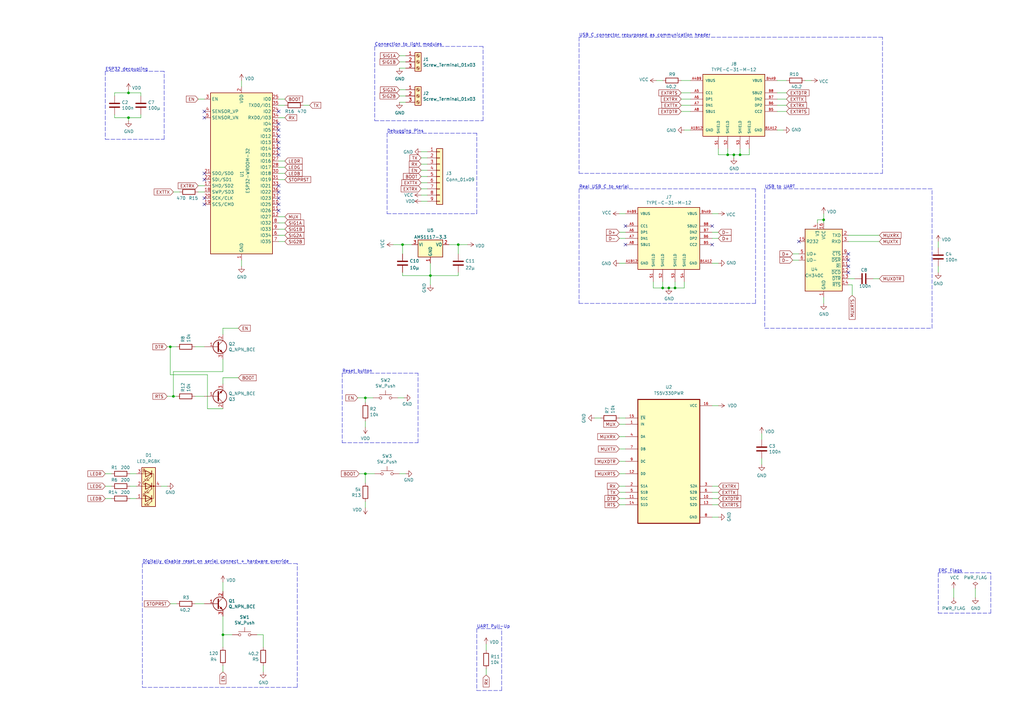
<source format=kicad_sch>
(kicad_sch (version 20211123) (generator eeschema)

  (uuid 9baf7b1e-44a0-4262-8221-97a2fa15d5e8)

  (paper "A3")

  (title_block
    (title "Heliox Control")
    (date "2021-08-10")
    (rev "v00")
    (comment 4 "Author: GHOSCHT")
  )

  (lib_symbols
    (symbol "Connector:Screw_Terminal_01x03" (pin_names (offset 1.016) hide) (in_bom yes) (on_board yes)
      (property "Reference" "J" (id 0) (at 0 5.08 0)
        (effects (font (size 1.27 1.27)))
      )
      (property "Value" "Screw_Terminal_01x03" (id 1) (at 0 -5.08 0)
        (effects (font (size 1.27 1.27)))
      )
      (property "Footprint" "" (id 2) (at 0 0 0)
        (effects (font (size 1.27 1.27)) hide)
      )
      (property "Datasheet" "~" (id 3) (at 0 0 0)
        (effects (font (size 1.27 1.27)) hide)
      )
      (property "ki_keywords" "screw terminal" (id 4) (at 0 0 0)
        (effects (font (size 1.27 1.27)) hide)
      )
      (property "ki_description" "Generic screw terminal, single row, 01x03, script generated (kicad-library-utils/schlib/autogen/connector/)" (id 5) (at 0 0 0)
        (effects (font (size 1.27 1.27)) hide)
      )
      (property "ki_fp_filters" "TerminalBlock*:*" (id 6) (at 0 0 0)
        (effects (font (size 1.27 1.27)) hide)
      )
      (symbol "Screw_Terminal_01x03_1_1"
        (rectangle (start -1.27 3.81) (end 1.27 -3.81)
          (stroke (width 0.254) (type default) (color 0 0 0 0))
          (fill (type background))
        )
        (circle (center 0 -2.54) (radius 0.635)
          (stroke (width 0.1524) (type default) (color 0 0 0 0))
          (fill (type none))
        )
        (polyline
          (pts
            (xy -0.5334 -2.2098)
            (xy 0.3302 -3.048)
          )
          (stroke (width 0.1524) (type default) (color 0 0 0 0))
          (fill (type none))
        )
        (polyline
          (pts
            (xy -0.5334 0.3302)
            (xy 0.3302 -0.508)
          )
          (stroke (width 0.1524) (type default) (color 0 0 0 0))
          (fill (type none))
        )
        (polyline
          (pts
            (xy -0.5334 2.8702)
            (xy 0.3302 2.032)
          )
          (stroke (width 0.1524) (type default) (color 0 0 0 0))
          (fill (type none))
        )
        (polyline
          (pts
            (xy -0.3556 -2.032)
            (xy 0.508 -2.8702)
          )
          (stroke (width 0.1524) (type default) (color 0 0 0 0))
          (fill (type none))
        )
        (polyline
          (pts
            (xy -0.3556 0.508)
            (xy 0.508 -0.3302)
          )
          (stroke (width 0.1524) (type default) (color 0 0 0 0))
          (fill (type none))
        )
        (polyline
          (pts
            (xy -0.3556 3.048)
            (xy 0.508 2.2098)
          )
          (stroke (width 0.1524) (type default) (color 0 0 0 0))
          (fill (type none))
        )
        (circle (center 0 0) (radius 0.635)
          (stroke (width 0.1524) (type default) (color 0 0 0 0))
          (fill (type none))
        )
        (circle (center 0 2.54) (radius 0.635)
          (stroke (width 0.1524) (type default) (color 0 0 0 0))
          (fill (type none))
        )
        (pin passive line (at -5.08 2.54 0) (length 3.81)
          (name "Pin_1" (effects (font (size 1.27 1.27))))
          (number "1" (effects (font (size 1.27 1.27))))
        )
        (pin passive line (at -5.08 0 0) (length 3.81)
          (name "Pin_2" (effects (font (size 1.27 1.27))))
          (number "2" (effects (font (size 1.27 1.27))))
        )
        (pin passive line (at -5.08 -2.54 0) (length 3.81)
          (name "Pin_3" (effects (font (size 1.27 1.27))))
          (number "3" (effects (font (size 1.27 1.27))))
        )
      )
    )
    (symbol "Connector_Generic:Conn_01x09" (pin_names (offset 1.016) hide) (in_bom yes) (on_board yes)
      (property "Reference" "J" (id 0) (at 0 12.7 0)
        (effects (font (size 1.27 1.27)))
      )
      (property "Value" "Conn_01x09" (id 1) (at 0 -12.7 0)
        (effects (font (size 1.27 1.27)))
      )
      (property "Footprint" "" (id 2) (at 0 0 0)
        (effects (font (size 1.27 1.27)) hide)
      )
      (property "Datasheet" "~" (id 3) (at 0 0 0)
        (effects (font (size 1.27 1.27)) hide)
      )
      (property "ki_keywords" "connector" (id 4) (at 0 0 0)
        (effects (font (size 1.27 1.27)) hide)
      )
      (property "ki_description" "Generic connector, single row, 01x09, script generated (kicad-library-utils/schlib/autogen/connector/)" (id 5) (at 0 0 0)
        (effects (font (size 1.27 1.27)) hide)
      )
      (property "ki_fp_filters" "Connector*:*_1x??_*" (id 6) (at 0 0 0)
        (effects (font (size 1.27 1.27)) hide)
      )
      (symbol "Conn_01x09_1_1"
        (rectangle (start -1.27 -10.033) (end 0 -10.287)
          (stroke (width 0.1524) (type default) (color 0 0 0 0))
          (fill (type none))
        )
        (rectangle (start -1.27 -7.493) (end 0 -7.747)
          (stroke (width 0.1524) (type default) (color 0 0 0 0))
          (fill (type none))
        )
        (rectangle (start -1.27 -4.953) (end 0 -5.207)
          (stroke (width 0.1524) (type default) (color 0 0 0 0))
          (fill (type none))
        )
        (rectangle (start -1.27 -2.413) (end 0 -2.667)
          (stroke (width 0.1524) (type default) (color 0 0 0 0))
          (fill (type none))
        )
        (rectangle (start -1.27 0.127) (end 0 -0.127)
          (stroke (width 0.1524) (type default) (color 0 0 0 0))
          (fill (type none))
        )
        (rectangle (start -1.27 2.667) (end 0 2.413)
          (stroke (width 0.1524) (type default) (color 0 0 0 0))
          (fill (type none))
        )
        (rectangle (start -1.27 5.207) (end 0 4.953)
          (stroke (width 0.1524) (type default) (color 0 0 0 0))
          (fill (type none))
        )
        (rectangle (start -1.27 7.747) (end 0 7.493)
          (stroke (width 0.1524) (type default) (color 0 0 0 0))
          (fill (type none))
        )
        (rectangle (start -1.27 10.287) (end 0 10.033)
          (stroke (width 0.1524) (type default) (color 0 0 0 0))
          (fill (type none))
        )
        (rectangle (start -1.27 11.43) (end 1.27 -11.43)
          (stroke (width 0.254) (type default) (color 0 0 0 0))
          (fill (type background))
        )
        (pin passive line (at -5.08 10.16 0) (length 3.81)
          (name "Pin_1" (effects (font (size 1.27 1.27))))
          (number "1" (effects (font (size 1.27 1.27))))
        )
        (pin passive line (at -5.08 7.62 0) (length 3.81)
          (name "Pin_2" (effects (font (size 1.27 1.27))))
          (number "2" (effects (font (size 1.27 1.27))))
        )
        (pin passive line (at -5.08 5.08 0) (length 3.81)
          (name "Pin_3" (effects (font (size 1.27 1.27))))
          (number "3" (effects (font (size 1.27 1.27))))
        )
        (pin passive line (at -5.08 2.54 0) (length 3.81)
          (name "Pin_4" (effects (font (size 1.27 1.27))))
          (number "4" (effects (font (size 1.27 1.27))))
        )
        (pin passive line (at -5.08 0 0) (length 3.81)
          (name "Pin_5" (effects (font (size 1.27 1.27))))
          (number "5" (effects (font (size 1.27 1.27))))
        )
        (pin passive line (at -5.08 -2.54 0) (length 3.81)
          (name "Pin_6" (effects (font (size 1.27 1.27))))
          (number "6" (effects (font (size 1.27 1.27))))
        )
        (pin passive line (at -5.08 -5.08 0) (length 3.81)
          (name "Pin_7" (effects (font (size 1.27 1.27))))
          (number "7" (effects (font (size 1.27 1.27))))
        )
        (pin passive line (at -5.08 -7.62 0) (length 3.81)
          (name "Pin_8" (effects (font (size 1.27 1.27))))
          (number "8" (effects (font (size 1.27 1.27))))
        )
        (pin passive line (at -5.08 -10.16 0) (length 3.81)
          (name "Pin_9" (effects (font (size 1.27 1.27))))
          (number "9" (effects (font (size 1.27 1.27))))
        )
      )
    )
    (symbol "Device:C" (pin_numbers hide) (pin_names (offset 0.254)) (in_bom yes) (on_board yes)
      (property "Reference" "C" (id 0) (at 0.635 2.54 0)
        (effects (font (size 1.27 1.27)) (justify left))
      )
      (property "Value" "C" (id 1) (at 0.635 -2.54 0)
        (effects (font (size 1.27 1.27)) (justify left))
      )
      (property "Footprint" "" (id 2) (at 0.9652 -3.81 0)
        (effects (font (size 1.27 1.27)) hide)
      )
      (property "Datasheet" "~" (id 3) (at 0 0 0)
        (effects (font (size 1.27 1.27)) hide)
      )
      (property "ki_keywords" "cap capacitor" (id 4) (at 0 0 0)
        (effects (font (size 1.27 1.27)) hide)
      )
      (property "ki_description" "Unpolarized capacitor" (id 5) (at 0 0 0)
        (effects (font (size 1.27 1.27)) hide)
      )
      (property "ki_fp_filters" "C_*" (id 6) (at 0 0 0)
        (effects (font (size 1.27 1.27)) hide)
      )
      (symbol "C_0_1"
        (polyline
          (pts
            (xy -2.032 -0.762)
            (xy 2.032 -0.762)
          )
          (stroke (width 0.508) (type default) (color 0 0 0 0))
          (fill (type none))
        )
        (polyline
          (pts
            (xy -2.032 0.762)
            (xy 2.032 0.762)
          )
          (stroke (width 0.508) (type default) (color 0 0 0 0))
          (fill (type none))
        )
      )
      (symbol "C_1_1"
        (pin passive line (at 0 3.81 270) (length 2.794)
          (name "~" (effects (font (size 1.27 1.27))))
          (number "1" (effects (font (size 1.27 1.27))))
        )
        (pin passive line (at 0 -3.81 90) (length 2.794)
          (name "~" (effects (font (size 1.27 1.27))))
          (number "2" (effects (font (size 1.27 1.27))))
        )
      )
    )
    (symbol "Device:LED_RGBK" (pin_names (offset 0) hide) (in_bom yes) (on_board yes)
      (property "Reference" "D" (id 0) (at 0 9.398 0)
        (effects (font (size 1.27 1.27)))
      )
      (property "Value" "LED_RGBK" (id 1) (at 0 -8.89 0)
        (effects (font (size 1.27 1.27)))
      )
      (property "Footprint" "" (id 2) (at 0 -1.27 0)
        (effects (font (size 1.27 1.27)) hide)
      )
      (property "Datasheet" "~" (id 3) (at 0 -1.27 0)
        (effects (font (size 1.27 1.27)) hide)
      )
      (property "ki_keywords" "LED RGB diode" (id 4) (at 0 0 0)
        (effects (font (size 1.27 1.27)) hide)
      )
      (property "ki_description" "RGB LED, red/green/blue/cathode" (id 5) (at 0 0 0)
        (effects (font (size 1.27 1.27)) hide)
      )
      (property "ki_fp_filters" "LED* LED_SMD:* LED_THT:*" (id 6) (at 0 0 0)
        (effects (font (size 1.27 1.27)) hide)
      )
      (symbol "LED_RGBK_0_0"
        (text "B" (at 1.905 -6.35 0)
          (effects (font (size 1.27 1.27)))
        )
        (text "G" (at 1.905 -1.27 0)
          (effects (font (size 1.27 1.27)))
        )
        (text "R" (at 1.905 3.81 0)
          (effects (font (size 1.27 1.27)))
        )
      )
      (symbol "LED_RGBK_0_1"
        (circle (center -2.032 0) (radius 0.254)
          (stroke (width 0) (type default) (color 0 0 0 0))
          (fill (type outline))
        )
        (polyline
          (pts
            (xy -1.27 -5.08)
            (xy 1.27 -5.08)
          )
          (stroke (width 0) (type default) (color 0 0 0 0))
          (fill (type none))
        )
        (polyline
          (pts
            (xy -1.27 -3.81)
            (xy -1.27 -6.35)
          )
          (stroke (width 0.254) (type default) (color 0 0 0 0))
          (fill (type none))
        )
        (polyline
          (pts
            (xy -1.27 0)
            (xy -2.54 0)
          )
          (stroke (width 0) (type default) (color 0 0 0 0))
          (fill (type none))
        )
        (polyline
          (pts
            (xy -1.27 1.27)
            (xy -1.27 -1.27)
          )
          (stroke (width 0.254) (type default) (color 0 0 0 0))
          (fill (type none))
        )
        (polyline
          (pts
            (xy -1.27 5.08)
            (xy 1.27 5.08)
          )
          (stroke (width 0) (type default) (color 0 0 0 0))
          (fill (type none))
        )
        (polyline
          (pts
            (xy -1.27 6.35)
            (xy -1.27 3.81)
          )
          (stroke (width 0.254) (type default) (color 0 0 0 0))
          (fill (type none))
        )
        (polyline
          (pts
            (xy 1.27 -5.08)
            (xy 2.54 -5.08)
          )
          (stroke (width 0) (type default) (color 0 0 0 0))
          (fill (type none))
        )
        (polyline
          (pts
            (xy 1.27 0)
            (xy -1.27 0)
          )
          (stroke (width 0) (type default) (color 0 0 0 0))
          (fill (type none))
        )
        (polyline
          (pts
            (xy 1.27 0)
            (xy 2.54 0)
          )
          (stroke (width 0) (type default) (color 0 0 0 0))
          (fill (type none))
        )
        (polyline
          (pts
            (xy 1.27 5.08)
            (xy 2.54 5.08)
          )
          (stroke (width 0) (type default) (color 0 0 0 0))
          (fill (type none))
        )
        (polyline
          (pts
            (xy -1.27 1.27)
            (xy -1.27 -1.27)
            (xy -1.27 -1.27)
          )
          (stroke (width 0) (type default) (color 0 0 0 0))
          (fill (type none))
        )
        (polyline
          (pts
            (xy -1.27 6.35)
            (xy -1.27 3.81)
            (xy -1.27 3.81)
          )
          (stroke (width 0) (type default) (color 0 0 0 0))
          (fill (type none))
        )
        (polyline
          (pts
            (xy -1.27 5.08)
            (xy -2.032 5.08)
            (xy -2.032 -5.08)
            (xy -1.016 -5.08)
          )
          (stroke (width 0) (type default) (color 0 0 0 0))
          (fill (type none))
        )
        (polyline
          (pts
            (xy 1.27 -3.81)
            (xy 1.27 -6.35)
            (xy -1.27 -5.08)
            (xy 1.27 -3.81)
          )
          (stroke (width 0.254) (type default) (color 0 0 0 0))
          (fill (type none))
        )
        (polyline
          (pts
            (xy 1.27 1.27)
            (xy 1.27 -1.27)
            (xy -1.27 0)
            (xy 1.27 1.27)
          )
          (stroke (width 0.254) (type default) (color 0 0 0 0))
          (fill (type none))
        )
        (polyline
          (pts
            (xy 1.27 6.35)
            (xy 1.27 3.81)
            (xy -1.27 5.08)
            (xy 1.27 6.35)
          )
          (stroke (width 0.254) (type default) (color 0 0 0 0))
          (fill (type none))
        )
        (polyline
          (pts
            (xy -1.016 -3.81)
            (xy 0.508 -2.286)
            (xy -0.254 -2.286)
            (xy 0.508 -2.286)
            (xy 0.508 -3.048)
          )
          (stroke (width 0) (type default) (color 0 0 0 0))
          (fill (type none))
        )
        (polyline
          (pts
            (xy -1.016 1.27)
            (xy 0.508 2.794)
            (xy -0.254 2.794)
            (xy 0.508 2.794)
            (xy 0.508 2.032)
          )
          (stroke (width 0) (type default) (color 0 0 0 0))
          (fill (type none))
        )
        (polyline
          (pts
            (xy -1.016 6.35)
            (xy 0.508 7.874)
            (xy -0.254 7.874)
            (xy 0.508 7.874)
            (xy 0.508 7.112)
          )
          (stroke (width 0) (type default) (color 0 0 0 0))
          (fill (type none))
        )
        (polyline
          (pts
            (xy 0 -3.81)
            (xy 1.524 -2.286)
            (xy 0.762 -2.286)
            (xy 1.524 -2.286)
            (xy 1.524 -3.048)
          )
          (stroke (width 0) (type default) (color 0 0 0 0))
          (fill (type none))
        )
        (polyline
          (pts
            (xy 0 1.27)
            (xy 1.524 2.794)
            (xy 0.762 2.794)
            (xy 1.524 2.794)
            (xy 1.524 2.032)
          )
          (stroke (width 0) (type default) (color 0 0 0 0))
          (fill (type none))
        )
        (polyline
          (pts
            (xy 0 6.35)
            (xy 1.524 7.874)
            (xy 0.762 7.874)
            (xy 1.524 7.874)
            (xy 1.524 7.112)
          )
          (stroke (width 0) (type default) (color 0 0 0 0))
          (fill (type none))
        )
        (rectangle (start 1.27 -1.27) (end 1.27 1.27)
          (stroke (width 0) (type default) (color 0 0 0 0))
          (fill (type none))
        )
        (rectangle (start 1.27 1.27) (end 1.27 1.27)
          (stroke (width 0) (type default) (color 0 0 0 0))
          (fill (type none))
        )
        (rectangle (start 1.27 3.81) (end 1.27 6.35)
          (stroke (width 0) (type default) (color 0 0 0 0))
          (fill (type none))
        )
        (rectangle (start 1.27 6.35) (end 1.27 6.35)
          (stroke (width 0) (type default) (color 0 0 0 0))
          (fill (type none))
        )
        (rectangle (start 2.794 8.382) (end -2.794 -7.62)
          (stroke (width 0.254) (type default) (color 0 0 0 0))
          (fill (type background))
        )
      )
      (symbol "LED_RGBK_1_1"
        (pin passive line (at 5.08 5.08 180) (length 2.54)
          (name "RA" (effects (font (size 1.27 1.27))))
          (number "1" (effects (font (size 1.27 1.27))))
        )
        (pin passive line (at 5.08 0 180) (length 2.54)
          (name "GA" (effects (font (size 1.27 1.27))))
          (number "2" (effects (font (size 1.27 1.27))))
        )
        (pin passive line (at 5.08 -5.08 180) (length 2.54)
          (name "BA" (effects (font (size 1.27 1.27))))
          (number "3" (effects (font (size 1.27 1.27))))
        )
        (pin passive line (at -5.08 0 0) (length 2.54)
          (name "K" (effects (font (size 1.27 1.27))))
          (number "4" (effects (font (size 1.27 1.27))))
        )
      )
    )
    (symbol "Device:Q_NPN_BCE" (pin_names (offset 0) hide) (in_bom yes) (on_board yes)
      (property "Reference" "Q" (id 0) (at 5.08 1.27 0)
        (effects (font (size 1.27 1.27)) (justify left))
      )
      (property "Value" "Q_NPN_BCE" (id 1) (at 5.08 -1.27 0)
        (effects (font (size 1.27 1.27)) (justify left))
      )
      (property "Footprint" "" (id 2) (at 5.08 2.54 0)
        (effects (font (size 1.27 1.27)) hide)
      )
      (property "Datasheet" "~" (id 3) (at 0 0 0)
        (effects (font (size 1.27 1.27)) hide)
      )
      (property "ki_keywords" "transistor NPN" (id 4) (at 0 0 0)
        (effects (font (size 1.27 1.27)) hide)
      )
      (property "ki_description" "NPN transistor, base/collector/emitter" (id 5) (at 0 0 0)
        (effects (font (size 1.27 1.27)) hide)
      )
      (symbol "Q_NPN_BCE_0_1"
        (polyline
          (pts
            (xy 0.635 0.635)
            (xy 2.54 2.54)
          )
          (stroke (width 0) (type default) (color 0 0 0 0))
          (fill (type none))
        )
        (polyline
          (pts
            (xy 0.635 -0.635)
            (xy 2.54 -2.54)
            (xy 2.54 -2.54)
          )
          (stroke (width 0) (type default) (color 0 0 0 0))
          (fill (type none))
        )
        (polyline
          (pts
            (xy 0.635 1.905)
            (xy 0.635 -1.905)
            (xy 0.635 -1.905)
          )
          (stroke (width 0.508) (type default) (color 0 0 0 0))
          (fill (type none))
        )
        (polyline
          (pts
            (xy 1.27 -1.778)
            (xy 1.778 -1.27)
            (xy 2.286 -2.286)
            (xy 1.27 -1.778)
            (xy 1.27 -1.778)
          )
          (stroke (width 0) (type default) (color 0 0 0 0))
          (fill (type outline))
        )
        (circle (center 1.27 0) (radius 2.8194)
          (stroke (width 0.254) (type default) (color 0 0 0 0))
          (fill (type none))
        )
      )
      (symbol "Q_NPN_BCE_1_1"
        (pin input line (at -5.08 0 0) (length 5.715)
          (name "B" (effects (font (size 1.27 1.27))))
          (number "1" (effects (font (size 1.27 1.27))))
        )
        (pin passive line (at 2.54 5.08 270) (length 2.54)
          (name "C" (effects (font (size 1.27 1.27))))
          (number "2" (effects (font (size 1.27 1.27))))
        )
        (pin passive line (at 2.54 -5.08 90) (length 2.54)
          (name "E" (effects (font (size 1.27 1.27))))
          (number "3" (effects (font (size 1.27 1.27))))
        )
      )
    )
    (symbol "Device:R" (pin_numbers hide) (pin_names (offset 0)) (in_bom yes) (on_board yes)
      (property "Reference" "R" (id 0) (at 2.032 0 90)
        (effects (font (size 1.27 1.27)))
      )
      (property "Value" "R" (id 1) (at 0 0 90)
        (effects (font (size 1.27 1.27)))
      )
      (property "Footprint" "" (id 2) (at -1.778 0 90)
        (effects (font (size 1.27 1.27)) hide)
      )
      (property "Datasheet" "~" (id 3) (at 0 0 0)
        (effects (font (size 1.27 1.27)) hide)
      )
      (property "ki_keywords" "R res resistor" (id 4) (at 0 0 0)
        (effects (font (size 1.27 1.27)) hide)
      )
      (property "ki_description" "Resistor" (id 5) (at 0 0 0)
        (effects (font (size 1.27 1.27)) hide)
      )
      (property "ki_fp_filters" "R_*" (id 6) (at 0 0 0)
        (effects (font (size 1.27 1.27)) hide)
      )
      (symbol "R_0_1"
        (rectangle (start -1.016 -2.54) (end 1.016 2.54)
          (stroke (width 0.254) (type default) (color 0 0 0 0))
          (fill (type none))
        )
      )
      (symbol "R_1_1"
        (pin passive line (at 0 3.81 270) (length 1.27)
          (name "~" (effects (font (size 1.27 1.27))))
          (number "1" (effects (font (size 1.27 1.27))))
        )
        (pin passive line (at 0 -3.81 90) (length 1.27)
          (name "~" (effects (font (size 1.27 1.27))))
          (number "2" (effects (font (size 1.27 1.27))))
        )
      )
    )
    (symbol "Interface_USB:CH340C" (in_bom yes) (on_board yes)
      (property "Reference" "U" (id 0) (at -5.08 13.97 0)
        (effects (font (size 1.27 1.27)) (justify right))
      )
      (property "Value" "CH340C" (id 1) (at 1.27 13.97 0)
        (effects (font (size 1.27 1.27)) (justify left))
      )
      (property "Footprint" "Package_SO:SOIC-16_3.9x9.9mm_P1.27mm" (id 2) (at 1.27 -13.97 0)
        (effects (font (size 1.27 1.27)) (justify left) hide)
      )
      (property "Datasheet" "https://datasheet.lcsc.com/szlcsc/Jiangsu-Qin-Heng-CH340C_C84681.pdf" (id 3) (at -8.89 20.32 0)
        (effects (font (size 1.27 1.27)) hide)
      )
      (property "ki_keywords" "USB UART Serial Converter Interface" (id 4) (at 0 0 0)
        (effects (font (size 1.27 1.27)) hide)
      )
      (property "ki_description" "USB serial converter, UART, SOIC-16" (id 5) (at 0 0 0)
        (effects (font (size 1.27 1.27)) hide)
      )
      (property "ki_fp_filters" "SOIC*3.9x9.9mm*P1.27mm*" (id 6) (at 0 0 0)
        (effects (font (size 1.27 1.27)) hide)
      )
      (symbol "CH340C_0_1"
        (rectangle (start -7.62 12.7) (end 7.62 -12.7)
          (stroke (width 0.254) (type default) (color 0 0 0 0))
          (fill (type background))
        )
      )
      (symbol "CH340C_1_1"
        (pin power_in line (at 0 -15.24 90) (length 2.54)
          (name "GND" (effects (font (size 1.27 1.27))))
          (number "1" (effects (font (size 1.27 1.27))))
        )
        (pin input line (at 10.16 0 180) (length 2.54)
          (name "~{DSR}" (effects (font (size 1.27 1.27))))
          (number "10" (effects (font (size 1.27 1.27))))
        )
        (pin input line (at 10.16 -2.54 180) (length 2.54)
          (name "~{RI}" (effects (font (size 1.27 1.27))))
          (number "11" (effects (font (size 1.27 1.27))))
        )
        (pin input line (at 10.16 -5.08 180) (length 2.54)
          (name "~{DCD}" (effects (font (size 1.27 1.27))))
          (number "12" (effects (font (size 1.27 1.27))))
        )
        (pin output line (at 10.16 -7.62 180) (length 2.54)
          (name "~{DTR}" (effects (font (size 1.27 1.27))))
          (number "13" (effects (font (size 1.27 1.27))))
        )
        (pin output line (at 10.16 -10.16 180) (length 2.54)
          (name "~{RTS}" (effects (font (size 1.27 1.27))))
          (number "14" (effects (font (size 1.27 1.27))))
        )
        (pin input line (at -10.16 7.62 0) (length 2.54)
          (name "R232" (effects (font (size 1.27 1.27))))
          (number "15" (effects (font (size 1.27 1.27))))
        )
        (pin power_in line (at 0 15.24 270) (length 2.54)
          (name "VCC" (effects (font (size 1.27 1.27))))
          (number "16" (effects (font (size 1.27 1.27))))
        )
        (pin output line (at 10.16 10.16 180) (length 2.54)
          (name "TXD" (effects (font (size 1.27 1.27))))
          (number "2" (effects (font (size 1.27 1.27))))
        )
        (pin input line (at 10.16 7.62 180) (length 2.54)
          (name "RXD" (effects (font (size 1.27 1.27))))
          (number "3" (effects (font (size 1.27 1.27))))
        )
        (pin passive line (at -2.54 15.24 270) (length 2.54)
          (name "V3" (effects (font (size 1.27 1.27))))
          (number "4" (effects (font (size 1.27 1.27))))
        )
        (pin bidirectional line (at -10.16 2.54 0) (length 2.54)
          (name "UD+" (effects (font (size 1.27 1.27))))
          (number "5" (effects (font (size 1.27 1.27))))
        )
        (pin bidirectional line (at -10.16 0 0) (length 2.54)
          (name "UD-" (effects (font (size 1.27 1.27))))
          (number "6" (effects (font (size 1.27 1.27))))
        )
        (pin no_connect line (at -7.62 -7.62 0) (length 2.54) hide
          (name "NC" (effects (font (size 1.27 1.27))))
          (number "7" (effects (font (size 1.27 1.27))))
        )
        (pin no_connect line (at -7.62 -10.16 0) (length 2.54) hide
          (name "NC" (effects (font (size 1.27 1.27))))
          (number "8" (effects (font (size 1.27 1.27))))
        )
        (pin input line (at 10.16 2.54 180) (length 2.54)
          (name "~{CTS}" (effects (font (size 1.27 1.27))))
          (number "9" (effects (font (size 1.27 1.27))))
        )
      )
    )
    (symbol "RF_Module:ESP32-WROOM-32" (in_bom yes) (on_board yes)
      (property "Reference" "U" (id 0) (at -12.7 34.29 0)
        (effects (font (size 1.27 1.27)) (justify left))
      )
      (property "Value" "ESP32-WROOM-32" (id 1) (at 1.27 34.29 0)
        (effects (font (size 1.27 1.27)) (justify left))
      )
      (property "Footprint" "RF_Module:ESP32-WROOM-32" (id 2) (at 0 -38.1 0)
        (effects (font (size 1.27 1.27)) hide)
      )
      (property "Datasheet" "https://www.espressif.com/sites/default/files/documentation/esp32-wroom-32_datasheet_en.pdf" (id 3) (at -7.62 1.27 0)
        (effects (font (size 1.27 1.27)) hide)
      )
      (property "ki_keywords" "RF Radio BT ESP ESP32 Espressif onboard PCB antenna" (id 4) (at 0 0 0)
        (effects (font (size 1.27 1.27)) hide)
      )
      (property "ki_description" "RF Module, ESP32-D0WDQ6 SoC, Wi-Fi 802.11b/g/n, Bluetooth, BLE, 32-bit, 2.7-3.6V, onboard antenna, SMD" (id 5) (at 0 0 0)
        (effects (font (size 1.27 1.27)) hide)
      )
      (property "ki_fp_filters" "ESP32?WROOM?32*" (id 6) (at 0 0 0)
        (effects (font (size 1.27 1.27)) hide)
      )
      (symbol "ESP32-WROOM-32_0_1"
        (rectangle (start -12.7 33.02) (end 12.7 -33.02)
          (stroke (width 0.254) (type default) (color 0 0 0 0))
          (fill (type background))
        )
      )
      (symbol "ESP32-WROOM-32_1_1"
        (pin power_in line (at 0 -35.56 90) (length 2.54)
          (name "GND" (effects (font (size 1.27 1.27))))
          (number "1" (effects (font (size 1.27 1.27))))
        )
        (pin bidirectional line (at 15.24 -12.7 180) (length 2.54)
          (name "IO25" (effects (font (size 1.27 1.27))))
          (number "10" (effects (font (size 1.27 1.27))))
        )
        (pin bidirectional line (at 15.24 -15.24 180) (length 2.54)
          (name "IO26" (effects (font (size 1.27 1.27))))
          (number "11" (effects (font (size 1.27 1.27))))
        )
        (pin bidirectional line (at 15.24 -17.78 180) (length 2.54)
          (name "IO27" (effects (font (size 1.27 1.27))))
          (number "12" (effects (font (size 1.27 1.27))))
        )
        (pin bidirectional line (at 15.24 10.16 180) (length 2.54)
          (name "IO14" (effects (font (size 1.27 1.27))))
          (number "13" (effects (font (size 1.27 1.27))))
        )
        (pin bidirectional line (at 15.24 15.24 180) (length 2.54)
          (name "IO12" (effects (font (size 1.27 1.27))))
          (number "14" (effects (font (size 1.27 1.27))))
        )
        (pin passive line (at 0 -35.56 90) (length 2.54) hide
          (name "GND" (effects (font (size 1.27 1.27))))
          (number "15" (effects (font (size 1.27 1.27))))
        )
        (pin bidirectional line (at 15.24 12.7 180) (length 2.54)
          (name "IO13" (effects (font (size 1.27 1.27))))
          (number "16" (effects (font (size 1.27 1.27))))
        )
        (pin bidirectional line (at -15.24 -5.08 0) (length 2.54)
          (name "SHD/SD2" (effects (font (size 1.27 1.27))))
          (number "17" (effects (font (size 1.27 1.27))))
        )
        (pin bidirectional line (at -15.24 -7.62 0) (length 2.54)
          (name "SWP/SD3" (effects (font (size 1.27 1.27))))
          (number "18" (effects (font (size 1.27 1.27))))
        )
        (pin bidirectional line (at -15.24 -12.7 0) (length 2.54)
          (name "SCS/CMD" (effects (font (size 1.27 1.27))))
          (number "19" (effects (font (size 1.27 1.27))))
        )
        (pin power_in line (at 0 35.56 270) (length 2.54)
          (name "VDD" (effects (font (size 1.27 1.27))))
          (number "2" (effects (font (size 1.27 1.27))))
        )
        (pin bidirectional line (at -15.24 -10.16 0) (length 2.54)
          (name "SCK/CLK" (effects (font (size 1.27 1.27))))
          (number "20" (effects (font (size 1.27 1.27))))
        )
        (pin bidirectional line (at -15.24 0 0) (length 2.54)
          (name "SDO/SD0" (effects (font (size 1.27 1.27))))
          (number "21" (effects (font (size 1.27 1.27))))
        )
        (pin bidirectional line (at -15.24 -2.54 0) (length 2.54)
          (name "SDI/SD1" (effects (font (size 1.27 1.27))))
          (number "22" (effects (font (size 1.27 1.27))))
        )
        (pin bidirectional line (at 15.24 7.62 180) (length 2.54)
          (name "IO15" (effects (font (size 1.27 1.27))))
          (number "23" (effects (font (size 1.27 1.27))))
        )
        (pin bidirectional line (at 15.24 25.4 180) (length 2.54)
          (name "IO2" (effects (font (size 1.27 1.27))))
          (number "24" (effects (font (size 1.27 1.27))))
        )
        (pin bidirectional line (at 15.24 30.48 180) (length 2.54)
          (name "IO0" (effects (font (size 1.27 1.27))))
          (number "25" (effects (font (size 1.27 1.27))))
        )
        (pin bidirectional line (at 15.24 20.32 180) (length 2.54)
          (name "IO4" (effects (font (size 1.27 1.27))))
          (number "26" (effects (font (size 1.27 1.27))))
        )
        (pin bidirectional line (at 15.24 5.08 180) (length 2.54)
          (name "IO16" (effects (font (size 1.27 1.27))))
          (number "27" (effects (font (size 1.27 1.27))))
        )
        (pin bidirectional line (at 15.24 2.54 180) (length 2.54)
          (name "IO17" (effects (font (size 1.27 1.27))))
          (number "28" (effects (font (size 1.27 1.27))))
        )
        (pin bidirectional line (at 15.24 17.78 180) (length 2.54)
          (name "IO5" (effects (font (size 1.27 1.27))))
          (number "29" (effects (font (size 1.27 1.27))))
        )
        (pin input line (at -15.24 30.48 0) (length 2.54)
          (name "EN" (effects (font (size 1.27 1.27))))
          (number "3" (effects (font (size 1.27 1.27))))
        )
        (pin bidirectional line (at 15.24 0 180) (length 2.54)
          (name "IO18" (effects (font (size 1.27 1.27))))
          (number "30" (effects (font (size 1.27 1.27))))
        )
        (pin bidirectional line (at 15.24 -2.54 180) (length 2.54)
          (name "IO19" (effects (font (size 1.27 1.27))))
          (number "31" (effects (font (size 1.27 1.27))))
        )
        (pin no_connect line (at -12.7 -27.94 0) (length 2.54) hide
          (name "NC" (effects (font (size 1.27 1.27))))
          (number "32" (effects (font (size 1.27 1.27))))
        )
        (pin bidirectional line (at 15.24 -5.08 180) (length 2.54)
          (name "IO21" (effects (font (size 1.27 1.27))))
          (number "33" (effects (font (size 1.27 1.27))))
        )
        (pin bidirectional line (at 15.24 22.86 180) (length 2.54)
          (name "RXD0/IO3" (effects (font (size 1.27 1.27))))
          (number "34" (effects (font (size 1.27 1.27))))
        )
        (pin bidirectional line (at 15.24 27.94 180) (length 2.54)
          (name "TXD0/IO1" (effects (font (size 1.27 1.27))))
          (number "35" (effects (font (size 1.27 1.27))))
        )
        (pin bidirectional line (at 15.24 -7.62 180) (length 2.54)
          (name "IO22" (effects (font (size 1.27 1.27))))
          (number "36" (effects (font (size 1.27 1.27))))
        )
        (pin bidirectional line (at 15.24 -10.16 180) (length 2.54)
          (name "IO23" (effects (font (size 1.27 1.27))))
          (number "37" (effects (font (size 1.27 1.27))))
        )
        (pin passive line (at 0 -35.56 90) (length 2.54) hide
          (name "GND" (effects (font (size 1.27 1.27))))
          (number "38" (effects (font (size 1.27 1.27))))
        )
        (pin passive line (at 0 -35.56 90) (length 2.54) hide
          (name "GND" (effects (font (size 1.27 1.27))))
          (number "39" (effects (font (size 1.27 1.27))))
        )
        (pin input line (at -15.24 25.4 0) (length 2.54)
          (name "SENSOR_VP" (effects (font (size 1.27 1.27))))
          (number "4" (effects (font (size 1.27 1.27))))
        )
        (pin input line (at -15.24 22.86 0) (length 2.54)
          (name "SENSOR_VN" (effects (font (size 1.27 1.27))))
          (number "5" (effects (font (size 1.27 1.27))))
        )
        (pin input line (at 15.24 -25.4 180) (length 2.54)
          (name "IO34" (effects (font (size 1.27 1.27))))
          (number "6" (effects (font (size 1.27 1.27))))
        )
        (pin input line (at 15.24 -27.94 180) (length 2.54)
          (name "IO35" (effects (font (size 1.27 1.27))))
          (number "7" (effects (font (size 1.27 1.27))))
        )
        (pin bidirectional line (at 15.24 -20.32 180) (length 2.54)
          (name "IO32" (effects (font (size 1.27 1.27))))
          (number "8" (effects (font (size 1.27 1.27))))
        )
        (pin bidirectional line (at 15.24 -22.86 180) (length 2.54)
          (name "IO33" (effects (font (size 1.27 1.27))))
          (number "9" (effects (font (size 1.27 1.27))))
        )
      )
    )
    (symbol "Regulator_Linear:AMS1117-3.3" (pin_names (offset 0.254)) (in_bom yes) (on_board yes)
      (property "Reference" "U" (id 0) (at -3.81 3.175 0)
        (effects (font (size 1.27 1.27)))
      )
      (property "Value" "AMS1117-3.3" (id 1) (at 0 3.175 0)
        (effects (font (size 1.27 1.27)) (justify left))
      )
      (property "Footprint" "Package_TO_SOT_SMD:SOT-223-3_TabPin2" (id 2) (at 0 5.08 0)
        (effects (font (size 1.27 1.27)) hide)
      )
      (property "Datasheet" "http://www.advanced-monolithic.com/pdf/ds1117.pdf" (id 3) (at 2.54 -6.35 0)
        (effects (font (size 1.27 1.27)) hide)
      )
      (property "ki_keywords" "linear regulator ldo fixed positive" (id 4) (at 0 0 0)
        (effects (font (size 1.27 1.27)) hide)
      )
      (property "ki_description" "1A Low Dropout regulator, positive, 3.3V fixed output, SOT-223" (id 5) (at 0 0 0)
        (effects (font (size 1.27 1.27)) hide)
      )
      (property "ki_fp_filters" "SOT?223*TabPin2*" (id 6) (at 0 0 0)
        (effects (font (size 1.27 1.27)) hide)
      )
      (symbol "AMS1117-3.3_0_1"
        (rectangle (start -5.08 -5.08) (end 5.08 1.905)
          (stroke (width 0.254) (type default) (color 0 0 0 0))
          (fill (type background))
        )
      )
      (symbol "AMS1117-3.3_1_1"
        (pin power_in line (at 0 -7.62 90) (length 2.54)
          (name "GND" (effects (font (size 1.27 1.27))))
          (number "1" (effects (font (size 1.27 1.27))))
        )
        (pin power_out line (at 7.62 0 180) (length 2.54)
          (name "VO" (effects (font (size 1.27 1.27))))
          (number "2" (effects (font (size 1.27 1.27))))
        )
        (pin power_in line (at -7.62 0 0) (length 2.54)
          (name "VI" (effects (font (size 1.27 1.27))))
          (number "3" (effects (font (size 1.27 1.27))))
        )
      )
    )
    (symbol "Switch:SW_Push" (pin_numbers hide) (pin_names (offset 1.016) hide) (in_bom yes) (on_board yes)
      (property "Reference" "SW" (id 0) (at 1.27 2.54 0)
        (effects (font (size 1.27 1.27)) (justify left))
      )
      (property "Value" "SW_Push" (id 1) (at 0 -1.524 0)
        (effects (font (size 1.27 1.27)))
      )
      (property "Footprint" "" (id 2) (at 0 5.08 0)
        (effects (font (size 1.27 1.27)) hide)
      )
      (property "Datasheet" "~" (id 3) (at 0 5.08 0)
        (effects (font (size 1.27 1.27)) hide)
      )
      (property "ki_keywords" "switch normally-open pushbutton push-button" (id 4) (at 0 0 0)
        (effects (font (size 1.27 1.27)) hide)
      )
      (property "ki_description" "Push button switch, generic, two pins" (id 5) (at 0 0 0)
        (effects (font (size 1.27 1.27)) hide)
      )
      (symbol "SW_Push_0_1"
        (circle (center -2.032 0) (radius 0.508)
          (stroke (width 0) (type default) (color 0 0 0 0))
          (fill (type none))
        )
        (polyline
          (pts
            (xy 0 1.27)
            (xy 0 3.048)
          )
          (stroke (width 0) (type default) (color 0 0 0 0))
          (fill (type none))
        )
        (polyline
          (pts
            (xy 2.54 1.27)
            (xy -2.54 1.27)
          )
          (stroke (width 0) (type default) (color 0 0 0 0))
          (fill (type none))
        )
        (circle (center 2.032 0) (radius 0.508)
          (stroke (width 0) (type default) (color 0 0 0 0))
          (fill (type none))
        )
        (pin passive line (at -5.08 0 0) (length 2.54)
          (name "1" (effects (font (size 1.27 1.27))))
          (number "1" (effects (font (size 1.27 1.27))))
        )
        (pin passive line (at 5.08 0 180) (length 2.54)
          (name "2" (effects (font (size 1.27 1.27))))
          (number "2" (effects (font (size 1.27 1.27))))
        )
      )
    )
    (symbol "TS5V330PWR:TS5V330PWR" (pin_names (offset 1.016)) (in_bom yes) (on_board yes)
      (property "Reference" "U" (id 0) (at -12.7 26.3906 0)
        (effects (font (size 1.27 1.27)) (justify left bottom))
      )
      (property "Value" "TS5V330PWR" (id 1) (at -12.7 -29.3878 0)
        (effects (font (size 1.27 1.27)) (justify left bottom))
      )
      (property "Footprint" "SOP65P640X120-16N" (id 2) (at 0 0 0)
        (effects (font (size 1.27 1.27)) (justify left bottom) hide)
      )
      (property "Datasheet" "" (id 3) (at 0 0 0)
        (effects (font (size 1.27 1.27)) (justify left bottom) hide)
      )
      (property "ki_locked" "" (id 4) (at 0 0 0)
        (effects (font (size 1.27 1.27)))
      )
      (symbol "TS5V330PWR_0_0"
        (rectangle (start -12.7 -25.4) (end 12.7 25.4)
          (stroke (width 0.4064) (type default) (color 0 0 0 0))
          (fill (type background))
        )
        (pin input line (at -17.78 15.24 0) (length 5.08)
          (name "IN" (effects (font (size 1.016 1.016))))
          (number "1" (effects (font (size 1.016 1.016))))
        )
        (pin bidirectional line (at 17.78 -15.24 180) (length 5.08)
          (name "S2C" (effects (font (size 1.016 1.016))))
          (number "10" (effects (font (size 1.016 1.016))))
        )
        (pin bidirectional line (at -17.78 -15.24 0) (length 5.08)
          (name "S1C" (effects (font (size 1.016 1.016))))
          (number "11" (effects (font (size 1.016 1.016))))
        )
        (pin bidirectional line (at -17.78 -5.08 0) (length 5.08)
          (name "DD" (effects (font (size 1.016 1.016))))
          (number "12" (effects (font (size 1.016 1.016))))
        )
        (pin bidirectional line (at 17.78 -17.78 180) (length 5.08)
          (name "S2D" (effects (font (size 1.016 1.016))))
          (number "13" (effects (font (size 1.016 1.016))))
        )
        (pin bidirectional line (at -17.78 -17.78 0) (length 5.08)
          (name "S1D" (effects (font (size 1.016 1.016))))
          (number "14" (effects (font (size 1.016 1.016))))
        )
        (pin input line (at -17.78 17.78 0) (length 5.08)
          (name "~{EN}" (effects (font (size 1.016 1.016))))
          (number "15" (effects (font (size 1.016 1.016))))
        )
        (pin power_in line (at 17.78 22.86 180) (length 5.08)
          (name "VCC" (effects (font (size 1.016 1.016))))
          (number "16" (effects (font (size 1.016 1.016))))
        )
        (pin bidirectional line (at -17.78 -10.16 0) (length 5.08)
          (name "S1A" (effects (font (size 1.016 1.016))))
          (number "2" (effects (font (size 1.016 1.016))))
        )
        (pin bidirectional line (at 17.78 -10.16 180) (length 5.08)
          (name "S2A" (effects (font (size 1.016 1.016))))
          (number "3" (effects (font (size 1.016 1.016))))
        )
        (pin bidirectional line (at -17.78 10.16 0) (length 5.08)
          (name "DA" (effects (font (size 1.016 1.016))))
          (number "4" (effects (font (size 1.016 1.016))))
        )
        (pin bidirectional line (at -17.78 -12.7 0) (length 5.08)
          (name "S1B" (effects (font (size 1.016 1.016))))
          (number "5" (effects (font (size 1.016 1.016))))
        )
        (pin bidirectional line (at 17.78 -12.7 180) (length 5.08)
          (name "S2B" (effects (font (size 1.016 1.016))))
          (number "6" (effects (font (size 1.016 1.016))))
        )
        (pin bidirectional line (at -17.78 5.08 0) (length 5.08)
          (name "DB" (effects (font (size 1.016 1.016))))
          (number "7" (effects (font (size 1.016 1.016))))
        )
        (pin power_in line (at 17.78 -22.86 180) (length 5.08)
          (name "GND" (effects (font (size 1.016 1.016))))
          (number "8" (effects (font (size 1.016 1.016))))
        )
        (pin bidirectional line (at -17.78 0 0) (length 5.08)
          (name "DC" (effects (font (size 1.016 1.016))))
          (number "9" (effects (font (size 1.016 1.016))))
        )
      )
    )
    (symbol "TYPE-C-31-M-12:TYPE-C-31-M-12" (pin_names (offset 1.016)) (in_bom yes) (on_board yes)
      (property "Reference" "J" (id 0) (at -1.27 15.24 0)
        (effects (font (size 1.27 1.27)) (justify left bottom))
      )
      (property "Value" "TYPE-C-31-M-12" (id 1) (at -10.16 13.208 0)
        (effects (font (size 1.27 1.27)) (justify left bottom))
      )
      (property "Footprint" "HRO_TYPE-C-31-M-12" (id 2) (at 0 0 0)
        (effects (font (size 1.27 1.27)) (justify left bottom) hide)
      )
      (property "Datasheet" "" (id 3) (at 0 0 0)
        (effects (font (size 1.27 1.27)) (justify left bottom) hide)
      )
      (property "MAXIMUM_PACKAGE_HEIGHT" "3.31mm" (id 4) (at 0 0 0)
        (effects (font (size 1.27 1.27)) (justify left bottom) hide)
      )
      (property "STANDARD" "Manufacturer Recommendations" (id 5) (at 0 0 0)
        (effects (font (size 1.27 1.27)) (justify left bottom) hide)
      )
      (property "PARTREV" "A" (id 6) (at 0 0 0)
        (effects (font (size 1.27 1.27)) (justify left bottom) hide)
      )
      (property "MANUFACTURER" "HRO Electronics" (id 7) (at 0 0 0)
        (effects (font (size 1.27 1.27)) (justify left bottom) hide)
      )
      (property "ki_locked" "" (id 8) (at 0 0 0)
        (effects (font (size 1.27 1.27)))
      )
      (symbol "TYPE-C-31-M-12_0_0"
        (rectangle (start -12.7 -12.7) (end 12.7 12.7)
          (stroke (width 0.254) (type default) (color 0 0 0 0))
          (fill (type background))
        )
        (pin power_in line (at -17.78 -10.16 0) (length 5.08)
          (name "GND" (effects (font (size 1.016 1.016))))
          (number "A1B12" (effects (font (size 1.016 1.016))))
        )
        (pin power_in line (at -17.78 10.16 0) (length 5.08)
          (name "VBUS" (effects (font (size 1.016 1.016))))
          (number "A4B9" (effects (font (size 1.016 1.016))))
        )
        (pin bidirectional line (at -17.78 5.08 0) (length 5.08)
          (name "CC1" (effects (font (size 1.016 1.016))))
          (number "A5" (effects (font (size 1.016 1.016))))
        )
        (pin bidirectional line (at -17.78 2.54 0) (length 5.08)
          (name "DP1" (effects (font (size 1.016 1.016))))
          (number "A6" (effects (font (size 1.016 1.016))))
        )
        (pin bidirectional line (at -17.78 0 0) (length 5.08)
          (name "DN1" (effects (font (size 1.016 1.016))))
          (number "A7" (effects (font (size 1.016 1.016))))
        )
        (pin bidirectional line (at -17.78 -2.54 0) (length 5.08)
          (name "SBU1" (effects (font (size 1.016 1.016))))
          (number "A8" (effects (font (size 1.016 1.016))))
        )
        (pin power_in line (at 17.78 -10.16 180) (length 5.08)
          (name "GND" (effects (font (size 1.016 1.016))))
          (number "B1A12" (effects (font (size 1.016 1.016))))
        )
        (pin power_in line (at 17.78 10.16 180) (length 5.08)
          (name "VBUS" (effects (font (size 1.016 1.016))))
          (number "B4A9" (effects (font (size 1.016 1.016))))
        )
        (pin bidirectional line (at 17.78 -2.54 180) (length 5.08)
          (name "CC2" (effects (font (size 1.016 1.016))))
          (number "B5" (effects (font (size 1.016 1.016))))
        )
        (pin bidirectional line (at 17.78 0 180) (length 5.08)
          (name "DP2" (effects (font (size 1.016 1.016))))
          (number "B6" (effects (font (size 1.016 1.016))))
        )
        (pin bidirectional line (at 17.78 2.54 180) (length 5.08)
          (name "DN2" (effects (font (size 1.016 1.016))))
          (number "B7" (effects (font (size 1.016 1.016))))
        )
        (pin bidirectional line (at 17.78 5.08 180) (length 5.08)
          (name "SBU2" (effects (font (size 1.016 1.016))))
          (number "B8" (effects (font (size 1.016 1.016))))
        )
        (pin passive line (at -6.35 -17.78 90) (length 5.08)
          (name "SHIELD" (effects (font (size 1.016 1.016))))
          (number "S1" (effects (font (size 1.016 1.016))))
        )
        (pin passive line (at -2.54 -17.78 90) (length 5.08)
          (name "SHIELD" (effects (font (size 1.016 1.016))))
          (number "S2" (effects (font (size 1.016 1.016))))
        )
        (pin passive line (at 2.54 -17.78 90) (length 5.08)
          (name "SHIELD" (effects (font (size 1.016 1.016))))
          (number "S3" (effects (font (size 1.016 1.016))))
        )
        (pin passive line (at 6.35 -17.78 90) (length 5.08)
          (name "SHIELD" (effects (font (size 1.016 1.016))))
          (number "S4" (effects (font (size 1.016 1.016))))
        )
      )
    )
    (symbol "TYPE-C-31-M-12_1" (pin_names (offset 1.016)) (in_bom yes) (on_board yes)
      (property "Reference" "J8" (id 0) (at 0 16.9418 0)
        (effects (font (size 1.27 1.27)))
      )
      (property "Value" "TYPE-C-31-M-12_1" (id 1) (at 0 14.6304 0)
        (effects (font (size 1.27 1.27)))
      )
      (property "Footprint" "HRO_TYPE-C-31-M-12:HRO_TYPE-C-31-M-12" (id 2) (at 0 0 0)
        (effects (font (size 1.27 1.27)) (justify left bottom) hide)
      )
      (property "Datasheet" "https://datasheet.lcsc.com/lcsc/1811131825_Korean-Hroparts-Elec-TYPE-C-31-M-12_C165948.pdf" (id 3) (at 0 0 0)
        (effects (font (size 1.27 1.27)) (justify left bottom) hide)
      )
      (property "MAXIMUM_PACKAGE_HEIGHT" "3.31mm" (id 4) (at 0 0 0)
        (effects (font (size 1.27 1.27)) (justify left bottom) hide)
      )
      (property "STANDARD" "Manufacturer Recommendations" (id 5) (at 0 0 0)
        (effects (font (size 1.27 1.27)) (justify left bottom) hide)
      )
      (property "PARTREV" "A" (id 6) (at 0 0 0)
        (effects (font (size 1.27 1.27)) (justify left bottom) hide)
      )
      (property "MANUFACTURER" "HRO Electronics" (id 7) (at 0 0 0)
        (effects (font (size 1.27 1.27)) (justify left bottom) hide)
      )
      (property "ki_locked" "" (id 8) (at 0 0 0)
        (effects (font (size 1.27 1.27)))
      )
      (symbol "TYPE-C-31-M-12_1_0_0"
        (rectangle (start -12.7 -12.7) (end 12.7 12.7)
          (stroke (width 0.254) (type default) (color 0 0 0 0))
          (fill (type background))
        )
        (pin power_in line (at -17.78 -10.16 0) (length 5.08)
          (name "GND" (effects (font (size 1.016 1.016))))
          (number "A1B12" (effects (font (size 1.016 1.016))))
        )
        (pin power_out line (at -17.78 10.16 0) (length 5.08)
          (name "VBUS" (effects (font (size 1.016 1.016))))
          (number "A4B9" (effects (font (size 1.016 1.016))))
        )
        (pin bidirectional line (at -17.78 5.08 0) (length 5.08)
          (name "CC1" (effects (font (size 1.016 1.016))))
          (number "A5" (effects (font (size 1.016 1.016))))
        )
        (pin bidirectional line (at -17.78 2.54 0) (length 5.08)
          (name "DP1" (effects (font (size 1.016 1.016))))
          (number "A6" (effects (font (size 1.016 1.016))))
        )
        (pin bidirectional line (at -17.78 0 0) (length 5.08)
          (name "DN1" (effects (font (size 1.016 1.016))))
          (number "A7" (effects (font (size 1.016 1.016))))
        )
        (pin bidirectional line (at -17.78 -2.54 0) (length 5.08)
          (name "SBU1" (effects (font (size 1.016 1.016))))
          (number "A8" (effects (font (size 1.016 1.016))))
        )
        (pin power_in line (at 17.78 -10.16 180) (length 5.08)
          (name "GND" (effects (font (size 1.016 1.016))))
          (number "B1A12" (effects (font (size 1.016 1.016))))
        )
        (pin power_out line (at 17.78 10.16 180) (length 5.08)
          (name "VBUS" (effects (font (size 1.016 1.016))))
          (number "B4A9" (effects (font (size 1.016 1.016))))
        )
        (pin bidirectional line (at 17.78 -2.54 180) (length 5.08)
          (name "CC2" (effects (font (size 1.016 1.016))))
          (number "B5" (effects (font (size 1.016 1.016))))
        )
        (pin bidirectional line (at 17.78 0 180) (length 5.08)
          (name "DP2" (effects (font (size 1.016 1.016))))
          (number "B6" (effects (font (size 1.016 1.016))))
        )
        (pin bidirectional line (at 17.78 2.54 180) (length 5.08)
          (name "DN2" (effects (font (size 1.016 1.016))))
          (number "B7" (effects (font (size 1.016 1.016))))
        )
        (pin bidirectional line (at 17.78 5.08 180) (length 5.08)
          (name "SBU2" (effects (font (size 1.016 1.016))))
          (number "B8" (effects (font (size 1.016 1.016))))
        )
        (pin passive line (at -6.35 -17.78 90) (length 5.08)
          (name "SHIELD" (effects (font (size 1.016 1.016))))
          (number "S1" (effects (font (size 1.016 1.016))))
        )
        (pin passive line (at -2.54 -17.78 90) (length 5.08)
          (name "SHIELD" (effects (font (size 1.016 1.016))))
          (number "S2" (effects (font (size 1.016 1.016))))
        )
        (pin passive line (at 2.54 -17.78 90) (length 5.08)
          (name "SHIELD" (effects (font (size 1.016 1.016))))
          (number "S3" (effects (font (size 1.016 1.016))))
        )
        (pin passive line (at 6.35 -17.78 90) (length 5.08)
          (name "SHIELD" (effects (font (size 1.016 1.016))))
          (number "S4" (effects (font (size 1.016 1.016))))
        )
      )
    )
    (symbol "power:GND" (power) (pin_names (offset 0)) (in_bom yes) (on_board yes)
      (property "Reference" "#PWR" (id 0) (at 0 -6.35 0)
        (effects (font (size 1.27 1.27)) hide)
      )
      (property "Value" "GND" (id 1) (at 0 -3.81 0)
        (effects (font (size 1.27 1.27)))
      )
      (property "Footprint" "" (id 2) (at 0 0 0)
        (effects (font (size 1.27 1.27)) hide)
      )
      (property "Datasheet" "" (id 3) (at 0 0 0)
        (effects (font (size 1.27 1.27)) hide)
      )
      (property "ki_keywords" "power-flag" (id 4) (at 0 0 0)
        (effects (font (size 1.27 1.27)) hide)
      )
      (property "ki_description" "Power symbol creates a global label with name \"GND\" , ground" (id 5) (at 0 0 0)
        (effects (font (size 1.27 1.27)) hide)
      )
      (symbol "GND_0_1"
        (polyline
          (pts
            (xy 0 0)
            (xy 0 -1.27)
            (xy 1.27 -1.27)
            (xy 0 -2.54)
            (xy -1.27 -1.27)
            (xy 0 -1.27)
          )
          (stroke (width 0) (type default) (color 0 0 0 0))
          (fill (type none))
        )
      )
      (symbol "GND_1_1"
        (pin power_in line (at 0 0 270) (length 0) hide
          (name "GND" (effects (font (size 1.27 1.27))))
          (number "1" (effects (font (size 1.27 1.27))))
        )
      )
    )
    (symbol "power:PWR_FLAG" (power) (pin_numbers hide) (pin_names (offset 0) hide) (in_bom yes) (on_board yes)
      (property "Reference" "#FLG" (id 0) (at 0 1.905 0)
        (effects (font (size 1.27 1.27)) hide)
      )
      (property "Value" "PWR_FLAG" (id 1) (at 0 3.81 0)
        (effects (font (size 1.27 1.27)))
      )
      (property "Footprint" "" (id 2) (at 0 0 0)
        (effects (font (size 1.27 1.27)) hide)
      )
      (property "Datasheet" "~" (id 3) (at 0 0 0)
        (effects (font (size 1.27 1.27)) hide)
      )
      (property "ki_keywords" "power-flag" (id 4) (at 0 0 0)
        (effects (font (size 1.27 1.27)) hide)
      )
      (property "ki_description" "Special symbol for telling ERC where power comes from" (id 5) (at 0 0 0)
        (effects (font (size 1.27 1.27)) hide)
      )
      (symbol "PWR_FLAG_0_0"
        (pin power_out line (at 0 0 90) (length 0)
          (name "pwr" (effects (font (size 1.27 1.27))))
          (number "1" (effects (font (size 1.27 1.27))))
        )
      )
      (symbol "PWR_FLAG_0_1"
        (polyline
          (pts
            (xy 0 0)
            (xy 0 1.27)
            (xy -1.016 1.905)
            (xy 0 2.54)
            (xy 1.016 1.905)
            (xy 0 1.27)
          )
          (stroke (width 0) (type default) (color 0 0 0 0))
          (fill (type none))
        )
      )
    )
    (symbol "power:VCC" (power) (pin_names (offset 0)) (in_bom yes) (on_board yes)
      (property "Reference" "#PWR" (id 0) (at 0 -3.81 0)
        (effects (font (size 1.27 1.27)) hide)
      )
      (property "Value" "VCC" (id 1) (at 0 3.81 0)
        (effects (font (size 1.27 1.27)))
      )
      (property "Footprint" "" (id 2) (at 0 0 0)
        (effects (font (size 1.27 1.27)) hide)
      )
      (property "Datasheet" "" (id 3) (at 0 0 0)
        (effects (font (size 1.27 1.27)) hide)
      )
      (property "ki_keywords" "power-flag" (id 4) (at 0 0 0)
        (effects (font (size 1.27 1.27)) hide)
      )
      (property "ki_description" "Power symbol creates a global label with name \"VCC\"" (id 5) (at 0 0 0)
        (effects (font (size 1.27 1.27)) hide)
      )
      (symbol "VCC_0_1"
        (polyline
          (pts
            (xy -0.762 1.27)
            (xy 0 2.54)
          )
          (stroke (width 0) (type default) (color 0 0 0 0))
          (fill (type none))
        )
        (polyline
          (pts
            (xy 0 0)
            (xy 0 2.54)
          )
          (stroke (width 0) (type default) (color 0 0 0 0))
          (fill (type none))
        )
        (polyline
          (pts
            (xy 0 2.54)
            (xy 0.762 1.27)
          )
          (stroke (width 0) (type default) (color 0 0 0 0))
          (fill (type none))
        )
      )
      (symbol "VCC_1_1"
        (pin power_in line (at 0 0 90) (length 0) hide
          (name "VCC" (effects (font (size 1.27 1.27))))
          (number "1" (effects (font (size 1.27 1.27))))
        )
      )
    )
    (symbol "power:VDD" (power) (pin_names (offset 0)) (in_bom yes) (on_board yes)
      (property "Reference" "#PWR" (id 0) (at 0 -3.81 0)
        (effects (font (size 1.27 1.27)) hide)
      )
      (property "Value" "VDD" (id 1) (at 0 3.81 0)
        (effects (font (size 1.27 1.27)))
      )
      (property "Footprint" "" (id 2) (at 0 0 0)
        (effects (font (size 1.27 1.27)) hide)
      )
      (property "Datasheet" "" (id 3) (at 0 0 0)
        (effects (font (size 1.27 1.27)) hide)
      )
      (property "ki_keywords" "power-flag" (id 4) (at 0 0 0)
        (effects (font (size 1.27 1.27)) hide)
      )
      (property "ki_description" "Power symbol creates a global label with name \"VDD\"" (id 5) (at 0 0 0)
        (effects (font (size 1.27 1.27)) hide)
      )
      (symbol "VDD_0_1"
        (polyline
          (pts
            (xy -0.762 1.27)
            (xy 0 2.54)
          )
          (stroke (width 0) (type default) (color 0 0 0 0))
          (fill (type none))
        )
        (polyline
          (pts
            (xy 0 0)
            (xy 0 2.54)
          )
          (stroke (width 0) (type default) (color 0 0 0 0))
          (fill (type none))
        )
        (polyline
          (pts
            (xy 0 2.54)
            (xy 0.762 1.27)
          )
          (stroke (width 0) (type default) (color 0 0 0 0))
          (fill (type none))
        )
      )
      (symbol "VDD_1_1"
        (pin power_in line (at 0 0 90) (length 0) hide
          (name "VDD" (effects (font (size 1.27 1.27))))
          (number "1" (effects (font (size 1.27 1.27))))
        )
      )
    )
  )


  (junction (at 91.44 260.35) (diameter 0) (color 0 0 0 0)
    (uuid 02cf0608-64df-4388-bd0c-fe857420ecaa)
  )
  (junction (at 300.99 63.5) (diameter 0) (color 0 0 0 0)
    (uuid 04202103-992b-4da0-804f-eea03703a2f4)
  )
  (junction (at 149.86 163.195) (diameter 0) (color 0 0 0 0)
    (uuid 0b3b46ed-b052-4edc-82d8-e82751cbf19a)
  )
  (junction (at 176.53 113.03) (diameter 0) (color 0 0 0 0)
    (uuid 2174fdd1-be72-4071-bc32-94f31e09c635)
  )
  (junction (at 165.1 100.33) (diameter 0) (color 0 0 0 0)
    (uuid 3b4eb9f0-05fb-46ce-a252-13cfee1b99e6)
  )
  (junction (at 274.32 118.11) (diameter 0) (color 0 0 0 0)
    (uuid 62e050c2-0109-4af3-a8cf-6e73d982de24)
  )
  (junction (at 303.53 63.5) (diameter 0) (color 0 0 0 0)
    (uuid 671729fd-aac3-49b1-beea-7a99a8e33fb3)
  )
  (junction (at 69.85 142.24) (diameter 0) (color 0 0 0 0)
    (uuid 83e5c5d8-5366-4217-b11c-8beb1fa8967c)
  )
  (junction (at 298.45 63.5) (diameter 0) (color 0 0 0 0)
    (uuid a9b73137-65fa-423e-b460-9d4c0cf28b9a)
  )
  (junction (at 271.78 118.11) (diameter 0) (color 0 0 0 0)
    (uuid ae7b104a-673a-493a-9539-55d8e8e5236f)
  )
  (junction (at 276.86 118.11) (diameter 0) (color 0 0 0 0)
    (uuid b1d7a28d-7369-4387-ab08-39df99bec340)
  )
  (junction (at 337.82 90.17) (diameter 0) (color 0 0 0 0)
    (uuid da476460-296d-42be-8efc-f613f64eaa97)
  )
  (junction (at 52.705 48.26) (diameter 0) (color 0 0 0 0)
    (uuid db703313-0898-45e4-99a1-8c2e63e039d8)
  )
  (junction (at 187.96 100.33) (diameter 0) (color 0 0 0 0)
    (uuid e23f7fe9-9cb3-4e71-a583-88f15b7a9bb2)
  )
  (junction (at 52.705 38.1) (diameter 0) (color 0 0 0 0)
    (uuid ea8a8259-9592-477c-845f-477c8817fcec)
  )
  (junction (at 71.12 162.56) (diameter 0) (color 0 0 0 0)
    (uuid f0961962-457c-40e8-929b-ef99a4a6f9e1)
  )
  (junction (at 149.86 194.31) (diameter 0) (color 0 0 0 0)
    (uuid f40351b9-3546-46fa-b18b-727924e1e18c)
  )

  (no_connect (at 347.98 111.76) (uuid 0f0d2089-7eab-467c-85b8-272bb3c58b99))
  (no_connect (at 347.98 106.68) (uuid 2a994272-3e06-4833-9268-fcbf8bce6a08))
  (no_connect (at 256.54 92.71) (uuid 4d765ebb-391f-47cb-8327-4a93c37a5e87))
  (no_connect (at 114.3 76.2) (uuid 500ce5a7-2486-44a1-91d7-939fd664dfec))
  (no_connect (at 114.3 78.74) (uuid 500ce5a7-2486-44a1-91d7-939fd664dfec))
  (no_connect (at 114.3 81.28) (uuid 500ce5a7-2486-44a1-91d7-939fd664dfec))
  (no_connect (at 114.3 83.82) (uuid 500ce5a7-2486-44a1-91d7-939fd664dfec))
  (no_connect (at 114.3 86.36) (uuid 500ce5a7-2486-44a1-91d7-939fd664dfec))
  (no_connect (at 292.1 100.33) (uuid 87e5f432-bb64-491c-8ee2-a5cebd1952e2))
  (no_connect (at 83.82 45.72) (uuid 8cbae889-8af8-411c-bb02-cff97e9ec968))
  (no_connect (at 83.82 71.12) (uuid 8cbae889-8af8-411c-bb02-cff97e9ec969))
  (no_connect (at 83.82 48.26) (uuid 8cbae889-8af8-411c-bb02-cff97e9ec96a))
  (no_connect (at 83.82 73.66) (uuid 8cbae889-8af8-411c-bb02-cff97e9ec96b))
  (no_connect (at 83.82 81.28) (uuid 8cbae889-8af8-411c-bb02-cff97e9ec96c))
  (no_connect (at 83.82 83.82) (uuid 8cbae889-8af8-411c-bb02-cff97e9ec96d))
  (no_connect (at 114.3 53.34) (uuid 8cbae889-8af8-411c-bb02-cff97e9ec96e))
  (no_connect (at 114.3 55.88) (uuid 8cbae889-8af8-411c-bb02-cff97e9ec96f))
  (no_connect (at 114.3 58.42) (uuid 8cbae889-8af8-411c-bb02-cff97e9ec970))
  (no_connect (at 114.3 60.96) (uuid 8cbae889-8af8-411c-bb02-cff97e9ec971))
  (no_connect (at 114.3 50.8) (uuid 8cbae889-8af8-411c-bb02-cff97e9ec975))
  (no_connect (at 114.3 63.5) (uuid a0bf0ea4-9a69-4357-9481-bee730a883ad))
  (no_connect (at 292.1 92.71) (uuid bfdad3c8-0a70-4a63-a174-df049c8a951c))
  (no_connect (at 256.54 100.33) (uuid d57b81b5-867c-4940-9931-9ff79aee5b96))
  (no_connect (at 114.3 45.72) (uuid d6799214-c2f6-4b2e-9af1-6e84c86224db))
  (no_connect (at 347.98 109.22) (uuid da123791-e238-4fc2-a356-0eeba872e986))
  (no_connect (at 347.98 104.14) (uuid e1506fcd-87ec-44d6-86d1-79ee513f4e77))
  (no_connect (at 327.66 99.06) (uuid ecea9562-3834-4f9c-8b72-194e1119dc17))

  (wire (pts (xy 43.18 194.31) (xy 45.72 194.31))
    (stroke (width 0) (type default) (color 0 0 0 0))
    (uuid 02441a24-d335-426a-b82d-9d93839dd810)
  )
  (polyline (pts (xy 43.18 29.21) (xy 43.18 57.15))
    (stroke (width 0) (type default) (color 0 0 0 0))
    (uuid 04f5e3fb-3c7f-4d38-834b-d6b8568fa756)
  )

  (wire (pts (xy 337.82 90.17) (xy 337.82 91.44))
    (stroke (width 0) (type default) (color 0 0 0 0))
    (uuid 05f39466-dd58-4f6c-b7b8-1c07ec50a32e)
  )
  (polyline (pts (xy 237.49 15.24) (xy 237.49 71.12))
    (stroke (width 0) (type default) (color 0 0 0 0))
    (uuid 0601c5c6-429f-4d4a-9c0b-5811cb2a3dfe)
  )

  (wire (pts (xy 254 173.99) (xy 256.54 173.99))
    (stroke (width 0) (type default) (color 0 0 0 0))
    (uuid 0626e0bd-e017-4082-95f6-d9e5bccf64c6)
  )
  (wire (pts (xy 280.67 118.11) (xy 280.67 115.57))
    (stroke (width 0) (type default) (color 0 0 0 0))
    (uuid 06a06b89-a166-43c0-8bcc-f88dbc9f2fea)
  )
  (wire (pts (xy 91.44 238.76) (xy 91.44 242.57))
    (stroke (width 0) (type default) (color 0 0 0 0))
    (uuid 071113b7-0397-44c3-8cb8-618427989b69)
  )
  (wire (pts (xy 318.77 33.02) (xy 322.58 33.02))
    (stroke (width 0) (type default) (color 0 0 0 0))
    (uuid 07159b16-e789-45b7-bcb2-4066bce0a358)
  )
  (wire (pts (xy 325.12 106.68) (xy 327.66 106.68))
    (stroke (width 0) (type default) (color 0 0 0 0))
    (uuid 07193d28-0f96-4afa-95fb-f34ba917431c)
  )
  (wire (pts (xy 114.3 88.9) (xy 116.84 88.9))
    (stroke (width 0) (type default) (color 0 0 0 0))
    (uuid 08126540-1e73-49e3-8582-f8c90992b0f1)
  )
  (wire (pts (xy 283.21 43.18) (xy 279.4 43.18))
    (stroke (width 0) (type default) (color 0 0 0 0))
    (uuid 08719cf9-74ee-4fcc-a6cc-3e9b6d79f805)
  )
  (wire (pts (xy 391.16 241.3) (xy 391.16 245.11))
    (stroke (width 0) (type default) (color 0 0 0 0))
    (uuid 09446378-d79d-4841-87d1-09009e11e21c)
  )
  (wire (pts (xy 69.85 142.24) (xy 72.39 142.24))
    (stroke (width 0) (type default) (color 0 0 0 0))
    (uuid 097cb1f7-b651-46bf-ba58-4bce430bcce2)
  )
  (wire (pts (xy 292.1 207.01) (xy 294.64 207.01))
    (stroke (width 0) (type default) (color 0 0 0 0))
    (uuid 09ed2813-8f9a-49c6-bed8-7c7773698550)
  )
  (wire (pts (xy 46.99 38.1) (xy 52.705 38.1))
    (stroke (width 0) (type default) (color 0 0 0 0))
    (uuid 0e68336c-fb0f-417a-bd35-3c96285d68f8)
  )
  (wire (pts (xy 163.83 25.4) (xy 166.37 25.4))
    (stroke (width 0) (type default) (color 0 0 0 0))
    (uuid 0ee253fe-d866-4e22-91d5-9b3c7448a2a7)
  )
  (wire (pts (xy 85.09 153.67) (xy 69.85 153.67))
    (stroke (width 0) (type default) (color 0 0 0 0))
    (uuid 0f2db87c-3674-489a-8ab2-357b46b52463)
  )
  (wire (pts (xy 43.18 199.39) (xy 45.72 199.39))
    (stroke (width 0) (type default) (color 0 0 0 0))
    (uuid 0ff42e31-24c2-4355-b0f8-183031c2184e)
  )
  (wire (pts (xy 292.1 212.09) (xy 294.64 212.09))
    (stroke (width 0) (type default) (color 0 0 0 0))
    (uuid 1033743f-032f-4ed2-abd1-47fb2da8e819)
  )
  (wire (pts (xy 283.21 40.64) (xy 279.4 40.64))
    (stroke (width 0) (type default) (color 0 0 0 0))
    (uuid 10ce03e3-2327-4700-9f29-d646731f03f2)
  )
  (wire (pts (xy 149.86 194.31) (xy 149.86 198.12))
    (stroke (width 0) (type default) (color 0 0 0 0))
    (uuid 116735fb-60dd-4058-9f8d-b5f19e5dfed1)
  )
  (wire (pts (xy 276.86 115.57) (xy 276.86 118.11))
    (stroke (width 0) (type default) (color 0 0 0 0))
    (uuid 140058e3-f5f1-4891-9f16-139c61f267cb)
  )
  (wire (pts (xy 81.28 40.64) (xy 83.82 40.64))
    (stroke (width 0) (type default) (color 0 0 0 0))
    (uuid 147b8be4-57ca-4980-93c8-2cad5a8d1dbc)
  )
  (wire (pts (xy 91.44 260.35) (xy 91.44 265.43))
    (stroke (width 0) (type default) (color 0 0 0 0))
    (uuid 14e3059e-d9b2-46f5-90d1-d4bb03e4d4dc)
  )
  (wire (pts (xy 114.3 48.26) (xy 116.84 48.26))
    (stroke (width 0) (type default) (color 0 0 0 0))
    (uuid 14feea06-32d9-47e3-8619-4628ec356863)
  )
  (wire (pts (xy 292.1 166.37) (xy 294.64 166.37))
    (stroke (width 0) (type default) (color 0 0 0 0))
    (uuid 15a3bc17-9eeb-466c-8c48-f11777dec909)
  )
  (wire (pts (xy 303.53 63.5) (xy 307.34 63.5))
    (stroke (width 0) (type default) (color 0 0 0 0))
    (uuid 16fdffb8-c13c-4b20-ad81-3ebe4166dfad)
  )
  (wire (pts (xy 52.705 48.26) (xy 52.705 49.53))
    (stroke (width 0) (type default) (color 0 0 0 0))
    (uuid 17ee6228-fd6f-4b3d-aacb-bec9334572dc)
  )
  (wire (pts (xy 91.44 167.64) (xy 85.09 167.64))
    (stroke (width 0) (type default) (color 0 0 0 0))
    (uuid 193a5d5a-b5ac-4037-b3dd-eb4253c2e03c)
  )
  (polyline (pts (xy 406.4 234.95) (xy 384.81 234.95))
    (stroke (width 0) (type default) (color 0 0 0 0))
    (uuid 199533ba-9d8d-4136-84fb-9b759bceac1a)
  )

  (wire (pts (xy 303.53 60.96) (xy 303.53 63.5))
    (stroke (width 0) (type default) (color 0 0 0 0))
    (uuid 1a224735-3177-42f7-a1b9-d71bc81f388c)
  )
  (wire (pts (xy 254 194.31) (xy 256.54 194.31))
    (stroke (width 0) (type default) (color 0 0 0 0))
    (uuid 1af4dfe4-ab25-4dab-aa7b-71dc2361a62f)
  )
  (wire (pts (xy 254 97.79) (xy 256.54 97.79))
    (stroke (width 0) (type default) (color 0 0 0 0))
    (uuid 1afbc736-f8a6-4af8-9a81-e1b188c36168)
  )
  (wire (pts (xy 99.06 33.02) (xy 99.06 35.56))
    (stroke (width 0) (type default) (color 0 0 0 0))
    (uuid 1b67b0cd-78ba-42c3-b6b7-1686c287ade1)
  )
  (wire (pts (xy 307.34 63.5) (xy 307.34 60.96))
    (stroke (width 0) (type default) (color 0 0 0 0))
    (uuid 1bed697e-e45c-4605-9eb2-fbad01df7b1c)
  )
  (wire (pts (xy 335.28 90.17) (xy 337.82 90.17))
    (stroke (width 0) (type default) (color 0 0 0 0))
    (uuid 1c891d8a-38ab-43ca-8fd9-fd87be63eb4a)
  )
  (wire (pts (xy 254 107.95) (xy 256.54 107.95))
    (stroke (width 0) (type default) (color 0 0 0 0))
    (uuid 1ca791af-c3b4-4119-8bfd-4351d629be0a)
  )
  (wire (pts (xy 337.82 87.63) (xy 337.82 90.17))
    (stroke (width 0) (type default) (color 0 0 0 0))
    (uuid 1deb6681-0a25-4bec-bf96-ca0742daeacc)
  )
  (wire (pts (xy 124.46 43.18) (xy 127 43.18))
    (stroke (width 0) (type default) (color 0 0 0 0))
    (uuid 1e4707ad-c45f-4190-af77-4a9044dc1b61)
  )
  (polyline (pts (xy 237.49 124.46) (xy 309.88 124.46))
    (stroke (width 0) (type default) (color 0 0 0 0))
    (uuid 1ed2cb5b-e68d-4522-bfa7-97564591baf7)
  )

  (wire (pts (xy 332.74 33.02) (xy 330.2 33.02))
    (stroke (width 0) (type default) (color 0 0 0 0))
    (uuid 1ed8b24b-cd25-4583-98e4-aed9a7451e4a)
  )
  (wire (pts (xy 187.96 113.03) (xy 176.53 113.03))
    (stroke (width 0) (type default) (color 0 0 0 0))
    (uuid 2129b33e-d919-442d-ae99-a6f89c01151e)
  )
  (wire (pts (xy 318.77 53.34) (xy 321.31 53.34))
    (stroke (width 0) (type default) (color 0 0 0 0))
    (uuid 21b7df74-cf60-4ee4-9b5b-3bf4301b828b)
  )
  (wire (pts (xy 187.96 100.33) (xy 191.77 100.33))
    (stroke (width 0) (type default) (color 0 0 0 0))
    (uuid 26cb26a8-d569-472f-87d3-0e9967153d6f)
  )
  (wire (pts (xy 347.98 96.52) (xy 360.68 96.52))
    (stroke (width 0) (type default) (color 0 0 0 0))
    (uuid 287834b8-f62d-40f2-9570-43a1186b5493)
  )
  (wire (pts (xy 149.86 163.195) (xy 149.86 165.1))
    (stroke (width 0) (type default) (color 0 0 0 0))
    (uuid 28a749f7-7b64-486e-a613-079512f4609d)
  )
  (wire (pts (xy 384.81 109.22) (xy 384.81 111.76))
    (stroke (width 0) (type default) (color 0 0 0 0))
    (uuid 28e1e5f1-9ab3-473e-8bd3-65f7b146e7e9)
  )
  (wire (pts (xy 91.44 252.73) (xy 91.44 260.35))
    (stroke (width 0) (type default) (color 0 0 0 0))
    (uuid 292df1bb-c485-4816-83fb-4ace170c2ace)
  )
  (wire (pts (xy 53.34 194.31) (xy 55.88 194.31))
    (stroke (width 0) (type default) (color 0 0 0 0))
    (uuid 295f4f8e-bc6f-4ef3-82d7-eee748fb5539)
  )
  (polyline (pts (xy 195.58 54.61) (xy 158.75 54.61))
    (stroke (width 0) (type default) (color 0 0 0 0))
    (uuid 29780111-ab55-4ed9-8811-3fa4d4ea9173)
  )
  (polyline (pts (xy 195.58 283.21) (xy 205.74 283.21))
    (stroke (width 0) (type default) (color 0 0 0 0))
    (uuid 2bf3a2e5-f411-46ff-949b-3e7b4170f108)
  )

  (wire (pts (xy 114.3 66.04) (xy 116.84 66.04))
    (stroke (width 0) (type default) (color 0 0 0 0))
    (uuid 2cc61af5-be2f-44db-a87d-e01880d3e82d)
  )
  (polyline (pts (xy 140.335 153.035) (xy 140.335 181.61))
    (stroke (width 0) (type default) (color 0 0 0 0))
    (uuid 2fc52cc3-0f3c-4c14-b476-7c6325791c80)
  )

  (wire (pts (xy 300.99 63.5) (xy 303.53 63.5))
    (stroke (width 0) (type default) (color 0 0 0 0))
    (uuid 2ffe7bab-cca2-420e-ac1d-0f61115e5afc)
  )
  (polyline (pts (xy 67.31 57.15) (xy 67.31 29.21))
    (stroke (width 0) (type default) (color 0 0 0 0))
    (uuid 3018882d-0622-49c7-a8ff-c9d84af05da6)
  )

  (wire (pts (xy 91.44 147.32) (xy 91.44 152.4))
    (stroke (width 0) (type default) (color 0 0 0 0))
    (uuid 31335a95-b46d-4bf0-8ae2-fc04b250e152)
  )
  (wire (pts (xy 271.78 118.11) (xy 274.32 118.11))
    (stroke (width 0) (type default) (color 0 0 0 0))
    (uuid 31343646-4f8a-4a52-ab80-443a4e05358f)
  )
  (wire (pts (xy 146.685 163.195) (xy 149.86 163.195))
    (stroke (width 0) (type default) (color 0 0 0 0))
    (uuid 3214ed34-563c-460f-89e6-d8867c1cc4d2)
  )
  (wire (pts (xy 114.3 43.18) (xy 116.84 43.18))
    (stroke (width 0) (type default) (color 0 0 0 0))
    (uuid 33727d35-78dc-4dcb-86a7-99d2cd8dd917)
  )
  (wire (pts (xy 161.29 100.33) (xy 165.1 100.33))
    (stroke (width 0) (type default) (color 0 0 0 0))
    (uuid 36167445-b634-48bf-8c1f-18791e9a1158)
  )
  (wire (pts (xy 114.3 40.64) (xy 116.84 40.64))
    (stroke (width 0) (type default) (color 0 0 0 0))
    (uuid 3d9dd75d-ee78-46e8-8b1e-4595fbdcc44d)
  )
  (polyline (pts (xy 171.45 181.61) (xy 171.45 153.035))
    (stroke (width 0) (type default) (color 0 0 0 0))
    (uuid 3dad4f3d-a7d6-4393-8654-baf1c899ae0d)
  )

  (wire (pts (xy 163.195 163.195) (xy 165.735 163.195))
    (stroke (width 0) (type default) (color 0 0 0 0))
    (uuid 3de0b227-472e-4982-9629-f04af83c07a9)
  )
  (polyline (pts (xy 198.12 49.53) (xy 198.12 19.05))
    (stroke (width 0) (type default) (color 0 0 0 0))
    (uuid 40047fbb-dd9b-4ca9-811b-65f6b9c7ecaf)
  )

  (wire (pts (xy 52.705 48.26) (xy 46.99 48.26))
    (stroke (width 0) (type default) (color 0 0 0 0))
    (uuid 406d4e1d-68fa-4a11-be41-83837b4d66a0)
  )
  (wire (pts (xy 107.95 260.35) (xy 107.95 265.43))
    (stroke (width 0) (type default) (color 0 0 0 0))
    (uuid 408b1f0f-c669-45b5-a50c-abb4bd4afb50)
  )
  (wire (pts (xy 57.785 38.1) (xy 57.785 39.37))
    (stroke (width 0) (type default) (color 0 0 0 0))
    (uuid 423c3c00-15fa-4392-b5fd-598ff3044fe8)
  )
  (wire (pts (xy 71.12 152.4) (xy 71.12 162.56))
    (stroke (width 0) (type default) (color 0 0 0 0))
    (uuid 43d7679c-96c1-404f-9bf4-5bed152e26dd)
  )
  (wire (pts (xy 52.705 36.83) (xy 52.705 38.1))
    (stroke (width 0) (type default) (color 0 0 0 0))
    (uuid 48edabdc-19c5-43ff-b99a-621c6866404b)
  )
  (polyline (pts (xy 121.92 231.14) (xy 58.42 231.14))
    (stroke (width 0) (type default) (color 0 0 0 0))
    (uuid 49641b4a-63d8-43ce-82d1-9294733e6225)
  )
  (polyline (pts (xy 140.335 153.035) (xy 171.45 153.035))
    (stroke (width 0) (type default) (color 0 0 0 0))
    (uuid 498691a5-4028-486b-9504-f67d8de6593c)
  )
  (polyline (pts (xy 384.81 234.95) (xy 384.81 251.46))
    (stroke (width 0) (type default) (color 0 0 0 0))
    (uuid 4bbde958-c1c7-4e1c-a88d-1868c41e3213)
  )

  (wire (pts (xy 318.77 43.18) (xy 322.58 43.18))
    (stroke (width 0) (type default) (color 0 0 0 0))
    (uuid 4c55e19b-ab2e-488c-949d-89c15d64a0f0)
  )
  (wire (pts (xy 57.785 46.99) (xy 57.785 48.26))
    (stroke (width 0) (type default) (color 0 0 0 0))
    (uuid 4d073915-7fcf-4e4b-a5bf-0b84d0b88b62)
  )
  (polyline (pts (xy 384.81 251.46) (xy 406.4 251.46))
    (stroke (width 0) (type default) (color 0 0 0 0))
    (uuid 4d4042e7-7267-49ba-9666-056155a48ea7)
  )

  (wire (pts (xy 322.58 38.1) (xy 318.77 38.1))
    (stroke (width 0) (type default) (color 0 0 0 0))
    (uuid 4d87b157-ce70-4012-a0d9-87eb85e410f2)
  )
  (wire (pts (xy 312.42 187.96) (xy 312.42 190.5))
    (stroke (width 0) (type default) (color 0 0 0 0))
    (uuid 4f2415cc-de15-49cf-9369-fc209491a9eb)
  )
  (wire (pts (xy 267.97 118.11) (xy 271.78 118.11))
    (stroke (width 0) (type default) (color 0 0 0 0))
    (uuid 4feb73de-f4cf-43d2-9a0a-a4ab59b35281)
  )
  (wire (pts (xy 46.99 38.1) (xy 46.99 39.37))
    (stroke (width 0) (type default) (color 0 0 0 0))
    (uuid 52330e7d-1f25-4d7b-993e-b1f2d5927a61)
  )
  (wire (pts (xy 254 189.23) (xy 256.54 189.23))
    (stroke (width 0) (type default) (color 0 0 0 0))
    (uuid 523de4e5-8137-460e-ab3d-4786dbca45d3)
  )
  (wire (pts (xy 300.99 63.5) (xy 300.99 64.77))
    (stroke (width 0) (type default) (color 0 0 0 0))
    (uuid 53085a59-f31f-42cf-87fe-2f0b0f0f2864)
  )
  (wire (pts (xy 254 87.63) (xy 256.54 87.63))
    (stroke (width 0) (type default) (color 0 0 0 0))
    (uuid 5596627f-4ad1-47cf-936a-d0587da9d460)
  )
  (wire (pts (xy 254 207.01) (xy 256.54 207.01))
    (stroke (width 0) (type default) (color 0 0 0 0))
    (uuid 5741a9d8-f8f9-4c86-9cf6-e813988a046a)
  )
  (wire (pts (xy 172.72 77.47) (xy 175.26 77.47))
    (stroke (width 0) (type default) (color 0 0 0 0))
    (uuid 581985e3-b0fa-4608-a23c-bea1e5a06dbc)
  )
  (polyline (pts (xy 406.4 251.46) (xy 406.4 234.95))
    (stroke (width 0) (type default) (color 0 0 0 0))
    (uuid 5852443c-d6b1-414f-a479-20b446edd309)
  )

  (wire (pts (xy 187.96 100.33) (xy 187.96 104.14))
    (stroke (width 0) (type default) (color 0 0 0 0))
    (uuid 58925ed9-59b4-4e56-84e8-f11189cd772b)
  )
  (polyline (pts (xy 382.27 134.62) (xy 382.27 77.47))
    (stroke (width 0) (type default) (color 0 0 0 0))
    (uuid 58e0d6bb-872d-4803-9447-4cb6dc26305d)
  )

  (wire (pts (xy 99.06 106.68) (xy 99.06 109.22))
    (stroke (width 0) (type default) (color 0 0 0 0))
    (uuid 58e4c9f2-e48b-4b04-a234-e5d4e5bea56b)
  )
  (polyline (pts (xy 140.335 181.61) (xy 171.45 181.61))
    (stroke (width 0) (type default) (color 0 0 0 0))
    (uuid 59ab215b-221c-40c9-bf1a-1241589c1cc6)
  )

  (wire (pts (xy 294.64 87.63) (xy 292.1 87.63))
    (stroke (width 0) (type default) (color 0 0 0 0))
    (uuid 59c7c258-d25c-496b-88bb-cb9d3020b650)
  )
  (polyline (pts (xy 195.58 87.63) (xy 195.58 54.61))
    (stroke (width 0) (type default) (color 0 0 0 0))
    (uuid 5b8c3553-97aa-4993-9017-5deb47b5f1c5)
  )

  (wire (pts (xy 294.64 107.95) (xy 292.1 107.95))
    (stroke (width 0) (type default) (color 0 0 0 0))
    (uuid 5bebda4e-b5da-48c2-ac93-396c4bf2e3fd)
  )
  (wire (pts (xy 292.1 201.93) (xy 294.64 201.93))
    (stroke (width 0) (type default) (color 0 0 0 0))
    (uuid 5c2a4c06-aab7-43a0-bb45-e5521d2ac2d4)
  )
  (wire (pts (xy 254 179.07) (xy 256.54 179.07))
    (stroke (width 0) (type default) (color 0 0 0 0))
    (uuid 5d12ac6d-9596-4263-b5b9-11e92555ff50)
  )
  (wire (pts (xy 80.01 247.65) (xy 83.82 247.65))
    (stroke (width 0) (type default) (color 0 0 0 0))
    (uuid 5e522ede-88ca-40f7-af69-461b77ad6b49)
  )
  (wire (pts (xy 318.77 40.64) (xy 322.58 40.64))
    (stroke (width 0) (type default) (color 0 0 0 0))
    (uuid 60fc87f3-69d1-4641-9e6e-7dd72cf12ec0)
  )
  (wire (pts (xy 279.4 38.1) (xy 283.21 38.1))
    (stroke (width 0) (type default) (color 0 0 0 0))
    (uuid 61c8ae1b-189e-4e92-b3f5-82275ffd6a76)
  )
  (wire (pts (xy 149.86 172.72) (xy 149.86 175.26))
    (stroke (width 0) (type default) (color 0 0 0 0))
    (uuid 6703045f-520f-42f5-b6aa-bad1f370e286)
  )
  (wire (pts (xy 279.4 45.72) (xy 283.21 45.72))
    (stroke (width 0) (type default) (color 0 0 0 0))
    (uuid 68eb7e93-1acb-447f-8fa0-6583e6ac1faa)
  )
  (polyline (pts (xy 361.95 15.24) (xy 237.49 15.24))
    (stroke (width 0) (type default) (color 0 0 0 0))
    (uuid 68fa3f7e-6cf7-4f32-accd-5d72e824b78e)
  )

  (wire (pts (xy 105.41 260.35) (xy 107.95 260.35))
    (stroke (width 0) (type default) (color 0 0 0 0))
    (uuid 690561e0-38ae-4588-b49b-3707f0782ac4)
  )
  (wire (pts (xy 114.3 93.98) (xy 116.84 93.98))
    (stroke (width 0) (type default) (color 0 0 0 0))
    (uuid 69e83822-cd95-4be6-ab11-65823499514a)
  )
  (wire (pts (xy 107.95 273.05) (xy 107.95 275.59))
    (stroke (width 0) (type default) (color 0 0 0 0))
    (uuid 6bef494c-4365-4e0b-b76a-20f0c1d37b83)
  )
  (wire (pts (xy 298.45 63.5) (xy 300.99 63.5))
    (stroke (width 0) (type default) (color 0 0 0 0))
    (uuid 6dff653f-6115-4ca9-897b-89a0dffdf044)
  )
  (wire (pts (xy 83.82 78.74) (xy 81.28 78.74))
    (stroke (width 0) (type default) (color 0 0 0 0))
    (uuid 71e56d59-06c1-44de-8a0e-b7f1442e516d)
  )
  (polyline (pts (xy 382.27 77.47) (xy 313.69 77.47))
    (stroke (width 0) (type default) (color 0 0 0 0))
    (uuid 72d6d8d5-5ec1-4dc2-931e-3736b69f933d)
  )

  (wire (pts (xy 384.81 99.06) (xy 384.81 101.6))
    (stroke (width 0) (type default) (color 0 0 0 0))
    (uuid 7332e831-97d6-4790-b45e-382909aad6c6)
  )
  (wire (pts (xy 114.3 71.12) (xy 116.84 71.12))
    (stroke (width 0) (type default) (color 0 0 0 0))
    (uuid 73eba6d5-7710-42c8-9540-01e75aadab73)
  )
  (wire (pts (xy 43.18 204.47) (xy 45.72 204.47))
    (stroke (width 0) (type default) (color 0 0 0 0))
    (uuid 7450fd2b-d6ff-4201-b751-c1b482f8f113)
  )
  (wire (pts (xy 347.98 99.06) (xy 360.68 99.06))
    (stroke (width 0) (type default) (color 0 0 0 0))
    (uuid 75c10069-b4db-4f49-8e10-5449f3751252)
  )
  (wire (pts (xy 91.44 134.62) (xy 97.79 134.62))
    (stroke (width 0) (type default) (color 0 0 0 0))
    (uuid 75e9eed5-67b6-4acd-8421-49192065944e)
  )
  (polyline (pts (xy 205.74 257.81) (xy 195.58 257.81))
    (stroke (width 0) (type default) (color 0 0 0 0))
    (uuid 7b3e0bce-5284-4d1a-8505-b1e48ecf98ae)
  )

  (wire (pts (xy 172.72 74.93) (xy 175.26 74.93))
    (stroke (width 0) (type default) (color 0 0 0 0))
    (uuid 7c68115c-9392-4d01-a101-19a07bebe58c)
  )
  (wire (pts (xy 267.97 115.57) (xy 267.97 118.11))
    (stroke (width 0) (type default) (color 0 0 0 0))
    (uuid 7e2e87ca-e3e0-4998-a435-0001b4d1a5d0)
  )
  (wire (pts (xy 46.99 46.99) (xy 46.99 48.26))
    (stroke (width 0) (type default) (color 0 0 0 0))
    (uuid 82ce02bc-fbc1-469e-9bdf-43b2612fc814)
  )
  (wire (pts (xy 53.34 199.39) (xy 55.88 199.39))
    (stroke (width 0) (type default) (color 0 0 0 0))
    (uuid 83a86384-ccd0-40b4-adb9-65db9a938c08)
  )
  (wire (pts (xy 172.72 67.31) (xy 175.26 67.31))
    (stroke (width 0) (type default) (color 0 0 0 0))
    (uuid 84dc9cc0-143b-4c37-b66b-1b4dadc8a0b3)
  )
  (wire (pts (xy 163.83 194.31) (xy 166.37 194.31))
    (stroke (width 0) (type default) (color 0 0 0 0))
    (uuid 85b09247-77a2-4306-8e76-25152a5620ba)
  )
  (wire (pts (xy 66.04 199.39) (xy 68.58 199.39))
    (stroke (width 0) (type default) (color 0 0 0 0))
    (uuid 88e87bdd-a320-4f45-9f5d-ced863763c53)
  )
  (wire (pts (xy 349.504 116.84) (xy 349.504 121.158))
    (stroke (width 0) (type default) (color 0 0 0 0))
    (uuid 894705e9-c4bc-42cd-ae99-e71a9658e3bd)
  )
  (polyline (pts (xy 361.95 71.12) (xy 361.95 15.24))
    (stroke (width 0) (type default) (color 0 0 0 0))
    (uuid 894ada9f-b044-46d9-bcba-512f781dd64f)
  )
  (polyline (pts (xy 309.88 77.47) (xy 237.49 77.47))
    (stroke (width 0) (type default) (color 0 0 0 0))
    (uuid 8d749d97-f1b6-4af3-bb68-6cdd90253a5f)
  )

  (wire (pts (xy 254 95.25) (xy 256.54 95.25))
    (stroke (width 0) (type default) (color 0 0 0 0))
    (uuid 8f44e620-8200-441c-a780-50d5d303cb43)
  )
  (wire (pts (xy 172.72 69.85) (xy 175.26 69.85))
    (stroke (width 0) (type default) (color 0 0 0 0))
    (uuid 907b8478-9b47-4904-b3b4-7f2575176bae)
  )
  (polyline (pts (xy 237.49 77.47) (xy 237.49 124.46))
    (stroke (width 0) (type default) (color 0 0 0 0))
    (uuid 9081d63d-e058-40c8-aa77-b7f314a599db)
  )

  (wire (pts (xy 81.28 76.2) (xy 83.82 76.2))
    (stroke (width 0) (type default) (color 0 0 0 0))
    (uuid 923897b6-1d55-40b8-8ba6-b463ce0ef817)
  )
  (wire (pts (xy 318.77 45.72) (xy 322.58 45.72))
    (stroke (width 0) (type default) (color 0 0 0 0))
    (uuid 939dd713-1af2-4b8a-893a-b5af2021afb7)
  )
  (wire (pts (xy 298.45 60.96) (xy 298.45 63.5))
    (stroke (width 0) (type default) (color 0 0 0 0))
    (uuid 93aa9c36-258c-4173-ae48-b1f7cb6b5f2b)
  )
  (wire (pts (xy 172.72 64.77) (xy 175.26 64.77))
    (stroke (width 0) (type default) (color 0 0 0 0))
    (uuid 93e04ebd-91a4-4ed3-956f-2d9f9b69c2c6)
  )
  (wire (pts (xy 114.3 91.44) (xy 116.84 91.44))
    (stroke (width 0) (type default) (color 0 0 0 0))
    (uuid 9524d0d6-4678-4866-978d-7cd2c8ba55c3)
  )
  (wire (pts (xy 91.44 273.05) (xy 91.44 275.59))
    (stroke (width 0) (type default) (color 0 0 0 0))
    (uuid 9647c762-13e4-42a0-bd4e-24109704bbd4)
  )
  (wire (pts (xy 243.84 171.45) (xy 246.38 171.45))
    (stroke (width 0) (type default) (color 0 0 0 0))
    (uuid 9829e9b9-eb5d-46f1-ac8e-ae0e5769b435)
  )
  (wire (pts (xy 184.15 100.33) (xy 187.96 100.33))
    (stroke (width 0) (type default) (color 0 0 0 0))
    (uuid 985c77ad-4cde-40a5-bb75-b64a6a97a091)
  )
  (wire (pts (xy 149.86 163.195) (xy 153.035 163.195))
    (stroke (width 0) (type default) (color 0 0 0 0))
    (uuid 98630e98-bdde-44c9-9116-379cb8389152)
  )
  (wire (pts (xy 176.53 107.95) (xy 176.53 113.03))
    (stroke (width 0) (type default) (color 0 0 0 0))
    (uuid 9873395e-fd71-4590-9a95-c6c4149be44c)
  )
  (wire (pts (xy 294.64 60.96) (xy 294.64 63.5))
    (stroke (width 0) (type default) (color 0 0 0 0))
    (uuid 99d161cf-12ca-4451-a25d-519c281c439a)
  )
  (wire (pts (xy 68.58 162.56) (xy 71.12 162.56))
    (stroke (width 0) (type default) (color 0 0 0 0))
    (uuid 9a74671e-3f0b-4a88-a832-d2a898292e0e)
  )
  (wire (pts (xy 165.1 100.33) (xy 168.91 100.33))
    (stroke (width 0) (type default) (color 0 0 0 0))
    (uuid 9a789301-fc0a-4c50-b13b-7197c9ea14b0)
  )
  (wire (pts (xy 114.3 73.66) (xy 116.84 73.66))
    (stroke (width 0) (type default) (color 0 0 0 0))
    (uuid 9a9bd348-3858-4d11-9fbb-ea98bf03aa04)
  )
  (wire (pts (xy 269.24 33.02) (xy 271.78 33.02))
    (stroke (width 0) (type default) (color 0 0 0 0))
    (uuid 9cf6862a-c0fd-40f3-a4fa-9e9556bb2763)
  )
  (wire (pts (xy 114.3 99.06) (xy 116.84 99.06))
    (stroke (width 0) (type default) (color 0 0 0 0))
    (uuid 9d8e234c-d231-4598-84cc-1dd9b2510295)
  )
  (wire (pts (xy 52.705 38.1) (xy 57.785 38.1))
    (stroke (width 0) (type default) (color 0 0 0 0))
    (uuid 9ddf0998-22d2-42c5-953a-5a123d286775)
  )
  (wire (pts (xy 358.14 114.3) (xy 360.68 114.3))
    (stroke (width 0) (type default) (color 0 0 0 0))
    (uuid a0bd6a3b-3e41-4e07-acde-b123ba4bebaf)
  )
  (polyline (pts (xy 158.75 54.61) (xy 158.75 87.63))
    (stroke (width 0) (type default) (color 0 0 0 0))
    (uuid a1bfc06f-bea3-41f5-afc1-4d637e2b9376)
  )

  (wire (pts (xy 165.1 111.76) (xy 165.1 113.03))
    (stroke (width 0) (type default) (color 0 0 0 0))
    (uuid a1e79461-cd95-4e79-b986-26b386fd69cd)
  )
  (wire (pts (xy 57.785 48.26) (xy 52.705 48.26))
    (stroke (width 0) (type default) (color 0 0 0 0))
    (uuid a379d152-4c8e-4128-b8bf-20b0766e0880)
  )
  (wire (pts (xy 149.86 194.31) (xy 153.67 194.31))
    (stroke (width 0) (type default) (color 0 0 0 0))
    (uuid a6122463-8715-4d08-be90-7d6cb5129c3a)
  )
  (wire (pts (xy 292.1 204.47) (xy 294.64 204.47))
    (stroke (width 0) (type default) (color 0 0 0 0))
    (uuid a6cbf39e-d629-4e94-98e6-a62901127cdd)
  )
  (wire (pts (xy 271.78 115.57) (xy 271.78 118.11))
    (stroke (width 0) (type default) (color 0 0 0 0))
    (uuid a7e90476-1874-4f2b-a1de-71e2e0e57102)
  )
  (wire (pts (xy 199.39 274.32) (xy 199.39 276.86))
    (stroke (width 0) (type default) (color 0 0 0 0))
    (uuid a8729fc5-e34a-410b-9b4f-97d5020b5aef)
  )
  (wire (pts (xy 71.12 162.56) (xy 72.39 162.56))
    (stroke (width 0) (type default) (color 0 0 0 0))
    (uuid aaf8890e-33de-4d98-ae92-fe76016ad448)
  )
  (wire (pts (xy 91.44 154.94) (xy 97.79 154.94))
    (stroke (width 0) (type default) (color 0 0 0 0))
    (uuid ab3bf9d1-5843-4dbf-b395-f1698c0f38f8)
  )
  (wire (pts (xy 53.34 204.47) (xy 55.88 204.47))
    (stroke (width 0) (type default) (color 0 0 0 0))
    (uuid abf1b61d-6c7e-4a05-b1f4-d567de50ee31)
  )
  (wire (pts (xy 274.32 118.11) (xy 276.86 118.11))
    (stroke (width 0) (type default) (color 0 0 0 0))
    (uuid acf647dd-347b-4729-8b53-5b4d177e8d21)
  )
  (wire (pts (xy 335.28 91.44) (xy 335.28 90.17))
    (stroke (width 0) (type default) (color 0 0 0 0))
    (uuid adfa0ead-4df2-4fdc-8886-03db6caad1f3)
  )
  (wire (pts (xy 400.05 241.3) (xy 400.05 245.11))
    (stroke (width 0) (type default) (color 0 0 0 0))
    (uuid b041e0ee-1478-436a-9f17-cd2e83a911fa)
  )
  (polyline (pts (xy 198.12 19.05) (xy 153.67 19.05))
    (stroke (width 0) (type default) (color 0 0 0 0))
    (uuid b07c7b62-6026-4d2a-8436-6c3be3142acf)
  )

  (wire (pts (xy 254 199.39) (xy 256.54 199.39))
    (stroke (width 0) (type default) (color 0 0 0 0))
    (uuid b31949d5-bf7e-4948-898c-7c32da611003)
  )
  (wire (pts (xy 95.25 260.35) (xy 91.44 260.35))
    (stroke (width 0) (type default) (color 0 0 0 0))
    (uuid b3e90d08-268d-4b0a-baed-3a748e0a8e83)
  )
  (wire (pts (xy 172.72 82.55) (xy 175.26 82.55))
    (stroke (width 0) (type default) (color 0 0 0 0))
    (uuid b45169bd-61e3-4286-85d3-f52f5517be57)
  )
  (wire (pts (xy 163.83 41.91) (xy 166.37 41.91))
    (stroke (width 0) (type default) (color 0 0 0 0))
    (uuid b5390cff-88e3-4ba0-965d-e81330e96832)
  )
  (polyline (pts (xy 153.67 49.53) (xy 198.12 49.53))
    (stroke (width 0) (type default) (color 0 0 0 0))
    (uuid b5d79e1e-ee6a-47f2-beb6-39ee2c814c0b)
  )

  (wire (pts (xy 91.44 137.16) (xy 91.44 134.62))
    (stroke (width 0) (type default) (color 0 0 0 0))
    (uuid b7ce2bf7-6eab-43b9-a569-2212e4367d6e)
  )
  (wire (pts (xy 337.82 121.92) (xy 337.82 124.46))
    (stroke (width 0) (type default) (color 0 0 0 0))
    (uuid be0092c8-8d42-44f5-8845-5200577b77ad)
  )
  (wire (pts (xy 254 184.15) (xy 256.54 184.15))
    (stroke (width 0) (type default) (color 0 0 0 0))
    (uuid bfe382be-029b-4bcb-aee5-2764843079a5)
  )
  (wire (pts (xy 163.83 22.86) (xy 166.37 22.86))
    (stroke (width 0) (type default) (color 0 0 0 0))
    (uuid c10ca63f-0358-4110-bd14-b23d7bcbc103)
  )
  (wire (pts (xy 85.09 167.64) (xy 85.09 153.67))
    (stroke (width 0) (type default) (color 0 0 0 0))
    (uuid c11b391c-7dab-406a-9ec1-da715ce2e98b)
  )
  (wire (pts (xy 80.01 142.24) (xy 83.82 142.24))
    (stroke (width 0) (type default) (color 0 0 0 0))
    (uuid c36a3275-dce4-41bd-b518-7d5308807b5f)
  )
  (wire (pts (xy 294.64 63.5) (xy 298.45 63.5))
    (stroke (width 0) (type default) (color 0 0 0 0))
    (uuid c51ae743-c593-458f-b42f-407adc0a7530)
  )
  (polyline (pts (xy 58.42 281.94) (xy 121.92 281.94))
    (stroke (width 0) (type default) (color 0 0 0 0))
    (uuid c549ebc3-35ef-4bf2-b7e7-4037062e09c6)
  )

  (wire (pts (xy 149.86 208.28) (xy 149.86 205.74))
    (stroke (width 0) (type default) (color 0 0 0 0))
    (uuid c61ed489-23b7-471b-88d5-f3af6d44cb04)
  )
  (wire (pts (xy 69.85 247.65) (xy 72.39 247.65))
    (stroke (width 0) (type default) (color 0 0 0 0))
    (uuid c63b8020-5c22-40fc-a528-6b60672c9edd)
  )
  (wire (pts (xy 73.66 78.74) (xy 71.12 78.74))
    (stroke (width 0) (type default) (color 0 0 0 0))
    (uuid c6831a1c-1aff-4f58-98aa-270ade505ac2)
  )
  (polyline (pts (xy 58.42 231.14) (xy 58.42 281.94))
    (stroke (width 0) (type default) (color 0 0 0 0))
    (uuid c69d570d-9846-4a66-a272-9626429f186d)
  )

  (wire (pts (xy 147.32 194.31) (xy 149.86 194.31))
    (stroke (width 0) (type default) (color 0 0 0 0))
    (uuid c6d242d4-f4e0-4a8a-b5b6-1b4eff66ff6d)
  )
  (wire (pts (xy 172.72 80.01) (xy 175.26 80.01))
    (stroke (width 0) (type default) (color 0 0 0 0))
    (uuid c7264271-4f9c-469e-ae89-27d6d5b45a57)
  )
  (polyline (pts (xy 158.75 87.63) (xy 195.58 87.63))
    (stroke (width 0) (type default) (color 0 0 0 0))
    (uuid c776054b-0b03-418f-90d7-443c68372e95)
  )

  (wire (pts (xy 280.67 53.34) (xy 283.21 53.34))
    (stroke (width 0) (type default) (color 0 0 0 0))
    (uuid cb2bfc6b-006e-4024-8148-53f0d0dcdfb9)
  )
  (polyline (pts (xy 43.18 57.15) (xy 67.31 57.15))
    (stroke (width 0) (type default) (color 0 0 0 0))
    (uuid cb2d71ae-d1de-4f36-bfa7-928623ea1a6c)
  )

  (wire (pts (xy 254 171.45) (xy 256.54 171.45))
    (stroke (width 0) (type default) (color 0 0 0 0))
    (uuid cb75b14d-acab-4c01-894c-651a103a1a49)
  )
  (wire (pts (xy 114.3 96.52) (xy 116.84 96.52))
    (stroke (width 0) (type default) (color 0 0 0 0))
    (uuid ccf9bf5d-fd34-4b26-ae66-a9936f7758ae)
  )
  (wire (pts (xy 276.86 118.11) (xy 280.67 118.11))
    (stroke (width 0) (type default) (color 0 0 0 0))
    (uuid ce64f1d5-8577-4aff-8647-bef9e42da275)
  )
  (wire (pts (xy 254 204.47) (xy 256.54 204.47))
    (stroke (width 0) (type default) (color 0 0 0 0))
    (uuid ceb3d43b-b730-45b4-92db-b83772a73b73)
  )
  (wire (pts (xy 80.01 162.56) (xy 83.82 162.56))
    (stroke (width 0) (type default) (color 0 0 0 0))
    (uuid cef4ff5c-691c-4a75-a6ed-564947a08619)
  )
  (polyline (pts (xy 195.58 257.81) (xy 195.58 283.21))
    (stroke (width 0) (type default) (color 0 0 0 0))
    (uuid cf3dd574-c863-40a4-8936-5183653f5af4)
  )
  (polyline (pts (xy 205.74 283.21) (xy 205.74 257.81))
    (stroke (width 0) (type default) (color 0 0 0 0))
    (uuid d1bca8f1-b5d3-472f-95e6-28c44bb97037)
  )
  (polyline (pts (xy 237.49 71.12) (xy 361.95 71.12))
    (stroke (width 0) (type default) (color 0 0 0 0))
    (uuid d5033f1b-08d3-494e-bfb8-2681709a9e20)
  )
  (polyline (pts (xy 121.92 281.94) (xy 121.92 231.14))
    (stroke (width 0) (type default) (color 0 0 0 0))
    (uuid d612e10b-10ac-4e3c-97e1-96b3a3576bb8)
  )

  (wire (pts (xy 279.4 33.02) (xy 283.21 33.02))
    (stroke (width 0) (type default) (color 0 0 0 0))
    (uuid d7d42e3c-c3d7-4f93-9149-148776ea4994)
  )
  (wire (pts (xy 292.1 199.39) (xy 294.64 199.39))
    (stroke (width 0) (type default) (color 0 0 0 0))
    (uuid d7f04a8b-1fee-4e24-8865-e6f87ee89761)
  )
  (wire (pts (xy 312.42 177.8) (xy 312.42 180.34))
    (stroke (width 0) (type default) (color 0 0 0 0))
    (uuid db0c3e73-75e4-482e-9052-c120a86e915d)
  )
  (polyline (pts (xy 67.31 29.21) (xy 43.18 29.21))
    (stroke (width 0) (type default) (color 0 0 0 0))
    (uuid dd238f6c-e985-4c56-bfb1-9d9bb72dcd5b)
  )

  (wire (pts (xy 163.83 36.83) (xy 166.37 36.83))
    (stroke (width 0) (type default) (color 0 0 0 0))
    (uuid ddafb874-d9c5-4371-817e-d8bdbd1d3477)
  )
  (wire (pts (xy 325.12 104.14) (xy 327.66 104.14))
    (stroke (width 0) (type default) (color 0 0 0 0))
    (uuid df0e2c21-5777-41fd-b929-b56e9d0bac4a)
  )
  (wire (pts (xy 163.83 27.94) (xy 166.37 27.94))
    (stroke (width 0) (type default) (color 0 0 0 0))
    (uuid e00c3f5d-c261-4bde-9c6a-182743b19aa0)
  )
  (polyline (pts (xy 313.69 77.47) (xy 313.69 134.62))
    (stroke (width 0) (type default) (color 0 0 0 0))
    (uuid e3289404-0b89-44b6-b33c-facb3cc11d70)
  )

  (wire (pts (xy 165.1 100.33) (xy 165.1 104.14))
    (stroke (width 0) (type default) (color 0 0 0 0))
    (uuid e36b2d72-8a87-4650-a269-e3a7e2730d21)
  )
  (wire (pts (xy 254 201.93) (xy 256.54 201.93))
    (stroke (width 0) (type default) (color 0 0 0 0))
    (uuid e744cc0c-91ea-45a4-a30d-aa9b0d7ffe2d)
  )
  (polyline (pts (xy 313.69 134.62) (xy 382.27 134.62))
    (stroke (width 0) (type default) (color 0 0 0 0))
    (uuid e77aa869-1b5b-4a73-a960-717399db6fb2)
  )

  (wire (pts (xy 68.58 142.24) (xy 69.85 142.24))
    (stroke (width 0) (type default) (color 0 0 0 0))
    (uuid ea91f114-011f-4829-ab96-943f97accb21)
  )
  (wire (pts (xy 71.12 152.4) (xy 91.44 152.4))
    (stroke (width 0) (type default) (color 0 0 0 0))
    (uuid eb49e3bc-79f3-4145-a7ec-4492cc3ff450)
  )
  (wire (pts (xy 199.39 264.16) (xy 199.39 266.7))
    (stroke (width 0) (type default) (color 0 0 0 0))
    (uuid ec72418e-b42d-4928-a1fc-8dcb6159d7ce)
  )
  (wire (pts (xy 165.1 113.03) (xy 176.53 113.03))
    (stroke (width 0) (type default) (color 0 0 0 0))
    (uuid ecb68479-1d5a-4eb2-9bea-e9db22263142)
  )
  (wire (pts (xy 172.72 62.23) (xy 175.26 62.23))
    (stroke (width 0) (type default) (color 0 0 0 0))
    (uuid ed05f512-35dc-42d1-91db-6bb1935adbd0)
  )
  (wire (pts (xy 292.1 97.79) (xy 294.64 97.79))
    (stroke (width 0) (type default) (color 0 0 0 0))
    (uuid ef148eb8-7baf-4136-8f35-a7374a7dc644)
  )
  (wire (pts (xy 347.98 116.84) (xy 349.504 116.84))
    (stroke (width 0) (type default) (color 0 0 0 0))
    (uuid ef711ad7-074e-4de7-b708-4f5765aa2863)
  )
  (polyline (pts (xy 309.88 124.46) (xy 309.88 77.47))
    (stroke (width 0) (type default) (color 0 0 0 0))
    (uuid eff3aa55-7baf-4744-b267-4ca650ffba7e)
  )
  (polyline (pts (xy 153.67 19.05) (xy 153.67 49.53))
    (stroke (width 0) (type default) (color 0 0 0 0))
    (uuid f072dd5a-ed1b-43f4-8611-aeff7814df5d)
  )

  (wire (pts (xy 347.98 114.3) (xy 350.52 114.3))
    (stroke (width 0) (type default) (color 0 0 0 0))
    (uuid f7590e46-a981-42cf-921a-10ed3ad95047)
  )
  (wire (pts (xy 292.1 95.25) (xy 294.64 95.25))
    (stroke (width 0) (type default) (color 0 0 0 0))
    (uuid fa4b3a81-e338-49d7-b069-6da44f1ddc0f)
  )
  (wire (pts (xy 163.83 39.37) (xy 166.37 39.37))
    (stroke (width 0) (type default) (color 0 0 0 0))
    (uuid fb16c078-8cd4-4d4d-bc9b-778663402ad5)
  )
  (wire (pts (xy 114.3 68.58) (xy 116.84 68.58))
    (stroke (width 0) (type default) (color 0 0 0 0))
    (uuid fbfbb452-7237-4363-8daf-f89832372678)
  )
  (wire (pts (xy 187.96 111.76) (xy 187.96 113.03))
    (stroke (width 0) (type default) (color 0 0 0 0))
    (uuid fc638a6a-f920-4319-8d3c-c21c31f35c16)
  )
  (wire (pts (xy 91.44 157.48) (xy 91.44 154.94))
    (stroke (width 0) (type default) (color 0 0 0 0))
    (uuid fd271d37-3ee8-4620-82ff-72683338471b)
  )
  (wire (pts (xy 176.53 113.03) (xy 176.53 116.84))
    (stroke (width 0) (type default) (color 0 0 0 0))
    (uuid fd88dd0c-94c3-4504-8e72-64dbc9b34b2f)
  )
  (wire (pts (xy 69.85 142.24) (xy 69.85 153.67))
    (stroke (width 0) (type default) (color 0 0 0 0))
    (uuid fd96d20b-ebe4-4185-9d56-bffcba197284)
  )
  (wire (pts (xy 172.72 72.39) (xy 175.26 72.39))
    (stroke (width 0) (type default) (color 0 0 0 0))
    (uuid ffcf2782-ebeb-4d9d-8882-6ecb73d8fad0)
  )

  (text "UART Pull-Up" (at 195.58 257.81 0)
    (effects (font (size 1.27 1.27)) (justify left bottom))
    (uuid 0bf4b4f3-9868-4e81-a374-b5300bc28e99)
  )
  (text "USB C connector repurposed as communication header"
    (at 237.49 15.24 0)
    (effects (font (size 1.27 1.27)) (justify left bottom))
    (uuid 1b73b6ca-f050-44b1-97ae-700c360b3b38)
  )
  (text "Reset button" (at 140.335 153.035 0)
    (effects (font (size 1.27 1.27)) (justify left bottom))
    (uuid 2adec194-225f-4639-aed1-59b6cdbe7554)
  )
  (text "Debugging Pins" (at 158.75 54.61 0)
    (effects (font (size 1.27 1.27)) (justify left bottom))
    (uuid 2aebe770-38ae-442b-a772-8fe421c321d7)
  )
  (text "Real USB C to serial" (at 237.49 77.47 0)
    (effects (font (size 1.27 1.27)) (justify left bottom))
    (uuid 71636b2e-8d3a-4c94-a6f8-3e77fc38fdb2)
  )
  (text "USB to UART" (at 313.69 77.47 0)
    (effects (font (size 1.27 1.27)) (justify left bottom))
    (uuid 7feffa93-a60f-443e-89f9-f69ecf2e6bc2)
  )
  (text "Digitally disable reset on serial connect + hardware override"
    (at 58.42 231.14 0)
    (effects (font (size 1.27 1.27)) (justify left bottom))
    (uuid 847550de-f7d9-4acd-85e6-97c49858500d)
  )
  (text "ESP32 decoupling" (at 43.18 29.21 0)
    (effects (font (size 1.27 1.27)) (justify left bottom))
    (uuid bd2458e0-15f5-4cc1-ba1d-c18c32711925)
  )
  (text "ERC Flags" (at 384.81 234.95 0)
    (effects (font (size 1.27 1.27)) (justify left bottom))
    (uuid f695d2f3-c10c-48eb-8e2e-a6efdb059af5)
  )
  (text "Connection to light modules" (at 153.67 19.05 0)
    (effects (font (size 1.27 1.27)) (justify left bottom))
    (uuid fb2ffc9e-94fe-4e7a-baf2-19392465e5a7)
  )

  (global_label "TX" (shape input) (at 254 201.93 180) (fields_autoplaced)
    (effects (font (size 1.27 1.27)) (justify right))
    (uuid 014bef78-613d-48cd-941a-29dd498a65d8)
    (property "Intersheet References" "${INTERSHEET_REFS}" (id 0) (at 551.18 346.71 0)
      (effects (font (size 1.27 1.27)) hide)
    )
  )
  (global_label "SIG1A" (shape input) (at 163.83 22.86 180) (fields_autoplaced)
    (effects (font (size 1.27 1.27)) (justify right))
    (uuid 03bbc844-215d-445a-8a5c-a74aaecbc6ef)
    (property "Intersheet References" "${INTERSHEET_REFS}" (id 0) (at 24.13 -45.72 0)
      (effects (font (size 1.27 1.27)) hide)
    )
  )
  (global_label "EXTRX" (shape input) (at 81.28 76.2 180) (fields_autoplaced)
    (effects (font (size 1.27 1.27)) (justify right))
    (uuid 04b790e5-626d-4d1e-913e-3e918b0b1c2a)
    (property "Intersheet References" "${INTERSHEET_REFS}" (id 0) (at 378.46 283.21 0)
      (effects (font (size 1.27 1.27)) hide)
    )
  )
  (global_label "RX" (shape input) (at 254 199.39 180) (fields_autoplaced)
    (effects (font (size 1.27 1.27)) (justify right))
    (uuid 08d822c4-5054-4e72-ae0b-31ff74399aa0)
    (property "Intersheet References" "${INTERSHEET_REFS}" (id 0) (at 551.18 351.79 0)
      (effects (font (size 1.27 1.27)) hide)
    )
  )
  (global_label "MUX" (shape input) (at 116.84 88.9 0) (fields_autoplaced)
    (effects (font (size 1.27 1.27)) (justify left))
    (uuid 09166308-f2f8-493a-bb5a-0d8f34ab5327)
    (property "Intersheet References" "${INTERSHEET_REFS}" (id 0) (at 123.1556 88.9794 0)
      (effects (font (size 1.27 1.27)) (justify left) hide)
    )
  )
  (global_label "SIG1B" (shape input) (at 163.83 25.4 180) (fields_autoplaced)
    (effects (font (size 1.27 1.27)) (justify right))
    (uuid 0db9745a-bd07-4242-b6c3-e521949a8292)
    (property "Intersheet References" "${INTERSHEET_REFS}" (id 0) (at 24.13 -45.72 0)
      (effects (font (size 1.27 1.27)) hide)
    )
  )
  (global_label "BOOT" (shape input) (at 172.72 72.39 180) (fields_autoplaced)
    (effects (font (size 1.27 1.27)) (justify right))
    (uuid 0fbe84d3-ad1b-45c2-ac87-c41e84c1a885)
    (property "Intersheet References" "${INTERSHEET_REFS}" (id 0) (at 165.4972 72.4694 0)
      (effects (font (size 1.27 1.27)) (justify right) hide)
    )
  )
  (global_label "LEDG" (shape input) (at 43.18 199.39 180) (fields_autoplaced)
    (effects (font (size 1.27 1.27)) (justify right))
    (uuid 10d5797b-1dc2-4c80-a38b-7a345f3b4886)
    (property "Intersheet References" "${INTERSHEET_REFS}" (id 0) (at 36.1387 199.4694 0)
      (effects (font (size 1.27 1.27)) (justify right) hide)
    )
  )
  (global_label "EXTRTS" (shape input) (at 279.4 38.1 180) (fields_autoplaced)
    (effects (font (size 1.27 1.27)) (justify right))
    (uuid 11ca5f54-9591-4213-b167-1eda3ada61c7)
    (property "Intersheet References" "${INTERSHEET_REFS}" (id 0) (at 270.3025 38.1794 0)
      (effects (font (size 1.27 1.27)) (justify right) hide)
    )
  )
  (global_label "TX" (shape input) (at 172.72 64.77 180) (fields_autoplaced)
    (effects (font (size 1.27 1.27)) (justify right))
    (uuid 13f668c9-d418-463b-96c8-5b981db2320d)
    (property "Intersheet References" "${INTERSHEET_REFS}" (id 0) (at 33.02 -44.45 0)
      (effects (font (size 1.27 1.27)) hide)
    )
  )
  (global_label "EXTTX" (shape input) (at 71.12 78.74 180) (fields_autoplaced)
    (effects (font (size 1.27 1.27)) (justify right))
    (uuid 1a1d7427-772d-40ef-bc3a-6dabc08bb96c)
    (property "Intersheet References" "${INTERSHEET_REFS}" (id 0) (at 368.3 278.13 0)
      (effects (font (size 1.27 1.27)) hide)
    )
  )
  (global_label "BOOT" (shape input) (at 116.84 40.64 0) (fields_autoplaced)
    (effects (font (size 1.27 1.27)) (justify left))
    (uuid 2438f6ff-2128-4bfd-9435-55a2e5443312)
    (property "Intersheet References" "${INTERSHEET_REFS}" (id 0) (at 124.0628 40.5606 0)
      (effects (font (size 1.27 1.27)) (justify left) hide)
    )
  )
  (global_label "EXTDTR" (shape input) (at 322.58 38.1 0) (fields_autoplaced)
    (effects (font (size 1.27 1.27)) (justify left))
    (uuid 28556624-2302-4170-8d1c-d1a95e1d2100)
    (property "Intersheet References" "${INTERSHEET_REFS}" (id 0) (at 331.738 38.0206 0)
      (effects (font (size 1.27 1.27)) (justify left) hide)
    )
  )
  (global_label "RX" (shape input) (at 199.39 276.86 270) (fields_autoplaced)
    (effects (font (size 1.27 1.27)) (justify right))
    (uuid 291076c9-165b-4078-8e59-50bad6d448eb)
    (property "Intersheet References" "${INTERSHEET_REFS}" (id 0) (at 0 0 0)
      (effects (font (size 1.27 1.27)) hide)
    )
  )
  (global_label "DTR" (shape input) (at 68.58 142.24 180) (fields_autoplaced)
    (effects (font (size 1.27 1.27)) (justify right))
    (uuid 2b90f7a8-76fc-4640-9de8-77c943987256)
    (property "Intersheet References" "${INTERSHEET_REFS}" (id 0) (at 62.7482 142.3194 0)
      (effects (font (size 1.27 1.27)) (justify right) hide)
    )
  )
  (global_label "SIG2A" (shape input) (at 163.83 36.83 180) (fields_autoplaced)
    (effects (font (size 1.27 1.27)) (justify right))
    (uuid 2f05c96a-41b2-4868-b2e5-d02f346cc1f8)
    (property "Intersheet References" "${INTERSHEET_REFS}" (id 0) (at 24.13 -45.72 0)
      (effects (font (size 1.27 1.27)) hide)
    )
  )
  (global_label "RTS" (shape input) (at 254 207.01 180) (fields_autoplaced)
    (effects (font (size 1.27 1.27)) (justify right))
    (uuid 3251d989-33c6-42bf-b364-ba92ffa8fc77)
    (property "Intersheet References" "${INTERSHEET_REFS}" (id 0) (at 248.2287 207.0894 0)
      (effects (font (size 1.27 1.27)) (justify right) hide)
    )
  )
  (global_label "D+" (shape input) (at 254 95.25 180) (fields_autoplaced)
    (effects (font (size 1.27 1.27)) (justify right))
    (uuid 3a2bdda1-108f-4298-b11e-094361a4b8fb)
    (property "Intersheet References" "${INTERSHEET_REFS}" (id 0) (at 248.8334 95.1706 0)
      (effects (font (size 1.27 1.27)) (justify right) hide)
    )
  )
  (global_label "BOOT" (shape input) (at 147.32 194.31 180) (fields_autoplaced)
    (effects (font (size 1.27 1.27)) (justify right))
    (uuid 3b301f78-2289-4e44-a89a-8d898481865c)
    (property "Intersheet References" "${INTERSHEET_REFS}" (id 0) (at 140.0972 194.3894 0)
      (effects (font (size 1.27 1.27)) (justify right) hide)
    )
  )
  (global_label "EXTRX" (shape input) (at 294.64 199.39 0) (fields_autoplaced)
    (effects (font (size 1.27 1.27)) (justify left))
    (uuid 3edaa849-9098-4b79-93d9-f253750b0711)
    (property "Intersheet References" "${INTERSHEET_REFS}" (id 0) (at -2.54 44.45 0)
      (effects (font (size 1.27 1.27)) hide)
    )
  )
  (global_label "MUX" (shape input) (at 254 173.99 180) (fields_autoplaced)
    (effects (font (size 1.27 1.27)) (justify right))
    (uuid 3fef9432-4b5b-4d48-af51-f103a9e256e6)
    (property "Intersheet References" "${INTERSHEET_REFS}" (id 0) (at 247.6844 173.9106 0)
      (effects (font (size 1.27 1.27)) (justify right) hide)
    )
  )
  (global_label "EXTDTR" (shape input) (at 279.4 45.72 180) (fields_autoplaced)
    (effects (font (size 1.27 1.27)) (justify right))
    (uuid 421d5793-81ea-46f6-a19b-1f75902beccf)
    (property "Intersheet References" "${INTERSHEET_REFS}" (id 0) (at 270.242 45.7994 0)
      (effects (font (size 1.27 1.27)) (justify right) hide)
    )
  )
  (global_label "D+" (shape input) (at 325.12 104.14 180) (fields_autoplaced)
    (effects (font (size 1.27 1.27)) (justify right))
    (uuid 4244bbb5-ef85-4264-a4dd-5bd24fde589b)
    (property "Intersheet References" "${INTERSHEET_REFS}" (id 0) (at 0 0 0)
      (effects (font (size 1.27 1.27)) hide)
    )
  )
  (global_label "SIG2A" (shape input) (at 116.84 96.52 0) (fields_autoplaced)
    (effects (font (size 1.27 1.27)) (justify left))
    (uuid 481e95f0-e92c-4ab4-a818-66caa68d61cd)
    (property "Intersheet References" "${INTERSHEET_REFS}" (id 0) (at 46.99 11.43 0)
      (effects (font (size 1.27 1.27)) hide)
    )
  )
  (global_label "MUXRTS" (shape input) (at 254 194.31 180) (fields_autoplaced)
    (effects (font (size 1.27 1.27)) (justify right))
    (uuid 490dce5b-864e-457d-8919-6830c82f9ef0)
    (property "Intersheet References" "${INTERSHEET_REFS}" (id 0) (at 244.2372 194.2306 0)
      (effects (font (size 1.27 1.27)) (justify right) hide)
    )
  )
  (global_label "LEDB" (shape input) (at 43.18 204.47 180) (fields_autoplaced)
    (effects (font (size 1.27 1.27)) (justify right))
    (uuid 4c9957f0-1765-4200-a50a-500c6f92d095)
    (property "Intersheet References" "${INTERSHEET_REFS}" (id 0) (at 36.1387 204.5494 0)
      (effects (font (size 1.27 1.27)) (justify right) hide)
    )
  )
  (global_label "EXTTX" (shape input) (at 279.4 43.18 180) (fields_autoplaced)
    (effects (font (size 1.27 1.27)) (justify right))
    (uuid 55b2167f-35d4-4430-9a84-9e67e3695bc5)
    (property "Intersheet References" "${INTERSHEET_REFS}" (id 0) (at 33.02 -13.97 0)
      (effects (font (size 1.27 1.27)) hide)
    )
  )
  (global_label "D-" (shape input) (at 325.12 106.68 180) (fields_autoplaced)
    (effects (font (size 1.27 1.27)) (justify right))
    (uuid 57b4fff3-c0ff-45b7-a521-d1ed483af2d2)
    (property "Intersheet References" "${INTERSHEET_REFS}" (id 0) (at 0 0 0)
      (effects (font (size 1.27 1.27)) hide)
    )
  )
  (global_label "EXTDTR" (shape input) (at 294.64 204.47 0) (fields_autoplaced)
    (effects (font (size 1.27 1.27)) (justify left))
    (uuid 5949cb62-06c6-4e19-9a76-b1a24277cab6)
    (property "Intersheet References" "${INTERSHEET_REFS}" (id 0) (at 303.798 204.3906 0)
      (effects (font (size 1.27 1.27)) (justify left) hide)
    )
  )
  (global_label "EXTTX" (shape input) (at 294.64 201.93 0) (fields_autoplaced)
    (effects (font (size 1.27 1.27)) (justify left))
    (uuid 6072025d-fae8-4075-8643-d5d2eeffa8e2)
    (property "Intersheet References" "${INTERSHEET_REFS}" (id 0) (at -2.54 54.61 0)
      (effects (font (size 1.27 1.27)) hide)
    )
  )
  (global_label "EN" (shape input) (at 81.28 40.64 180) (fields_autoplaced)
    (effects (font (size 1.27 1.27)) (justify right))
    (uuid 6381f82d-acf3-4ff4-9cf8-5f63b177cf4e)
    (property "Intersheet References" "${INTERSHEET_REFS}" (id 0) (at 76.4763 40.5606 0)
      (effects (font (size 1.27 1.27)) (justify right) hide)
    )
  )
  (global_label "EXTRX" (shape input) (at 279.4 40.64 180) (fields_autoplaced)
    (effects (font (size 1.27 1.27)) (justify right))
    (uuid 64999206-3886-49a2-94ea-4dc94801f7a7)
    (property "Intersheet References" "${INTERSHEET_REFS}" (id 0) (at 33.02 -1.27 0)
      (effects (font (size 1.27 1.27)) hide)
    )
  )
  (global_label "RX" (shape input) (at 172.72 67.31 180) (fields_autoplaced)
    (effects (font (size 1.27 1.27)) (justify right))
    (uuid 64b7d3f4-9123-4a7e-9575-d8896e231917)
    (property "Intersheet References" "${INTERSHEET_REFS}" (id 0) (at 33.02 -44.45 0)
      (effects (font (size 1.27 1.27)) hide)
    )
  )
  (global_label "EN" (shape input) (at 146.685 163.195 180) (fields_autoplaced)
    (effects (font (size 1.27 1.27)) (justify right))
    (uuid 676ccbc4-b247-4ed4-9cf8-54a2b7e7576a)
    (property "Intersheet References" "${INTERSHEET_REFS}" (id 0) (at 141.8813 163.1156 0)
      (effects (font (size 1.27 1.27)) (justify right) hide)
    )
  )
  (global_label "EXTTX" (shape input) (at 172.72 74.93 180) (fields_autoplaced)
    (effects (font (size 1.27 1.27)) (justify right))
    (uuid 684eca6f-09b4-4190-bb7a-0c97102891a5)
    (property "Intersheet References" "${INTERSHEET_REFS}" (id 0) (at 33.02 -46.99 0)
      (effects (font (size 1.27 1.27)) hide)
    )
  )
  (global_label "DTR" (shape input) (at 254 204.47 180) (fields_autoplaced)
    (effects (font (size 1.27 1.27)) (justify right))
    (uuid 69cf7fd4-a510-4165-9e04-f31c3f46a10c)
    (property "Intersheet References" "${INTERSHEET_REFS}" (id 0) (at 248.1682 204.5494 0)
      (effects (font (size 1.27 1.27)) (justify right) hide)
    )
  )
  (global_label "RTS" (shape input) (at 68.58 162.56 180) (fields_autoplaced)
    (effects (font (size 1.27 1.27)) (justify right))
    (uuid 69e552b0-5c5c-44db-8143-38614c189c13)
    (property "Intersheet References" "${INTERSHEET_REFS}" (id 0) (at 62.8087 162.6394 0)
      (effects (font (size 1.27 1.27)) (justify right) hide)
    )
  )
  (global_label "RX" (shape input) (at 116.84 48.26 0) (fields_autoplaced)
    (effects (font (size 1.27 1.27)) (justify left))
    (uuid 6a9ee15f-c3f7-49f1-a324-e7ae7f2607b9)
    (property "Intersheet References" "${INTERSHEET_REFS}" (id 0) (at 46.99 -24.13 0)
      (effects (font (size 1.27 1.27)) hide)
    )
  )
  (global_label "D-" (shape input) (at 254 97.79 180) (fields_autoplaced)
    (effects (font (size 1.27 1.27)) (justify right))
    (uuid 7cb78e00-b56b-4512-a305-82284d7b49e4)
    (property "Intersheet References" "${INTERSHEET_REFS}" (id 0) (at 248.8334 97.7106 0)
      (effects (font (size 1.27 1.27)) (justify right) hide)
    )
  )
  (global_label "EXTRTS" (shape input) (at 294.64 207.01 0) (fields_autoplaced)
    (effects (font (size 1.27 1.27)) (justify left))
    (uuid 7dd8eec4-980a-4e57-88a8-6ad4060d6c51)
    (property "Intersheet References" "${INTERSHEET_REFS}" (id 0) (at 303.7375 206.9306 0)
      (effects (font (size 1.27 1.27)) (justify left) hide)
    )
  )
  (global_label "EN" (shape input) (at 97.79 134.62 0) (fields_autoplaced)
    (effects (font (size 1.27 1.27)) (justify left))
    (uuid 8b0f1edd-9a2e-4880-b62c-7b2bd618ebb5)
    (property "Intersheet References" "${INTERSHEET_REFS}" (id 0) (at 102.5937 134.6994 0)
      (effects (font (size 1.27 1.27)) (justify left) hide)
    )
  )
  (global_label "MUXTX" (shape input) (at 254 184.15 180) (fields_autoplaced)
    (effects (font (size 1.27 1.27)) (justify right))
    (uuid 90662a1d-b47b-487e-8123-8628df43dd71)
    (property "Intersheet References" "${INTERSHEET_REFS}" (id 0) (at 551.18 334.01 0)
      (effects (font (size 1.27 1.27)) hide)
    )
  )
  (global_label "EXTRX" (shape input) (at 322.58 43.18 0) (fields_autoplaced)
    (effects (font (size 1.27 1.27)) (justify left))
    (uuid 971a584f-9339-4739-bb5b-4aca57a1181e)
    (property "Intersheet References" "${INTERSHEET_REFS}" (id 0) (at -30.48 -6.35 0)
      (effects (font (size 1.27 1.27)) hide)
    )
  )
  (global_label "D+" (shape input) (at 294.64 97.79 0) (fields_autoplaced)
    (effects (font (size 1.27 1.27)) (justify left))
    (uuid 98d191c8-54e5-4218-949e-93d6c9f0649c)
    (property "Intersheet References" "${INTERSHEET_REFS}" (id 0) (at 299.8066 97.7106 0)
      (effects (font (size 1.27 1.27)) (justify left) hide)
    )
  )
  (global_label "STOPRST" (shape input) (at 116.84 73.66 0) (fields_autoplaced)
    (effects (font (size 1.27 1.27)) (justify left))
    (uuid 9c7108d6-8f1b-4092-8a62-3e952eea4b21)
    (property "Intersheet References" "${INTERSHEET_REFS}" (id 0) (at 186.69 321.31 0)
      (effects (font (size 1.27 1.27)) hide)
    )
  )
  (global_label "EXTRX" (shape input) (at 172.72 77.47 180) (fields_autoplaced)
    (effects (font (size 1.27 1.27)) (justify right))
    (uuid 9cb2d070-8fab-4c72-8984-d52eee25f4a4)
    (property "Intersheet References" "${INTERSHEET_REFS}" (id 0) (at 33.02 -46.99 0)
      (effects (font (size 1.27 1.27)) hide)
    )
  )
  (global_label "MUXDTR" (shape input) (at 254 189.23 180) (fields_autoplaced)
    (effects (font (size 1.27 1.27)) (justify right))
    (uuid a39bddd3-d288-48bb-9361-3a42d6689bd8)
    (property "Intersheet References" "${INTERSHEET_REFS}" (id 0) (at 244.1768 189.3094 0)
      (effects (font (size 1.27 1.27)) (justify right) hide)
    )
  )
  (global_label "LEDG" (shape input) (at 116.84 68.58 0) (fields_autoplaced)
    (effects (font (size 1.27 1.27)) (justify left))
    (uuid aaee38d3-efbe-45d4-bbd0-538023f0bfd1)
    (property "Intersheet References" "${INTERSHEET_REFS}" (id 0) (at 123.8813 68.5006 0)
      (effects (font (size 1.27 1.27)) (justify left) hide)
    )
  )
  (global_label "MUXRTS" (shape input) (at 349.504 121.158 270) (fields_autoplaced)
    (effects (font (size 1.27 1.27)) (justify right))
    (uuid abd98e39-3de1-4eba-8632-caf7112c489d)
    (property "Intersheet References" "${INTERSHEET_REFS}" (id 0) (at 349.4246 130.9208 90)
      (effects (font (size 1.27 1.27)) (justify right) hide)
    )
  )
  (global_label "BOOT" (shape input) (at 97.79 154.94 0) (fields_autoplaced)
    (effects (font (size 1.27 1.27)) (justify left))
    (uuid ac3beefb-d61e-4561-adcc-943b18242489)
    (property "Intersheet References" "${INTERSHEET_REFS}" (id 0) (at 105.0128 154.8606 0)
      (effects (font (size 1.27 1.27)) (justify left) hide)
    )
  )
  (global_label "STOPRST" (shape input) (at 69.85 247.65 180) (fields_autoplaced)
    (effects (font (size 1.27 1.27)) (justify right))
    (uuid b31577ba-5114-45c4-8ae0-0cbc1e020115)
    (property "Intersheet References" "${INTERSHEET_REFS}" (id 0) (at 0 0 0)
      (effects (font (size 1.27 1.27)) hide)
    )
  )
  (global_label "EXTTX" (shape input) (at 322.58 40.64 0) (fields_autoplaced)
    (effects (font (size 1.27 1.27)) (justify left))
    (uuid b749814b-9c7a-4b40-94e8-d0d222bbdc6c)
    (property "Intersheet References" "${INTERSHEET_REFS}" (id 0) (at -30.48 6.35 0)
      (effects (font (size 1.27 1.27)) hide)
    )
  )
  (global_label "EXTRTS" (shape input) (at 322.58 45.72 0) (fields_autoplaced)
    (effects (font (size 1.27 1.27)) (justify left))
    (uuid beac6011-466f-4bfd-9ff3-82f0f64c98d1)
    (property "Intersheet References" "${INTERSHEET_REFS}" (id 0) (at 331.6775 45.6406 0)
      (effects (font (size 1.27 1.27)) (justify left) hide)
    )
  )
  (global_label "LEDB" (shape input) (at 116.84 71.12 0) (fields_autoplaced)
    (effects (font (size 1.27 1.27)) (justify left))
    (uuid c2c2000a-6081-499d-a190-84f970a0e2b2)
    (property "Intersheet References" "${INTERSHEET_REFS}" (id 0) (at 123.8813 71.0406 0)
      (effects (font (size 1.27 1.27)) (justify left) hide)
    )
  )
  (global_label "EN" (shape input) (at 172.72 69.85 180) (fields_autoplaced)
    (effects (font (size 1.27 1.27)) (justify right))
    (uuid c63d9f37-356c-4d36-b96c-d0e721506670)
    (property "Intersheet References" "${INTERSHEET_REFS}" (id 0) (at 167.9163 69.7706 0)
      (effects (font (size 1.27 1.27)) (justify right) hide)
    )
  )
  (global_label "SIG1A" (shape input) (at 116.84 91.44 0) (fields_autoplaced)
    (effects (font (size 1.27 1.27)) (justify left))
    (uuid c8c6adde-3db3-447e-858e-8ae8a26e4cc7)
    (property "Intersheet References" "${INTERSHEET_REFS}" (id 0) (at 46.99 62.23 0)
      (effects (font (size 1.27 1.27)) hide)
    )
  )
  (global_label "LEDR" (shape input) (at 43.18 194.31 180) (fields_autoplaced)
    (effects (font (size 1.27 1.27)) (justify right))
    (uuid cbe2a9ca-d189-4dc6-801f-5438c41cc3d8)
    (property "Intersheet References" "${INTERSHEET_REFS}" (id 0) (at 36.1387 194.3894 0)
      (effects (font (size 1.27 1.27)) (justify right) hide)
    )
  )
  (global_label "MUXRX" (shape input) (at 360.68 96.52 0) (fields_autoplaced)
    (effects (font (size 1.27 1.27)) (justify left))
    (uuid d23b3975-dd9c-4076-8be1-c595d3fb5bfb)
    (property "Intersheet References" "${INTERSHEET_REFS}" (id 0) (at -7.62 5.08 0)
      (effects (font (size 1.27 1.27)) hide)
    )
  )
  (global_label "MUXDTR" (shape input) (at 360.68 114.3 0) (fields_autoplaced)
    (effects (font (size 1.27 1.27)) (justify left))
    (uuid df604ce0-ebd8-42b3-8bb8-7cdbf29eda9b)
    (property "Intersheet References" "${INTERSHEET_REFS}" (id 0) (at 370.5032 114.2206 0)
      (effects (font (size 1.27 1.27)) (justify left) hide)
    )
  )
  (global_label "SIG2B" (shape input) (at 163.83 39.37 180) (fields_autoplaced)
    (effects (font (size 1.27 1.27)) (justify right))
    (uuid e1dbc44e-bc1e-4c19-bebb-4bfd868304a5)
    (property "Intersheet References" "${INTERSHEET_REFS}" (id 0) (at 24.13 -45.72 0)
      (effects (font (size 1.27 1.27)) hide)
    )
  )
  (global_label "MUXRX" (shape input) (at 254 179.07 180) (fields_autoplaced)
    (effects (font (size 1.27 1.27)) (justify right))
    (uuid e38578ca-0b28-4512-9379-e4783a309225)
    (property "Intersheet References" "${INTERSHEET_REFS}" (id 0) (at 551.18 336.55 0)
      (effects (font (size 1.27 1.27)) hide)
    )
  )
  (global_label "LEDR" (shape input) (at 116.84 66.04 0) (fields_autoplaced)
    (effects (font (size 1.27 1.27)) (justify left))
    (uuid ea8d90e8-04c4-4d28-9118-267a41e7e90d)
    (property "Intersheet References" "${INTERSHEET_REFS}" (id 0) (at 123.8813 65.9606 0)
      (effects (font (size 1.27 1.27)) (justify left) hide)
    )
  )
  (global_label "MUXTX" (shape input) (at 360.68 99.06 0) (fields_autoplaced)
    (effects (font (size 1.27 1.27)) (justify left))
    (uuid edf67a40-8734-4da2-9143-52cdb6a05d63)
    (property "Intersheet References" "${INTERSHEET_REFS}" (id 0) (at -7.62 -8.89 0)
      (effects (font (size 1.27 1.27)) hide)
    )
  )
  (global_label "TX" (shape input) (at 127 43.18 0) (fields_autoplaced)
    (effects (font (size 1.27 1.27)) (justify left))
    (uuid f04a92ce-4fa9-45ea-8cf2-6ef93866ee7c)
    (property "Intersheet References" "${INTERSHEET_REFS}" (id 0) (at 57.15 -31.75 0)
      (effects (font (size 1.27 1.27)) hide)
    )
  )
  (global_label "SIG1B" (shape input) (at 116.84 93.98 0) (fields_autoplaced)
    (effects (font (size 1.27 1.27)) (justify left))
    (uuid f24739bc-e407-4251-86db-4cb68de7ef93)
    (property "Intersheet References" "${INTERSHEET_REFS}" (id 0) (at 46.99 62.23 0)
      (effects (font (size 1.27 1.27)) hide)
    )
  )
  (global_label "SIG2B" (shape input) (at 116.84 99.06 0) (fields_autoplaced)
    (effects (font (size 1.27 1.27)) (justify left))
    (uuid f2570efc-f5f1-4b72-b3f7-70f2d0abc14b)
    (property "Intersheet References" "${INTERSHEET_REFS}" (id 0) (at 46.99 11.43 0)
      (effects (font (size 1.27 1.27)) hide)
    )
  )
  (global_label "D-" (shape input) (at 294.64 95.25 0) (fields_autoplaced)
    (effects (font (size 1.27 1.27)) (justify left))
    (uuid f76486c3-752b-4eb0-9ee6-ca64036b7a69)
    (property "Intersheet References" "${INTERSHEET_REFS}" (id 0) (at 299.8066 95.1706 0)
      (effects (font (size 1.27 1.27)) (justify left) hide)
    )
  )
  (global_label "EN" (shape input) (at 91.44 275.59 270) (fields_autoplaced)
    (effects (font (size 1.27 1.27)) (justify right))
    (uuid f7d5c48a-face-486f-889f-e5a50d1f5a95)
    (property "Intersheet References" "${INTERSHEET_REFS}" (id 0) (at 91.3606 280.3937 90)
      (effects (font (size 1.27 1.27)) (justify right) hide)
    )
  )

  (symbol (lib_name "TYPE-C-31-M-12_1") (lib_id "TYPE-C-31-M-12:TYPE-C-31-M-12") (at 300.99 43.18 0) (unit 1)
    (in_bom yes) (on_board yes)
    (uuid 00000000-0000-0000-0000-00006112d89a)
    (property "Reference" "J8" (id 0) (at 300.99 26.2382 0))
    (property "Value" "TYPE-C-31-M-12" (id 1) (at 300.99 28.5496 0))
    (property "Footprint" "HRO_TYPE-C-31-M-12:HRO_TYPE-C-31-M-12" (id 2) (at 300.99 43.18 0)
      (effects (font (size 1.27 1.27)) (justify left bottom) hide)
    )
    (property "Datasheet" "https://datasheet.lcsc.com/lcsc/1811131825_Korean-Hroparts-Elec-TYPE-C-31-M-12_C165948.pdf" (id 3) (at 300.99 43.18 0)
      (effects (font (size 1.27 1.27)) (justify left bottom) hide)
    )
    (property "MAXIMUM_PACKAGE_HEIGHT" "3.31mm" (id 4) (at 300.99 43.18 0)
      (effects (font (size 1.27 1.27)) (justify left bottom) hide)
    )
    (property "STANDARD" "Manufacturer Recommendations" (id 5) (at 300.99 43.18 0)
      (effects (font (size 1.27 1.27)) (justify left bottom) hide)
    )
    (property "PARTREV" "A" (id 6) (at 300.99 43.18 0)
      (effects (font (size 1.27 1.27)) (justify left bottom) hide)
    )
    (property "MANUFACTURER" "HRO Electronics" (id 7) (at 300.99 43.18 0)
      (effects (font (size 1.27 1.27)) (justify left bottom) hide)
    )
    (pin "A1B12" (uuid 6802ae15-c6dd-41e5-8b42-58496a815637))
    (pin "A4B9" (uuid 54afe454-2abb-4c9c-804f-c6f9b309b73e))
    (pin "A5" (uuid 69f243a8-bb72-41ae-982e-3f924bd386e3))
    (pin "A6" (uuid b3071c09-21b7-4a50-90f7-6d79a5d8f32e))
    (pin "A7" (uuid 5b85bce4-29f6-4904-8984-a61608dc2baf))
    (pin "A8" (uuid 5066f816-036b-494e-af0e-2f19a57ec17a))
    (pin "B1A12" (uuid a247e305-dab3-468e-8638-78edff930f6c))
    (pin "B4A9" (uuid 8130d9f9-dd9c-4e58-81bc-f94797d7026a))
    (pin "B5" (uuid de447361-b965-4155-a561-b090adc9b3d4))
    (pin "B6" (uuid 2fe3e09e-e40d-4331-a327-7937e3169a27))
    (pin "B7" (uuid d57bcd95-c995-40dc-b4d4-b83e71519607))
    (pin "B8" (uuid a89a7c1b-b949-4492-a97e-2bc3bf373b87))
    (pin "S1" (uuid bf5af2bd-38ad-4328-bfd2-6a33d8e0c7e2))
    (pin "S2" (uuid ab97cbb6-dc8d-4d1c-bb4d-90ec9f2336f2))
    (pin "S3" (uuid 6a005303-292b-442b-9d88-71535e7ef57a))
    (pin "S4" (uuid f6e7064d-7143-4b1a-a3cb-548e715f2d6d))
  )

  (symbol (lib_id "power:GND") (at 52.705 49.53 0) (unit 1)
    (in_bom yes) (on_board yes)
    (uuid 00000000-0000-0000-0000-000061155121)
    (property "Reference" "#PWR03" (id 0) (at 52.705 55.88 0)
      (effects (font (size 1.27 1.27)) hide)
    )
    (property "Value" "GND" (id 1) (at 52.832 53.9242 0))
    (property "Footprint" "" (id 2) (at 52.705 49.53 0)
      (effects (font (size 1.27 1.27)) hide)
    )
    (property "Datasheet" "" (id 3) (at 52.705 49.53 0)
      (effects (font (size 1.27 1.27)) hide)
    )
    (pin "1" (uuid 8be7132a-b427-4035-b305-bcb0b902ffcd))
  )

  (symbol (lib_id "Device:C") (at 46.99 43.18 0) (unit 1)
    (in_bom yes) (on_board yes)
    (uuid 00000000-0000-0000-0000-00006115564d)
    (property "Reference" "C2" (id 0) (at 49.911 42.0116 0)
      (effects (font (size 1.27 1.27)) (justify left))
    )
    (property "Value" "100n" (id 1) (at 49.911 44.323 0)
      (effects (font (size 1.27 1.27)) (justify left))
    )
    (property "Footprint" "Capacitor_SMD:C_0805_2012Metric_Pad1.18x1.45mm_HandSolder" (id 2) (at 47.9552 46.99 0)
      (effects (font (size 1.27 1.27)) hide)
    )
    (property "Datasheet" "~" (id 3) (at 46.99 43.18 0)
      (effects (font (size 1.27 1.27)) hide)
    )
    (pin "1" (uuid f0a2fffa-563d-49c2-8e47-91640fe772d5))
    (pin "2" (uuid 9d1ee9a3-dadd-44f9-a047-601421d2f4f0))
  )

  (symbol (lib_id "Device:R") (at 149.86 168.91 0) (unit 1)
    (in_bom yes) (on_board yes)
    (uuid 00000000-0000-0000-0000-0000611669b4)
    (property "Reference" "R2" (id 0) (at 151.638 167.7416 0)
      (effects (font (size 1.27 1.27)) (justify left))
    )
    (property "Value" "10k" (id 1) (at 151.638 170.053 0)
      (effects (font (size 1.27 1.27)) (justify left))
    )
    (property "Footprint" "Resistor_SMD:R_0805_2012Metric_Pad1.20x1.40mm_HandSolder" (id 2) (at 148.082 168.91 90)
      (effects (font (size 1.27 1.27)) hide)
    )
    (property "Datasheet" "~" (id 3) (at 149.86 168.91 0)
      (effects (font (size 1.27 1.27)) hide)
    )
    (pin "1" (uuid f876d823-c221-479f-b914-caf808535f8b))
    (pin "2" (uuid 49f0b581-b6b7-4f2a-83dc-0d887ae67b70))
  )

  (symbol (lib_id "power:VCC") (at 269.24 33.02 90) (unit 1)
    (in_bom yes) (on_board yes)
    (uuid 00000000-0000-0000-0000-00006116e743)
    (property "Reference" "#PWR026" (id 0) (at 273.05 33.02 0)
      (effects (font (size 1.27 1.27)) hide)
    )
    (property "Value" "VCC" (id 1) (at 266.0142 32.639 90)
      (effects (font (size 1.27 1.27)) (justify left))
    )
    (property "Footprint" "" (id 2) (at 269.24 33.02 0)
      (effects (font (size 1.27 1.27)) hide)
    )
    (property "Datasheet" "" (id 3) (at 269.24 33.02 0)
      (effects (font (size 1.27 1.27)) hide)
    )
    (pin "1" (uuid 5e97f9de-7519-489a-9cb3-d10437f4f8e0))
  )

  (symbol (lib_id "power:GND") (at 280.67 53.34 270) (unit 1)
    (in_bom yes) (on_board yes)
    (uuid 00000000-0000-0000-0000-00006116fc1f)
    (property "Reference" "#PWR027" (id 0) (at 274.32 53.34 0)
      (effects (font (size 1.27 1.27)) hide)
    )
    (property "Value" "GND" (id 1) (at 277.4188 53.467 90)
      (effects (font (size 1.27 1.27)) (justify right))
    )
    (property "Footprint" "" (id 2) (at 280.67 53.34 0)
      (effects (font (size 1.27 1.27)) hide)
    )
    (property "Datasheet" "" (id 3) (at 280.67 53.34 0)
      (effects (font (size 1.27 1.27)) hide)
    )
    (pin "1" (uuid 9455ecb2-8910-4251-aad3-173d3cf86cbe))
  )

  (symbol (lib_id "power:GND") (at 321.31 53.34 90) (unit 1)
    (in_bom yes) (on_board yes)
    (uuid 00000000-0000-0000-0000-00006117066a)
    (property "Reference" "#PWR037" (id 0) (at 327.66 53.34 0)
      (effects (font (size 1.27 1.27)) hide)
    )
    (property "Value" "GND" (id 1) (at 324.5612 53.213 90)
      (effects (font (size 1.27 1.27)) (justify right))
    )
    (property "Footprint" "" (id 2) (at 321.31 53.34 0)
      (effects (font (size 1.27 1.27)) hide)
    )
    (property "Datasheet" "" (id 3) (at 321.31 53.34 0)
      (effects (font (size 1.27 1.27)) hide)
    )
    (pin "1" (uuid c239a046-1e55-4fbe-a08c-e47326a0d23d))
  )

  (symbol (lib_id "power:GND") (at 300.99 64.77 0) (unit 1)
    (in_bom yes) (on_board yes)
    (uuid 00000000-0000-0000-0000-000061170db1)
    (property "Reference" "#PWR034" (id 0) (at 300.99 71.12 0)
      (effects (font (size 1.27 1.27)) hide)
    )
    (property "Value" "GND" (id 1) (at 301.117 69.1642 0))
    (property "Footprint" "" (id 2) (at 300.99 64.77 0)
      (effects (font (size 1.27 1.27)) hide)
    )
    (property "Datasheet" "" (id 3) (at 300.99 64.77 0)
      (effects (font (size 1.27 1.27)) hide)
    )
    (pin "1" (uuid 17c2725f-9658-4fb4-b7ca-c275b3a5c755))
  )

  (symbol (lib_id "Connector:Screw_Terminal_01x03") (at 171.45 25.4 0) (unit 1)
    (in_bom yes) (on_board yes)
    (uuid 00000000-0000-0000-0000-00006117aff9)
    (property "Reference" "J1" (id 0) (at 173.482 24.3332 0)
      (effects (font (size 1.27 1.27)) (justify left))
    )
    (property "Value" "Screw_Terminal_01x03" (id 1) (at 173.482 26.6446 0)
      (effects (font (size 1.27 1.27)) (justify left))
    )
    (property "Footprint" "CUI_TB006-508-03BE:CUI_TB006-508-03BE" (id 2) (at 171.45 25.4 0)
      (effects (font (size 1.27 1.27)) hide)
    )
    (property "Datasheet" "~" (id 3) (at 171.45 25.4 0)
      (effects (font (size 1.27 1.27)) hide)
    )
    (pin "1" (uuid 9821f07a-9340-4191-9f48-111ce5261b60))
    (pin "2" (uuid da11a33c-0c46-4df2-9549-d12474178716))
    (pin "3" (uuid be1fe28c-e180-4c4c-904d-0faa30ae114b))
  )

  (symbol (lib_id "TYPE-C-31-M-12:TYPE-C-31-M-12") (at 274.32 97.79 0) (unit 1)
    (in_bom yes) (on_board yes)
    (uuid 00000000-0000-0000-0000-00006118af6c)
    (property "Reference" "J7" (id 0) (at 274.32 80.8482 0))
    (property "Value" "TYPE-C-31-M-12" (id 1) (at 274.32 83.1596 0))
    (property "Footprint" "HRO_TYPE-C-31-M-12:HRO_TYPE-C-31-M-12" (id 2) (at 274.32 97.79 0)
      (effects (font (size 1.27 1.27)) (justify left bottom) hide)
    )
    (property "Datasheet" "https://datasheet.lcsc.com/lcsc/1811131825_Korean-Hroparts-Elec-TYPE-C-31-M-12_C165948.pdf" (id 3) (at 274.32 97.79 0)
      (effects (font (size 1.27 1.27)) (justify left bottom) hide)
    )
    (property "MAXIMUM_PACKAGE_HEIGHT" "3.31mm" (id 4) (at 274.32 97.79 0)
      (effects (font (size 1.27 1.27)) (justify left bottom) hide)
    )
    (property "STANDARD" "Manufacturer Recommendations" (id 5) (at 274.32 97.79 0)
      (effects (font (size 1.27 1.27)) (justify left bottom) hide)
    )
    (property "PARTREV" "A" (id 6) (at 274.32 97.79 0)
      (effects (font (size 1.27 1.27)) (justify left bottom) hide)
    )
    (property "MANUFACTURER" "HRO Electronics" (id 7) (at 274.32 97.79 0)
      (effects (font (size 1.27 1.27)) (justify left bottom) hide)
    )
    (pin "A1B12" (uuid d14cf9fb-4a70-481a-a323-f4472d5527e5))
    (pin "A4B9" (uuid fc4021cd-b434-4640-8754-0d76a66fc87b))
    (pin "A5" (uuid 86f221e8-8b37-47be-a96d-552dcccb3411))
    (pin "A6" (uuid 792d3805-df8e-4b2e-bcc2-36433d936628))
    (pin "A7" (uuid dd685807-6b18-4410-b486-3a32ce152ae3))
    (pin "A8" (uuid c3777947-6387-4bda-bc37-6b982dcb36be))
    (pin "B1A12" (uuid a9b494db-c60a-4c7a-b626-52d03452ac38))
    (pin "B4A9" (uuid ca39b843-dd15-4b4f-9145-0a2760248036))
    (pin "B5" (uuid 2a00f527-9644-4087-8a20-d9158d564459))
    (pin "B6" (uuid 0301a4ae-3cb4-4d49-ad51-adfd3f9e745a))
    (pin "B7" (uuid da07e79d-0c96-4617-addd-360dec025359))
    (pin "B8" (uuid 96e4b9c2-b8a6-44c6-ad4d-01c27f847625))
    (pin "S1" (uuid b0fdfef3-a32c-479f-b547-de6e44f0ea20))
    (pin "S2" (uuid ec8b956b-2099-4661-b3a1-0d7e5ac343dd))
    (pin "S3" (uuid 1ff2a03b-2645-4e81-a468-19778befb2ef))
    (pin "S4" (uuid 72a21c15-54fc-4e94-a27f-7c3d6e69a03f))
  )

  (symbol (lib_id "Interface_USB:CH340C") (at 337.82 106.68 0) (unit 1)
    (in_bom yes) (on_board yes)
    (uuid 00000000-0000-0000-0000-00006118dffb)
    (property "Reference" "U4" (id 0) (at 334.01 110.49 0))
    (property "Value" "CH340C" (id 1) (at 334.01 113.03 0))
    (property "Footprint" "Package_SO:SOIC-16_3.9x9.9mm_P1.27mm" (id 2) (at 339.09 120.65 0)
      (effects (font (size 1.27 1.27)) (justify left) hide)
    )
    (property "Datasheet" "https://datasheet.lcsc.com/szlcsc/Jiangsu-Qin-Heng-CH340C_C84681.pdf" (id 3) (at 328.93 86.36 0)
      (effects (font (size 1.27 1.27)) hide)
    )
    (pin "1" (uuid feb61041-6638-42e8-a51a-2a75229af247))
    (pin "10" (uuid 4d48f12c-5c86-4236-bd85-4566a6c5cf64))
    (pin "11" (uuid 8cafdc4e-97c6-45a0-8106-8573072e6e11))
    (pin "12" (uuid c9eaa149-f9ce-43ef-aec6-5fc69de94ce2))
    (pin "13" (uuid 19dfeb69-3be8-40af-93a0-247aece5d536))
    (pin "14" (uuid 201ae386-e3ff-474b-9c2d-d43611094897))
    (pin "15" (uuid e83829eb-5315-4c23-aff7-66c56c311f4c))
    (pin "16" (uuid 9ea7086b-9a9e-41a0-b566-abb07ded21a2))
    (pin "2" (uuid 0f6d81dd-9b3b-41c1-86ad-6709ddc2d735))
    (pin "3" (uuid a94ec33e-7249-49b3-8530-436acfbd120b))
    (pin "4" (uuid 675cf0e3-c8a5-4019-8e88-bd86b1664796))
    (pin "5" (uuid 0c052470-07e8-4fc3-9b2d-f54588a5c81d))
    (pin "6" (uuid 4e48d1d1-88a3-49df-a46b-0204c1a2bb99))
    (pin "7" (uuid 11023c74-ff6a-401d-9517-d35d8c284234))
    (pin "8" (uuid 1bc0b951-0cf3-40c5-8252-a746547715e8))
    (pin "9" (uuid b19f0701-c82d-49f1-9572-fc8213276e5f))
  )

  (symbol (lib_id "Connector:Screw_Terminal_01x03") (at 171.45 39.37 0) (unit 1)
    (in_bom yes) (on_board yes)
    (uuid 00000000-0000-0000-0000-000061192611)
    (property "Reference" "J2" (id 0) (at 173.482 38.3032 0)
      (effects (font (size 1.27 1.27)) (justify left))
    )
    (property "Value" "Screw_Terminal_01x03" (id 1) (at 173.482 40.6146 0)
      (effects (font (size 1.27 1.27)) (justify left))
    )
    (property "Footprint" "CUI_TB006-508-03BE:CUI_TB006-508-03BE" (id 2) (at 171.45 39.37 0)
      (effects (font (size 1.27 1.27)) hide)
    )
    (property "Datasheet" "~" (id 3) (at 171.45 39.37 0)
      (effects (font (size 1.27 1.27)) hide)
    )
    (pin "1" (uuid c5bfbfb0-e048-4c9d-9481-ac0596d198ce))
    (pin "2" (uuid 358fd5c9-f84e-4069-bd9a-d869ce3bb8bc))
    (pin "3" (uuid 199dc825-7002-4863-bcdd-3a1ad74ccf97))
  )

  (symbol (lib_id "Device:R") (at 91.44 269.24 180) (unit 1)
    (in_bom yes) (on_board yes)
    (uuid 00000000-0000-0000-0000-0000611931ae)
    (property "Reference" "R4" (id 0) (at 87.63 270.51 0))
    (property "Value" "120" (id 1) (at 87.63 267.97 0))
    (property "Footprint" "Resistor_SMD:R_0805_2012Metric_Pad1.20x1.40mm_HandSolder" (id 2) (at 93.218 269.24 90)
      (effects (font (size 1.27 1.27)) hide)
    )
    (property "Datasheet" "~" (id 3) (at 91.44 269.24 0)
      (effects (font (size 1.27 1.27)) hide)
    )
    (pin "1" (uuid bf205740-cc75-4fe2-9d02-a3cd8aaa54cb))
    (pin "2" (uuid 2e65550c-5d47-4075-a364-e93cc9eff1cb))
  )

  (symbol (lib_id "Device:R") (at 76.2 247.65 270) (unit 1)
    (in_bom yes) (on_board yes)
    (uuid 00000000-0000-0000-0000-0000611a5ce7)
    (property "Reference" "R3" (id 0) (at 74.93 245.11 90)
      (effects (font (size 1.27 1.27)) (justify left))
    )
    (property "Value" "40.2" (id 1) (at 73.66 250.19 90)
      (effects (font (size 1.27 1.27)) (justify left))
    )
    (property "Footprint" "Resistor_SMD:R_0805_2012Metric_Pad1.20x1.40mm_HandSolder" (id 2) (at 76.2 245.872 90)
      (effects (font (size 1.27 1.27)) hide)
    )
    (property "Datasheet" "~" (id 3) (at 76.2 247.65 0)
      (effects (font (size 1.27 1.27)) hide)
    )
    (pin "1" (uuid eff4986d-8f9d-48c9-a901-04b44faf526c))
    (pin "2" (uuid 38d13953-92c6-47b3-8802-e954a580f224))
  )

  (symbol (lib_id "Device:Q_NPN_BCE") (at 88.9 247.65 0) (unit 1)
    (in_bom yes) (on_board yes)
    (uuid 00000000-0000-0000-0000-0000611ac231)
    (property "Reference" "Q1" (id 0) (at 93.7514 246.4816 0)
      (effects (font (size 1.27 1.27)) (justify left))
    )
    (property "Value" "Q_NPN_BCE" (id 1) (at 93.7514 248.793 0)
      (effects (font (size 1.27 1.27)) (justify left))
    )
    (property "Footprint" "Package_TO_SOT_SMD:SOT-23_Handsoldering" (id 2) (at 93.98 245.11 0)
      (effects (font (size 1.27 1.27)) hide)
    )
    (property "Datasheet" "~" (id 3) (at 88.9 247.65 0)
      (effects (font (size 1.27 1.27)) hide)
    )
    (pin "1" (uuid f72cfc2a-6acc-43fe-88c0-dd277933625d))
    (pin "2" (uuid 92e71339-01b0-41ec-b540-b836d0d7d365))
    (pin "3" (uuid 53f805c2-1091-40cd-afa0-b4caed3f4d3d))
  )

  (symbol (lib_id "Device:C") (at 354.33 114.3 270) (unit 1)
    (in_bom yes) (on_board yes)
    (uuid 00000000-0000-0000-0000-00006124e822)
    (property "Reference" "C8" (id 0) (at 353.06 110.744 90)
      (effects (font (size 1.27 1.27)) (justify left))
    )
    (property "Value" "100n" (id 1) (at 352.298 117.348 90)
      (effects (font (size 1.27 1.27)) (justify left))
    )
    (property "Footprint" "Capacitor_SMD:C_0805_2012Metric_Pad1.18x1.45mm_HandSolder" (id 2) (at 350.52 115.2652 0)
      (effects (font (size 1.27 1.27)) hide)
    )
    (property "Datasheet" "~" (id 3) (at 354.33 114.3 0)
      (effects (font (size 1.27 1.27)) hide)
    )
    (pin "1" (uuid ca0dc7ba-c641-41a9-a8b3-70cf7ed8424f))
    (pin "2" (uuid 4977eead-85b2-4898-97b1-0686002855f4))
  )

  (symbol (lib_id "Switch:SW_Push") (at 158.115 163.195 0) (unit 1)
    (in_bom yes) (on_board yes)
    (uuid 00000000-0000-0000-0000-000061257fba)
    (property "Reference" "SW2" (id 0) (at 158.115 155.956 0))
    (property "Value" "SW_Push" (id 1) (at 158.115 158.2674 0))
    (property "Footprint" "SKRKAEE020:SKRKAEE020" (id 2) (at 158.115 158.115 0)
      (effects (font (size 1.27 1.27)) hide)
    )
    (property "Datasheet" "~" (id 3) (at 158.115 158.115 0)
      (effects (font (size 1.27 1.27)) hide)
    )
    (pin "1" (uuid 3594bcdb-e0b9-4687-a8a8-62633205317f))
    (pin "2" (uuid 085d78a1-2f85-4098-93a5-0852c73f4916))
  )

  (symbol (lib_id "power:GND") (at 165.735 163.195 90) (unit 1)
    (in_bom yes) (on_board yes)
    (uuid 00000000-0000-0000-0000-000061258742)
    (property "Reference" "#PWR018" (id 0) (at 172.085 163.195 0)
      (effects (font (size 1.27 1.27)) hide)
    )
    (property "Value" "GND" (id 1) (at 167.005 165.735 90))
    (property "Footprint" "" (id 2) (at 165.735 163.195 0)
      (effects (font (size 1.27 1.27)) hide)
    )
    (property "Datasheet" "" (id 3) (at 165.735 163.195 0)
      (effects (font (size 1.27 1.27)) hide)
    )
    (pin "1" (uuid 7215091f-0d9f-41ed-8711-dea7f6ec583d))
  )

  (symbol (lib_id "power:VCC") (at 391.16 241.3 0) (unit 1)
    (in_bom yes) (on_board yes)
    (uuid 00000000-0000-0000-0000-00006125e759)
    (property "Reference" "#PWR046" (id 0) (at 391.16 245.11 0)
      (effects (font (size 1.27 1.27)) hide)
    )
    (property "Value" "VCC" (id 1) (at 391.541 236.9058 0))
    (property "Footprint" "" (id 2) (at 391.16 241.3 0)
      (effects (font (size 1.27 1.27)) hide)
    )
    (property "Datasheet" "" (id 3) (at 391.16 241.3 0)
      (effects (font (size 1.27 1.27)) hide)
    )
    (pin "1" (uuid 49e63962-5db4-45c7-8377-6a852cfcd9bd))
  )

  (symbol (lib_id "power:GND") (at 400.05 245.11 0) (unit 1)
    (in_bom yes) (on_board yes)
    (uuid 00000000-0000-0000-0000-00006125f0d6)
    (property "Reference" "#PWR047" (id 0) (at 400.05 251.46 0)
      (effects (font (size 1.27 1.27)) hide)
    )
    (property "Value" "GND" (id 1) (at 400.177 249.5042 0))
    (property "Footprint" "" (id 2) (at 400.05 245.11 0)
      (effects (font (size 1.27 1.27)) hide)
    )
    (property "Datasheet" "" (id 3) (at 400.05 245.11 0)
      (effects (font (size 1.27 1.27)) hide)
    )
    (pin "1" (uuid ae7948e4-531f-4e42-83fc-463ccd381928))
  )

  (symbol (lib_id "power:PWR_FLAG") (at 391.16 245.11 180) (unit 1)
    (in_bom yes) (on_board yes)
    (uuid 00000000-0000-0000-0000-000061261172)
    (property "Reference" "#FLG01" (id 0) (at 391.16 247.015 0)
      (effects (font (size 1.27 1.27)) hide)
    )
    (property "Value" "PWR_FLAG" (id 1) (at 391.16 249.5042 0))
    (property "Footprint" "" (id 2) (at 391.16 245.11 0)
      (effects (font (size 1.27 1.27)) hide)
    )
    (property "Datasheet" "~" (id 3) (at 391.16 245.11 0)
      (effects (font (size 1.27 1.27)) hide)
    )
    (pin "1" (uuid 6bf3b3a2-3f4b-4e30-8e07-5a7389336f9a))
  )

  (symbol (lib_id "power:PWR_FLAG") (at 400.05 241.3 0) (unit 1)
    (in_bom yes) (on_board yes)
    (uuid 00000000-0000-0000-0000-000061261da9)
    (property "Reference" "#FLG02" (id 0) (at 400.05 239.395 0)
      (effects (font (size 1.27 1.27)) hide)
    )
    (property "Value" "PWR_FLAG" (id 1) (at 400.05 236.9058 0))
    (property "Footprint" "" (id 2) (at 400.05 241.3 0)
      (effects (font (size 1.27 1.27)) hide)
    )
    (property "Datasheet" "~" (id 3) (at 400.05 241.3 0)
      (effects (font (size 1.27 1.27)) hide)
    )
    (pin "1" (uuid 6a2e1acd-a638-4f82-ad6d-447fd8df6493))
  )

  (symbol (lib_id "power:GND") (at 337.82 124.46 0) (unit 1)
    (in_bom yes) (on_board yes)
    (uuid 00000000-0000-0000-0000-000061285b81)
    (property "Reference" "#PWR044" (id 0) (at 337.82 130.81 0)
      (effects (font (size 1.27 1.27)) hide)
    )
    (property "Value" "GND" (id 1) (at 337.947 128.8542 0))
    (property "Footprint" "" (id 2) (at 337.82 124.46 0)
      (effects (font (size 1.27 1.27)) hide)
    )
    (property "Datasheet" "" (id 3) (at 337.82 124.46 0)
      (effects (font (size 1.27 1.27)) hide)
    )
    (pin "1" (uuid 0c90f154-42bc-421b-9657-49ed475a766c))
  )

  (symbol (lib_id "Switch:SW_Push") (at 100.33 260.35 0) (unit 1)
    (in_bom yes) (on_board yes)
    (uuid 00000000-0000-0000-0000-00006128eb08)
    (property "Reference" "SW1" (id 0) (at 100.33 253.111 0))
    (property "Value" "SW_Push" (id 1) (at 100.33 255.4224 0))
    (property "Footprint" "SKRKAEE020:SKRKAEE020" (id 2) (at 100.33 255.27 0)
      (effects (font (size 1.27 1.27)) hide)
    )
    (property "Datasheet" "~" (id 3) (at 100.33 255.27 0)
      (effects (font (size 1.27 1.27)) hide)
    )
    (pin "1" (uuid ae9fe2eb-badf-4d47-b364-16ed0b311cdd))
    (pin "2" (uuid b2eeee09-f7dd-4ad6-a93d-a0facf2f0f57))
  )

  (symbol (lib_id "Device:R") (at 107.95 269.24 180) (unit 1)
    (in_bom yes) (on_board yes)
    (uuid 00000000-0000-0000-0000-0000612a80a8)
    (property "Reference" "R5" (id 0) (at 106.172 270.4084 0)
      (effects (font (size 1.27 1.27)) (justify left))
    )
    (property "Value" "40.2" (id 1) (at 106.172 268.097 0)
      (effects (font (size 1.27 1.27)) (justify left))
    )
    (property "Footprint" "Resistor_SMD:R_0805_2012Metric_Pad1.20x1.40mm_HandSolder" (id 2) (at 109.728 269.24 90)
      (effects (font (size 1.27 1.27)) hide)
    )
    (property "Datasheet" "~" (id 3) (at 107.95 269.24 0)
      (effects (font (size 1.27 1.27)) hide)
    )
    (pin "1" (uuid 8a177a4b-d220-4f13-b04d-ce6517ff8a41))
    (pin "2" (uuid c54f3fe9-b65f-4782-8015-bb8db265c139))
  )

  (symbol (lib_id "power:GND") (at 107.95 275.59 0) (unit 1)
    (in_bom yes) (on_board yes)
    (uuid 00000000-0000-0000-0000-0000612a90b1)
    (property "Reference" "#PWR09" (id 0) (at 107.95 281.94 0)
      (effects (font (size 1.27 1.27)) hide)
    )
    (property "Value" "GND" (id 1) (at 108.077 279.9842 0))
    (property "Footprint" "" (id 2) (at 107.95 275.59 0)
      (effects (font (size 1.27 1.27)) hide)
    )
    (property "Datasheet" "" (id 3) (at 107.95 275.59 0)
      (effects (font (size 1.27 1.27)) hide)
    )
    (pin "1" (uuid 397fe221-b63c-4a51-aaef-a5ee5bab321d))
  )

  (symbol (lib_id "power:GND") (at 274.32 118.11 0) (unit 1)
    (in_bom yes) (on_board yes)
    (uuid 00000000-0000-0000-0000-0000612d8ed6)
    (property "Reference" "#PWR025" (id 0) (at 274.32 124.46 0)
      (effects (font (size 1.27 1.27)) hide)
    )
    (property "Value" "GND" (id 1) (at 274.447 122.5042 0))
    (property "Footprint" "" (id 2) (at 274.32 118.11 0)
      (effects (font (size 1.27 1.27)) hide)
    )
    (property "Datasheet" "" (id 3) (at 274.32 118.11 0)
      (effects (font (size 1.27 1.27)) hide)
    )
    (pin "1" (uuid 56d3aa9e-d922-453d-a70b-d341895372d8))
  )

  (symbol (lib_id "power:GND") (at 254 107.95 270) (unit 1)
    (in_bom yes) (on_board yes)
    (uuid 00000000-0000-0000-0000-0000612e0e05)
    (property "Reference" "#PWR024" (id 0) (at 247.65 107.95 0)
      (effects (font (size 1.27 1.27)) hide)
    )
    (property "Value" "GND" (id 1) (at 250.7488 108.077 90)
      (effects (font (size 1.27 1.27)) (justify right))
    )
    (property "Footprint" "" (id 2) (at 254 107.95 0)
      (effects (font (size 1.27 1.27)) hide)
    )
    (property "Datasheet" "" (id 3) (at 254 107.95 0)
      (effects (font (size 1.27 1.27)) hide)
    )
    (pin "1" (uuid ffd68565-ffea-49f0-9eca-5c01de07792f))
  )

  (symbol (lib_id "power:GND") (at 294.64 107.95 90) (unit 1)
    (in_bom yes) (on_board yes)
    (uuid 00000000-0000-0000-0000-0000612e9092)
    (property "Reference" "#PWR029" (id 0) (at 300.99 107.95 0)
      (effects (font (size 1.27 1.27)) hide)
    )
    (property "Value" "GND" (id 1) (at 297.8912 107.823 90)
      (effects (font (size 1.27 1.27)) (justify right))
    )
    (property "Footprint" "" (id 2) (at 294.64 107.95 0)
      (effects (font (size 1.27 1.27)) hide)
    )
    (property "Datasheet" "" (id 3) (at 294.64 107.95 0)
      (effects (font (size 1.27 1.27)) hide)
    )
    (pin "1" (uuid 07ba9ad1-cb34-4a63-899a-77a067037aa1))
  )

  (symbol (lib_id "power:VCC") (at 254 87.63 90) (unit 1)
    (in_bom yes) (on_board yes)
    (uuid 00000000-0000-0000-0000-0000612f2964)
    (property "Reference" "#PWR023" (id 0) (at 257.81 87.63 0)
      (effects (font (size 1.27 1.27)) hide)
    )
    (property "Value" "VCC" (id 1) (at 250.7742 87.249 90)
      (effects (font (size 1.27 1.27)) (justify left))
    )
    (property "Footprint" "" (id 2) (at 254 87.63 0)
      (effects (font (size 1.27 1.27)) hide)
    )
    (property "Datasheet" "" (id 3) (at 254 87.63 0)
      (effects (font (size 1.27 1.27)) hide)
    )
    (pin "1" (uuid 8f0bf6e7-bef6-4532-a8e4-a612efc1bb9d))
  )

  (symbol (lib_id "power:VCC") (at 294.64 87.63 270) (unit 1)
    (in_bom yes) (on_board yes)
    (uuid 00000000-0000-0000-0000-0000612fafb2)
    (property "Reference" "#PWR028" (id 0) (at 290.83 87.63 0)
      (effects (font (size 1.27 1.27)) hide)
    )
    (property "Value" "VCC" (id 1) (at 297.8658 88.011 90)
      (effects (font (size 1.27 1.27)) (justify left))
    )
    (property "Footprint" "" (id 2) (at 294.64 87.63 0)
      (effects (font (size 1.27 1.27)) hide)
    )
    (property "Datasheet" "" (id 3) (at 294.64 87.63 0)
      (effects (font (size 1.27 1.27)) hide)
    )
    (pin "1" (uuid b766b4c3-e6d4-4176-8c6d-1fb7c4d23759))
  )

  (symbol (lib_id "Device:R") (at 275.59 33.02 90) (unit 1)
    (in_bom yes) (on_board yes)
    (uuid 00000000-0000-0000-0000-000061303408)
    (property "Reference" "R9" (id 0) (at 274.32 30.48 90)
      (effects (font (size 1.27 1.27)) (justify right))
    )
    (property "Value" "40.2" (id 1) (at 273.05 35.56 90)
      (effects (font (size 1.27 1.27)) (justify right))
    )
    (property "Footprint" "Resistor_SMD:R_0805_2012Metric_Pad1.20x1.40mm_HandSolder" (id 2) (at 275.59 34.798 90)
      (effects (font (size 1.27 1.27)) hide)
    )
    (property "Datasheet" "~" (id 3) (at 275.59 33.02 0)
      (effects (font (size 1.27 1.27)) hide)
    )
    (pin "1" (uuid 838fa494-bcfb-4ede-a19f-5096f5a81998))
    (pin "2" (uuid 78f24ab4-f35b-45da-a191-360baeb80fc9))
  )

  (symbol (lib_id "power:GND") (at 172.72 62.23 270) (unit 1)
    (in_bom yes) (on_board yes)
    (uuid 00000000-0000-0000-0000-0000613043f8)
    (property "Reference" "#PWR012" (id 0) (at 166.37 62.23 0)
      (effects (font (size 1.27 1.27)) hide)
    )
    (property "Value" "GND" (id 1) (at 169.4688 62.357 90)
      (effects (font (size 1.27 1.27)) (justify right))
    )
    (property "Footprint" "" (id 2) (at 172.72 62.23 0)
      (effects (font (size 1.27 1.27)) hide)
    )
    (property "Datasheet" "" (id 3) (at 172.72 62.23 0)
      (effects (font (size 1.27 1.27)) hide)
    )
    (pin "1" (uuid 9ea3a4e3-0fb6-40c7-9770-b990d84e4612))
  )

  (symbol (lib_id "power:VCC") (at 332.74 33.02 270) (unit 1)
    (in_bom yes) (on_board yes)
    (uuid 00000000-0000-0000-0000-00006132aa97)
    (property "Reference" "#PWR036" (id 0) (at 328.93 33.02 0)
      (effects (font (size 1.27 1.27)) hide)
    )
    (property "Value" "VCC" (id 1) (at 335.9658 33.401 90)
      (effects (font (size 1.27 1.27)) (justify left))
    )
    (property "Footprint" "" (id 2) (at 332.74 33.02 0)
      (effects (font (size 1.27 1.27)) hide)
    )
    (property "Datasheet" "" (id 3) (at 332.74 33.02 0)
      (effects (font (size 1.27 1.27)) hide)
    )
    (pin "1" (uuid acbaba28-3bec-4ac3-b547-98eaeb104b8a))
  )

  (symbol (lib_id "Device:R") (at 326.39 33.02 270) (unit 1)
    (in_bom yes) (on_board yes)
    (uuid 00000000-0000-0000-0000-00006132aa9d)
    (property "Reference" "R10" (id 0) (at 327.66 30.48 90)
      (effects (font (size 1.27 1.27)) (justify right))
    )
    (property "Value" "40.2" (id 1) (at 328.93 35.56 90)
      (effects (font (size 1.27 1.27)) (justify right))
    )
    (property "Footprint" "Resistor_SMD:R_0805_2012Metric_Pad1.20x1.40mm_HandSolder" (id 2) (at 326.39 31.242 90)
      (effects (font (size 1.27 1.27)) hide)
    )
    (property "Datasheet" "~" (id 3) (at 326.39 33.02 0)
      (effects (font (size 1.27 1.27)) hide)
    )
    (pin "1" (uuid 75668f53-1175-48cc-94fa-27751a526c1b))
    (pin "2" (uuid 0c726801-b934-45a5-b27b-1802421b3df5))
  )

  (symbol (lib_id "power:GND") (at 163.83 41.91 0) (unit 1)
    (in_bom yes) (on_board yes)
    (uuid 00000000-0000-0000-0000-0000613557bf)
    (property "Reference" "#PWR011" (id 0) (at 163.83 48.26 0)
      (effects (font (size 1.27 1.27)) hide)
    )
    (property "Value" "GND" (id 1) (at 163.957 46.3042 0))
    (property "Footprint" "" (id 2) (at 163.83 41.91 0)
      (effects (font (size 1.27 1.27)) hide)
    )
    (property "Datasheet" "" (id 3) (at 163.83 41.91 0)
      (effects (font (size 1.27 1.27)) hide)
    )
    (pin "1" (uuid dffd9867-2f0e-4e3b-9213-6490e2e8d35b))
  )

  (symbol (lib_id "power:GND") (at 163.83 27.94 0) (unit 1)
    (in_bom yes) (on_board yes)
    (uuid 00000000-0000-0000-0000-000061356b7f)
    (property "Reference" "#PWR010" (id 0) (at 163.83 34.29 0)
      (effects (font (size 1.27 1.27)) hide)
    )
    (property "Value" "GND" (id 1) (at 163.957 32.3342 0))
    (property "Footprint" "" (id 2) (at 163.83 27.94 0)
      (effects (font (size 1.27 1.27)) hide)
    )
    (property "Datasheet" "" (id 3) (at 163.83 27.94 0)
      (effects (font (size 1.27 1.27)) hide)
    )
    (pin "1" (uuid e1e921d2-43ea-4b0a-8f36-ee594f62be01))
  )

  (symbol (lib_id "Device:R") (at 199.39 270.51 0) (unit 1)
    (in_bom yes) (on_board yes)
    (uuid 00000000-0000-0000-0000-000061382ebc)
    (property "Reference" "R11" (id 0) (at 201.168 269.3416 0)
      (effects (font (size 1.27 1.27)) (justify left))
    )
    (property "Value" "10k" (id 1) (at 201.168 271.653 0)
      (effects (font (size 1.27 1.27)) (justify left))
    )
    (property "Footprint" "Resistor_SMD:R_0805_2012Metric_Pad1.20x1.40mm_HandSolder" (id 2) (at 197.612 270.51 90)
      (effects (font (size 1.27 1.27)) hide)
    )
    (property "Datasheet" "~" (id 3) (at 199.39 270.51 0)
      (effects (font (size 1.27 1.27)) hide)
    )
    (pin "1" (uuid 6099ed2d-7e4f-4243-ab77-e1f979f30b19))
    (pin "2" (uuid 0b8ab69a-5d5b-4caf-99e7-308fbe6cfca7))
  )

  (symbol (lib_id "Device:R") (at 76.2 142.24 90) (unit 1)
    (in_bom yes) (on_board yes)
    (uuid 0479bc5c-d53c-443a-b544-b1868630c620)
    (property "Reference" "R8" (id 0) (at 75.0316 140.462 0)
      (effects (font (size 1.27 1.27)) (justify left))
    )
    (property "Value" "10k" (id 1) (at 77.343 140.462 0)
      (effects (font (size 1.27 1.27)) (justify left))
    )
    (property "Footprint" "Resistor_SMD:R_0805_2012Metric_Pad1.20x1.40mm_HandSolder" (id 2) (at 76.2 144.018 90)
      (effects (font (size 1.27 1.27)) hide)
    )
    (property "Datasheet" "~" (id 3) (at 76.2 142.24 0)
      (effects (font (size 1.27 1.27)) hide)
    )
    (pin "1" (uuid b8391969-f0fb-4f2c-98bd-ea288b87d6e3))
    (pin "2" (uuid 9a5ffaa8-0c37-45cb-9121-35acee57d715))
  )

  (symbol (lib_id "power:VDD") (at 312.42 177.8 0) (unit 1)
    (in_bom yes) (on_board yes) (fields_autoplaced)
    (uuid 07c91a0f-eeaf-4439-a869-1f74e59cae34)
    (property "Reference" "#PWR06" (id 0) (at 312.42 181.61 0)
      (effects (font (size 1.27 1.27)) hide)
    )
    (property "Value" "VDD" (id 1) (at 313.817 177.009 0)
      (effects (font (size 1.27 1.27)) (justify left))
    )
    (property "Footprint" "" (id 2) (at 312.42 177.8 0)
      (effects (font (size 1.27 1.27)) hide)
    )
    (property "Datasheet" "" (id 3) (at 312.42 177.8 0)
      (effects (font (size 1.27 1.27)) hide)
    )
    (pin "1" (uuid 5e0e20fe-2500-4c92-957b-64536f5ff245))
  )

  (symbol (lib_id "RF_Module:ESP32-WROOM-32") (at 99.06 71.12 0) (unit 1)
    (in_bom yes) (on_board yes)
    (uuid 0a0ea762-f6ca-41e1-bac4-4d60553da726)
    (property "Reference" "U1" (id 0) (at 99.187 72.771 90)
      (effects (font (size 1.27 1.27)) (justify left))
    )
    (property "Value" "ESP32-WROOM-32" (id 1) (at 101.6 79.375 90)
      (effects (font (size 1.27 1.27)) (justify left))
    )
    (property "Footprint" "RF_Module:ESP32-WROOM-32" (id 2) (at 99.06 109.22 0)
      (effects (font (size 1.27 1.27)) hide)
    )
    (property "Datasheet" "https://www.espressif.com/sites/default/files/documentation/esp32-wroom-32_datasheet_en.pdf" (id 3) (at 91.44 69.85 0)
      (effects (font (size 1.27 1.27)) hide)
    )
    (pin "1" (uuid 876ddd8f-45fd-401f-8361-862883caa69c))
    (pin "10" (uuid e7e822b8-5c4a-4d5b-b0e4-a47fa9e261f9))
    (pin "11" (uuid fe598e9e-a096-4f3b-9fbe-39fc8e654057))
    (pin "12" (uuid c2618f8b-44b0-47ce-b3f7-b7d7b01f8d83))
    (pin "13" (uuid 97224809-240e-4ce3-9103-561e288be141))
    (pin "14" (uuid 5966a401-9080-4973-92cd-20f4b87c835b))
    (pin "15" (uuid b8da81ca-1b38-4423-851d-67eb0dce2773))
    (pin "16" (uuid ed8b692b-9199-4231-a4e8-d2fb8162e6d0))
    (pin "17" (uuid c7d6e911-3b5f-438e-92c8-49384f596363))
    (pin "18" (uuid fad5aa97-3a7e-44c6-822d-d2b76c86f151))
    (pin "19" (uuid 7ebd0fbf-f2d7-4def-8e19-ad2db333fbbc))
    (pin "2" (uuid b08e556a-66bc-48b8-9a65-6dd7e7febba1))
    (pin "20" (uuid 68b5fa60-d2f1-4536-b196-2afcfa07c7d4))
    (pin "21" (uuid 3e941ba7-f1fc-44f6-9d3c-d649565a4e26))
    (pin "22" (uuid 9a87a295-9d05-4984-aca3-25189b8f385e))
    (pin "23" (uuid 069073ee-6cec-4ee7-af4c-1cdcdb397197))
    (pin "24" (uuid 7ccd4485-64ce-433d-8507-3c5cff2a634e))
    (pin "25" (uuid 665b18ed-75a4-4b71-ad8d-932fa4d446b2))
    (pin "26" (uuid 1e273d17-e352-4326-bd7f-cb1ba0340d41))
    (pin "27" (uuid 1af8bfa8-aab6-44a0-85c5-6a715d316954))
    (pin "28" (uuid 4bc89374-21d3-4a2c-8f0e-e6d96d5f7e68))
    (pin "29" (uuid 0261a24d-0668-4b26-9b9f-4f002f353213))
    (pin "3" (uuid a61a3252-caa6-4802-adee-b4f30927517b))
    (pin "30" (uuid 1e6490b2-528d-42c8-86cc-8129b0b8a059))
    (pin "31" (uuid 6a15c8e0-e87b-4d5e-898f-3fa9e6a8874f))
    (pin "32" (uuid 5ef0d7a0-6c58-40aa-ad13-d2a5940c6327))
    (pin "33" (uuid 259fbfe1-a959-41e4-a5fd-37bd195df4eb))
    (pin "34" (uuid 747c645b-5fac-4afa-8262-98bc9a8844c3))
    (pin "35" (uuid 683fae29-341c-44ea-8e13-6fb5f69f598a))
    (pin "36" (uuid c52f1a31-4e8c-4142-a848-624200bd0868))
    (pin "37" (uuid aa33ec92-8e4d-4291-8896-1c20c743c1c3))
    (pin "38" (uuid f8ce765b-8763-45bb-87d6-2a44e6bb8267))
    (pin "39" (uuid 7f2946e5-1eb0-435b-8b2c-7682177869dc))
    (pin "4" (uuid f97fc465-c7ba-425b-b865-bfc0afd7bdfd))
    (pin "5" (uuid 58c227ed-48df-4f6d-bb43-9ef398b62cc3))
    (pin "6" (uuid c0874490-cbf7-40eb-9376-3922f5bd695c))
    (pin "7" (uuid 572a4bf5-f08c-43a5-b273-19854d687230))
    (pin "8" (uuid ff587e41-300c-4ba6-a2d7-22b246d08093))
    (pin "9" (uuid 440029a6-48f3-4869-9664-80d44767ab92))
  )

  (symbol (lib_id "Device:R") (at 49.53 199.39 270) (unit 1)
    (in_bom yes) (on_board yes)
    (uuid 0eb64247-8aa3-4227-9b03-e3faee2dd900)
    (property "Reference" "R6" (id 0) (at 48.26 196.85 90)
      (effects (font (size 1.27 1.27)) (justify right))
    )
    (property "Value" "200" (id 1) (at 53.34 196.85 90)
      (effects (font (size 1.27 1.27)) (justify right))
    )
    (property "Footprint" "Resistor_SMD:R_0805_2012Metric_Pad1.20x1.40mm_HandSolder" (id 2) (at 49.53 197.612 90)
      (effects (font (size 1.27 1.27)) hide)
    )
    (property "Datasheet" "~" (id 3) (at 49.53 199.39 0)
      (effects (font (size 1.27 1.27)) hide)
    )
    (pin "1" (uuid 8a224e0c-43ca-4e0b-8899-a9a88233447a))
    (pin "2" (uuid e510780b-8dce-448f-819c-04756bf15181))
  )

  (symbol (lib_id "power:VDD") (at 52.705 36.83 0) (unit 1)
    (in_bom yes) (on_board yes) (fields_autoplaced)
    (uuid 0f7d7bab-07ce-48fb-9d7f-8a96da8d11bd)
    (property "Reference" "#PWR0106" (id 0) (at 52.705 40.64 0)
      (effects (font (size 1.27 1.27)) hide)
    )
    (property "Value" "VDD" (id 1) (at 54.102 36.039 0)
      (effects (font (size 1.27 1.27)) (justify left))
    )
    (property "Footprint" "" (id 2) (at 52.705 36.83 0)
      (effects (font (size 1.27 1.27)) hide)
    )
    (property "Datasheet" "" (id 3) (at 52.705 36.83 0)
      (effects (font (size 1.27 1.27)) hide)
    )
    (pin "1" (uuid cdeb4a5d-2d95-4627-87e9-d6cda5638088))
  )

  (symbol (lib_id "TS5V330PWR:TS5V330PWR") (at 274.32 189.23 0) (unit 1)
    (in_bom yes) (on_board yes) (fields_autoplaced)
    (uuid 1791c919-254f-4994-b2c5-402172a84309)
    (property "Reference" "U2" (id 0) (at 274.32 158.75 0))
    (property "Value" "TS5V330PWR" (id 1) (at 274.32 161.29 0))
    (property "Footprint" "CD74HC4053PWR:SOP65P640X120-16N" (id 2) (at 274.32 189.23 0)
      (effects (font (size 1.27 1.27)) (justify left bottom) hide)
    )
    (property "Datasheet" "" (id 3) (at 274.32 189.23 0)
      (effects (font (size 1.27 1.27)) (justify left bottom) hide)
    )
    (pin "1" (uuid b4813896-c754-43c7-b6eb-33764f0ed99d))
    (pin "10" (uuid 7f9cacdd-0181-4878-a865-cb6d6f11a673))
    (pin "11" (uuid 6cd70f7c-9293-4a5b-900f-76f39f49fa51))
    (pin "12" (uuid 59654342-fe65-49d8-8701-d8178286e22a))
    (pin "13" (uuid 57ff559d-d5d1-40bc-921c-03e56029ad04))
    (pin "14" (uuid 625d40e4-15a6-4ece-9601-d5962819d56d))
    (pin "15" (uuid 66d35ff9-63c0-412e-abac-a5ad6ccc89be))
    (pin "16" (uuid c8eed71d-03b6-4a81-ab72-06ce367f2b70))
    (pin "2" (uuid 9b11fca9-01ae-47c6-801e-a587716378ef))
    (pin "3" (uuid 191ff6f0-5da5-4a63-b1aa-20481a0162f6))
    (pin "4" (uuid 52b3a9b7-9c13-408d-bba3-e7addde3120c))
    (pin "5" (uuid 7724e445-3339-4f62-9de8-3b1443b668bc))
    (pin "6" (uuid 4e728b19-1b5b-40cf-951b-c86ab3334a2d))
    (pin "7" (uuid 87923dfa-10d8-4fc3-b2ad-4d2df6dbcdc2))
    (pin "8" (uuid 27d1a843-fab8-4ce7-b2d7-134ddc628540))
    (pin "9" (uuid e9c844d6-7788-43db-a1d3-8b109f5ce381))
  )

  (symbol (lib_id "Device:C") (at 57.785 43.18 0) (unit 1)
    (in_bom yes) (on_board yes)
    (uuid 29c2ee38-1f7b-4b1f-b651-11cfe019469c)
    (property "Reference" "C7" (id 0) (at 60.706 42.0116 0)
      (effects (font (size 1.27 1.27)) (justify left))
    )
    (property "Value" "100µ" (id 1) (at 60.706 44.323 0)
      (effects (font (size 1.27 1.27)) (justify left))
    )
    (property "Footprint" "Capacitor_SMD:C_0805_2012Metric_Pad1.18x1.45mm_HandSolder" (id 2) (at 58.7502 46.99 0)
      (effects (font (size 1.27 1.27)) hide)
    )
    (property "Datasheet" "~" (id 3) (at 57.785 43.18 0)
      (effects (font (size 1.27 1.27)) hide)
    )
    (pin "1" (uuid a2ef1802-a536-4f6d-9bee-71ed64a82059))
    (pin "2" (uuid 84248063-2107-4b29-bb9c-233481d12e5d))
  )

  (symbol (lib_id "Device:Q_NPN_BCE") (at 88.9 162.56 0) (mirror x) (unit 1)
    (in_bom yes) (on_board yes)
    (uuid 32b45c86-c2e8-41d1-8ac8-4dacc3056edd)
    (property "Reference" "Q3" (id 0) (at 93.7514 163.7284 0)
      (effects (font (size 1.27 1.27)) (justify left))
    )
    (property "Value" "Q_NPN_BCE" (id 1) (at 93.7514 161.417 0)
      (effects (font (size 1.27 1.27)) (justify left))
    )
    (property "Footprint" "Package_TO_SOT_SMD:SOT-23_Handsoldering" (id 2) (at 93.98 165.1 0)
      (effects (font (size 1.27 1.27)) hide)
    )
    (property "Datasheet" "~" (id 3) (at 88.9 162.56 0)
      (effects (font (size 1.27 1.27)) hide)
    )
    (pin "1" (uuid f04b6480-076c-4ddf-a16d-1750c88dea2a))
    (pin "2" (uuid 09f6ec57-ff99-4f83-b846-2611f4a7f9c4))
    (pin "3" (uuid 208132fa-cebd-4182-9bc1-24a902a54aed))
  )

  (symbol (lib_id "Device:R") (at 120.65 43.18 270) (unit 1)
    (in_bom yes) (on_board yes)
    (uuid 38aaa431-e49b-4e3e-990c-9a0d48fbfb65)
    (property "Reference" "R16" (id 0) (at 116.84 45.72 90)
      (effects (font (size 1.27 1.27)) (justify left))
    )
    (property "Value" "470" (id 1) (at 121.92 45.72 90)
      (effects (font (size 1.27 1.27)) (justify left))
    )
    (property "Footprint" "Resistor_SMD:R_0805_2012Metric_Pad1.20x1.40mm_HandSolder" (id 2) (at 120.65 41.402 90)
      (effects (font (size 1.27 1.27)) hide)
    )
    (property "Datasheet" "~" (id 3) (at 120.65 43.18 0)
      (effects (font (size 1.27 1.27)) hide)
    )
    (pin "1" (uuid e62ec6d6-3835-40dc-b849-18a789624108))
    (pin "2" (uuid fed80047-21ad-4670-80e9-f4847ddaac9a))
  )

  (symbol (lib_id "power:VDD") (at 337.82 87.63 0) (unit 1)
    (in_bom yes) (on_board yes) (fields_autoplaced)
    (uuid 43973b0d-5814-48c7-a59e-f56854931c60)
    (property "Reference" "#PWR0107" (id 0) (at 337.82 91.44 0)
      (effects (font (size 1.27 1.27)) hide)
    )
    (property "Value" "VDD" (id 1) (at 339.217 86.839 0)
      (effects (font (size 1.27 1.27)) (justify left))
    )
    (property "Footprint" "" (id 2) (at 337.82 87.63 0)
      (effects (font (size 1.27 1.27)) hide)
    )
    (property "Datasheet" "" (id 3) (at 337.82 87.63 0)
      (effects (font (size 1.27 1.27)) hide)
    )
    (pin "1" (uuid e8012d0a-3f88-4fbb-bbb6-4317bdce1b39))
  )

  (symbol (lib_id "Connector_Generic:Conn_01x09") (at 180.34 72.39 0) (unit 1)
    (in_bom yes) (on_board yes) (fields_autoplaced)
    (uuid 43a66af9-81ea-47af-b364-c18e5cd8ef78)
    (property "Reference" "J3" (id 0) (at 182.88 71.1199 0)
      (effects (font (size 1.27 1.27)) (justify left))
    )
    (property "Value" "Conn_01x09" (id 1) (at 182.88 73.6599 0)
      (effects (font (size 1.27 1.27)) (justify left))
    )
    (property "Footprint" "" (id 2) (at 180.34 72.39 0)
      (effects (font (size 1.27 1.27)) hide)
    )
    (property "Datasheet" "~" (id 3) (at 180.34 72.39 0)
      (effects (font (size 1.27 1.27)) hide)
    )
    (pin "1" (uuid a2340c9c-9428-42dd-a18d-e412be491982))
    (pin "2" (uuid 42f2e0c8-70ed-4c4c-8ddf-ce6c4a92687f))
    (pin "3" (uuid d2374c2d-1657-4411-a2e5-c8c97996ff3a))
    (pin "4" (uuid 030e3a71-4ff5-474b-9ba9-0f2bdf32229e))
    (pin "5" (uuid 5ef7c97d-efdf-4a0a-b63b-e77187f1ae9e))
    (pin "6" (uuid 02870f5b-00dd-4a52-96df-af005b239b90))
    (pin "7" (uuid ac38ec3c-5631-415f-83bc-f64d8ec99d7f))
    (pin "8" (uuid 505a593d-a5ea-412a-87cf-1b708324f967))
    (pin "9" (uuid 2e372eef-4a30-4933-9f22-4e36c4684453))
  )

  (symbol (lib_id "Device:LED_RGBK") (at 60.96 199.39 180) (unit 1)
    (in_bom yes) (on_board yes) (fields_autoplaced)
    (uuid 47841fb2-ebe8-4c8f-bd5a-a2f0689d553c)
    (property "Reference" "D1" (id 0) (at 60.96 186.69 0))
    (property "Value" "LED_RGBK" (id 1) (at 60.96 189.23 0))
    (property "Footprint" "" (id 2) (at 60.96 198.12 0)
      (effects (font (size 1.27 1.27)) hide)
    )
    (property "Datasheet" "~" (id 3) (at 60.96 198.12 0)
      (effects (font (size 1.27 1.27)) hide)
    )
    (pin "1" (uuid 2f92b82e-662f-4e92-be02-e01cee885688))
    (pin "2" (uuid 03b61ab1-09ba-46b8-8de4-52a3779468b1))
    (pin "3" (uuid 302264f0-f103-49b1-b914-e4f7691b1104))
    (pin "4" (uuid 44d06445-6f43-4d05-ac57-85783506f6ef))
  )

  (symbol (lib_id "Device:R") (at 149.86 201.93 180) (unit 1)
    (in_bom yes) (on_board yes)
    (uuid 4d621774-1663-4957-b5e9-9253a324b451)
    (property "Reference" "R13" (id 0) (at 148.082 203.0984 0)
      (effects (font (size 1.27 1.27)) (justify left))
    )
    (property "Value" "5k" (id 1) (at 148.082 200.787 0)
      (effects (font (size 1.27 1.27)) (justify left))
    )
    (property "Footprint" "Resistor_SMD:R_0805_2012Metric_Pad1.20x1.40mm_HandSolder" (id 2) (at 151.638 201.93 90)
      (effects (font (size 1.27 1.27)) hide)
    )
    (property "Datasheet" "~" (id 3) (at 149.86 201.93 0)
      (effects (font (size 1.27 1.27)) hide)
    )
    (pin "1" (uuid 6fdd3bd9-bfff-4cb7-bb92-e2041f4a4d62))
    (pin "2" (uuid 016154a5-8e35-40f9-ad56-a1e8bad77031))
  )

  (symbol (lib_id "Device:Q_NPN_BCE") (at 88.9 142.24 0) (unit 1)
    (in_bom yes) (on_board yes)
    (uuid 4ff267b5-fb3a-4046-9ce3-8b6a56ef7691)
    (property "Reference" "Q2" (id 0) (at 93.7514 141.0716 0)
      (effects (font (size 1.27 1.27)) (justify left))
    )
    (property "Value" "Q_NPN_BCE" (id 1) (at 93.7514 143.383 0)
      (effects (font (size 1.27 1.27)) (justify left))
    )
    (property "Footprint" "Package_TO_SOT_SMD:SOT-23_Handsoldering" (id 2) (at 93.98 139.7 0)
      (effects (font (size 1.27 1.27)) hide)
    )
    (property "Datasheet" "~" (id 3) (at 88.9 142.24 0)
      (effects (font (size 1.27 1.27)) hide)
    )
    (pin "1" (uuid 07263e1d-61f7-443f-879c-331b98b790a3))
    (pin "2" (uuid 80ec7283-1ce2-458a-b7d7-1fa4a8db46f3))
    (pin "3" (uuid f6ddac2e-184e-491b-a3ac-23165b2f3df4))
  )

  (symbol (lib_id "Device:R") (at 250.19 171.45 90) (unit 1)
    (in_bom yes) (on_board yes)
    (uuid 541d1a28-774a-41fc-bd47-e25fa5460efb)
    (property "Reference" "R7" (id 0) (at 249.0216 169.672 0)
      (effects (font (size 1.27 1.27)) (justify left))
    )
    (property "Value" "10k" (id 1) (at 251.333 169.672 0)
      (effects (font (size 1.27 1.27)) (justify left))
    )
    (property "Footprint" "Resistor_SMD:R_0805_2012Metric_Pad1.20x1.40mm_HandSolder" (id 2) (at 250.19 173.228 90)
      (effects (font (size 1.27 1.27)) hide)
    )
    (property "Datasheet" "~" (id 3) (at 250.19 171.45 0)
      (effects (font (size 1.27 1.27)) hide)
    )
    (pin "1" (uuid 4af72ad4-d753-4e93-9df0-b46ea453e318))
    (pin "2" (uuid 4c1c099b-1936-446c-a91c-c0ce1aa21d5b))
  )

  (symbol (lib_id "power:GND") (at 312.42 190.5 0) (unit 1)
    (in_bom yes) (on_board yes) (fields_autoplaced)
    (uuid 5a893ef6-ad9b-4ee9-b151-73f3d8f67272)
    (property "Reference" "#PWR0119" (id 0) (at 312.42 196.85 0)
      (effects (font (size 1.27 1.27)) hide)
    )
    (property "Value" "GND" (id 1) (at 312.42 195.0625 0))
    (property "Footprint" "" (id 2) (at 312.42 190.5 0)
      (effects (font (size 1.27 1.27)) hide)
    )
    (property "Datasheet" "" (id 3) (at 312.42 190.5 0)
      (effects (font (size 1.27 1.27)) hide)
    )
    (pin "1" (uuid 2d0bb6e5-c1f6-4aa2-96a0-9ca3d3bdc0f5))
  )

  (symbol (lib_id "power:VDD") (at 199.39 264.16 0) (unit 1)
    (in_bom yes) (on_board yes) (fields_autoplaced)
    (uuid 6508a6ea-87e2-4e00-9120-9377ff7c37b2)
    (property "Reference" "#PWR0121" (id 0) (at 199.39 267.97 0)
      (effects (font (size 1.27 1.27)) hide)
    )
    (property "Value" "VDD" (id 1) (at 200.787 263.369 0)
      (effects (font (size 1.27 1.27)) (justify left))
    )
    (property "Footprint" "" (id 2) (at 199.39 264.16 0)
      (effects (font (size 1.27 1.27)) hide)
    )
    (property "Datasheet" "" (id 3) (at 199.39 264.16 0)
      (effects (font (size 1.27 1.27)) hide)
    )
    (pin "1" (uuid 4b30eb5d-2b1c-4f3b-a64b-302c2ced516a))
  )

  (symbol (lib_id "power:VDD") (at 149.86 175.26 180) (unit 1)
    (in_bom yes) (on_board yes) (fields_autoplaced)
    (uuid 660033e6-b459-47fc-93cd-eb034b6db665)
    (property "Reference" "#PWR0101" (id 0) (at 149.86 171.45 0)
      (effects (font (size 1.27 1.27)) hide)
    )
    (property "Value" "VDD" (id 1) (at 149.86 179.8225 0))
    (property "Footprint" "" (id 2) (at 149.86 175.26 0)
      (effects (font (size 1.27 1.27)) hide)
    )
    (property "Datasheet" "" (id 3) (at 149.86 175.26 0)
      (effects (font (size 1.27 1.27)) hide)
    )
    (pin "1" (uuid 0078df6a-4574-4856-9462-2d79ae7eddc9))
  )

  (symbol (lib_id "Device:R") (at 77.47 78.74 90) (unit 1)
    (in_bom yes) (on_board yes)
    (uuid 67764ab0-fb2f-4391-8890-66358f0176fc)
    (property "Reference" "R15" (id 0) (at 81.28 81.28 90)
      (effects (font (size 1.27 1.27)) (justify left))
    )
    (property "Value" "470" (id 1) (at 76.2 81.28 90)
      (effects (font (size 1.27 1.27)) (justify left))
    )
    (property "Footprint" "Resistor_SMD:R_0805_2012Metric_Pad1.20x1.40mm_HandSolder" (id 2) (at 77.47 80.518 90)
      (effects (font (size 1.27 1.27)) hide)
    )
    (property "Datasheet" "~" (id 3) (at 77.47 78.74 0)
      (effects (font (size 1.27 1.27)) hide)
    )
    (pin "1" (uuid 58414cab-9444-494e-ba44-f8473075cb36))
    (pin "2" (uuid 8c67700b-9995-44f5-96fd-fdb8736067e6))
  )

  (symbol (lib_id "Device:R") (at 49.53 194.31 270) (unit 1)
    (in_bom yes) (on_board yes)
    (uuid 6796a3e9-bafe-4820-bb7c-6990d3a98dd7)
    (property "Reference" "R1" (id 0) (at 48.26 191.77 90)
      (effects (font (size 1.27 1.27)) (justify right))
    )
    (property "Value" "200" (id 1) (at 53.34 191.77 90)
      (effects (font (size 1.27 1.27)) (justify right))
    )
    (property "Footprint" "Resistor_SMD:R_0805_2012Metric_Pad1.20x1.40mm_HandSolder" (id 2) (at 49.53 192.532 90)
      (effects (font (size 1.27 1.27)) hide)
    )
    (property "Datasheet" "~" (id 3) (at 49.53 194.31 0)
      (effects (font (size 1.27 1.27)) hide)
    )
    (pin "1" (uuid ba3c3a6f-7c34-42b8-aa28-0620a5df647d))
    (pin "2" (uuid 6806d1a5-3dfc-4bb0-b736-fe12062c419a))
  )

  (symbol (lib_id "power:VDD") (at 294.64 166.37 270) (unit 1)
    (in_bom yes) (on_board yes) (fields_autoplaced)
    (uuid 6bc816e2-1bf7-4316-b215-da07339e9371)
    (property "Reference" "#PWR04" (id 0) (at 290.83 166.37 0)
      (effects (font (size 1.27 1.27)) hide)
    )
    (property "Value" "VDD" (id 1) (at 298.45 166.3699 90)
      (effects (font (size 1.27 1.27)) (justify left))
    )
    (property "Footprint" "" (id 2) (at 294.64 166.37 0)
      (effects (font (size 1.27 1.27)) hide)
    )
    (property "Datasheet" "" (id 3) (at 294.64 166.37 0)
      (effects (font (size 1.27 1.27)) hide)
    )
    (pin "1" (uuid 0cfb8af0-9205-48a0-a2db-2e35f7c9a83c))
  )

  (symbol (lib_id "power:GND") (at 68.58 199.39 90) (unit 1)
    (in_bom yes) (on_board yes)
    (uuid 76fd197f-836f-40e3-8477-927ab1e352a2)
    (property "Reference" "#PWR01" (id 0) (at 74.93 199.39 0)
      (effects (font (size 1.27 1.27)) hide)
    )
    (property "Value" "GND" (id 1) (at 69.85 201.93 90))
    (property "Footprint" "" (id 2) (at 68.58 199.39 0)
      (effects (font (size 1.27 1.27)) hide)
    )
    (property "Datasheet" "" (id 3) (at 68.58 199.39 0)
      (effects (font (size 1.27 1.27)) hide)
    )
    (pin "1" (uuid 58950a30-c558-4d9b-a88d-2e0446d9e3bb))
  )

  (symbol (lib_id "Device:C") (at 165.1 107.95 0) (unit 1)
    (in_bom yes) (on_board yes) (fields_autoplaced)
    (uuid 8645644b-c091-4dea-9442-472e95c3baec)
    (property "Reference" "C10" (id 0) (at 168.021 107.0415 0)
      (effects (font (size 1.27 1.27)) (justify left))
    )
    (property "Value" "10µ" (id 1) (at 168.021 109.8166 0)
      (effects (font (size 1.27 1.27)) (justify left))
    )
    (property "Footprint" "" (id 2) (at 166.0652 111.76 0)
      (effects (font (size 1.27 1.27)) hide)
    )
    (property "Datasheet" "~" (id 3) (at 165.1 107.95 0)
      (effects (font (size 1.27 1.27)) hide)
    )
    (pin "1" (uuid 68bf6357-ac0c-4ca7-9404-7af05f39ca8d))
    (pin "2" (uuid 72e9cd9b-e269-4f99-a22a-a7c4195851af))
  )

  (symbol (lib_id "Device:C") (at 384.81 105.41 0) (unit 1)
    (in_bom yes) (on_board yes)
    (uuid 899848c8-d871-4744-bce9-657d365e5cf5)
    (property "Reference" "C4" (id 0) (at 387.731 104.2416 0)
      (effects (font (size 1.27 1.27)) (justify left))
    )
    (property "Value" "100n" (id 1) (at 387.731 106.553 0)
      (effects (font (size 1.27 1.27)) (justify left))
    )
    (property "Footprint" "Capacitor_SMD:C_0805_2012Metric_Pad1.18x1.45mm_HandSolder" (id 2) (at 385.7752 109.22 0)
      (effects (font (size 1.27 1.27)) hide)
    )
    (property "Datasheet" "~" (id 3) (at 384.81 105.41 0)
      (effects (font (size 1.27 1.27)) hide)
    )
    (pin "1" (uuid 8107692e-1faa-45e7-8cf5-601048c0d3f1))
    (pin "2" (uuid 677b3293-a246-453a-8fc8-8d2c4f697f8a))
  )

  (symbol (lib_id "power:VDD") (at 191.77 100.33 270) (unit 1)
    (in_bom yes) (on_board yes) (fields_autoplaced)
    (uuid 8b239f2e-5f61-45b4-a5e9-19477f5d637a)
    (property "Reference" "#PWR0105" (id 0) (at 187.96 100.33 0)
      (effects (font (size 1.27 1.27)) hide)
    )
    (property "Value" "VDD" (id 1) (at 194.945 100.809 90)
      (effects (font (size 1.27 1.27)) (justify left))
    )
    (property "Footprint" "" (id 2) (at 191.77 100.33 0)
      (effects (font (size 1.27 1.27)) hide)
    )
    (property "Datasheet" "" (id 3) (at 191.77 100.33 0)
      (effects (font (size 1.27 1.27)) hide)
    )
    (pin "1" (uuid 4dfac32e-4940-40b5-a712-d1bb6a48045d))
  )

  (symbol (lib_id "power:GND") (at 384.81 111.76 0) (unit 1)
    (in_bom yes) (on_board yes) (fields_autoplaced)
    (uuid 9c2a8e7b-5474-4e27-a092-b036f68c32f0)
    (property "Reference" "#PWR0110" (id 0) (at 384.81 118.11 0)
      (effects (font (size 1.27 1.27)) hide)
    )
    (property "Value" "GND" (id 1) (at 384.81 116.3225 0))
    (property "Footprint" "" (id 2) (at 384.81 111.76 0)
      (effects (font (size 1.27 1.27)) hide)
    )
    (property "Datasheet" "" (id 3) (at 384.81 111.76 0)
      (effects (font (size 1.27 1.27)) hide)
    )
    (pin "1" (uuid 6382dc22-1d70-4be4-85e3-6e2069afcbf9))
  )

  (symbol (lib_id "Regulator_Linear:AMS1117-3.3") (at 176.53 100.33 0) (unit 1)
    (in_bom yes) (on_board yes) (fields_autoplaced)
    (uuid 9ccf7bf5-a564-47e1-a7eb-2f21d9509e0e)
    (property "Reference" "U5" (id 0) (at 176.53 94.4585 0))
    (property "Value" "AMS1117-3.3" (id 1) (at 176.53 97.2336 0))
    (property "Footprint" "Package_TO_SOT_SMD:SOT-223-3_TabPin2" (id 2) (at 176.53 95.25 0)
      (effects (font (size 1.27 1.27)) hide)
    )
    (property "Datasheet" "http://www.advanced-monolithic.com/pdf/ds1117.pdf" (id 3) (at 179.07 106.68 0)
      (effects (font (size 1.27 1.27)) hide)
    )
    (property "LCSC" "https://lcsc.com/product-detail/Linear-Voltage-Regulators-LDO_KEXIN-AMS1117-3-3_C369933.html" (id 4) (at 176.53 100.33 0)
      (effects (font (size 1.27 1.27)) hide)
    )
    (pin "1" (uuid ba557d87-1065-438c-953b-fef53fcba0f7))
    (pin "2" (uuid cb59ce31-1c5e-4dbc-b5ae-762c5ee500c3))
    (pin "3" (uuid 52d8fe88-fbf9-4a37-9e3b-924471e03a0f))
  )

  (symbol (lib_id "Device:C") (at 187.96 107.95 0) (unit 1)
    (in_bom yes) (on_board yes) (fields_autoplaced)
    (uuid a55ffd53-c24e-4760-b4c2-ae489b9be937)
    (property "Reference" "C11" (id 0) (at 190.881 107.0415 0)
      (effects (font (size 1.27 1.27)) (justify left))
    )
    (property "Value" "22µ" (id 1) (at 190.881 109.8166 0)
      (effects (font (size 1.27 1.27)) (justify left))
    )
    (property "Footprint" "" (id 2) (at 188.9252 111.76 0)
      (effects (font (size 1.27 1.27)) hide)
    )
    (property "Datasheet" "~" (id 3) (at 187.96 107.95 0)
      (effects (font (size 1.27 1.27)) hide)
    )
    (pin "1" (uuid 35189498-758f-4d0c-be78-c8561819241b))
    (pin "2" (uuid c33a6688-efa8-4795-8435-1ad921a306d7))
  )

  (symbol (lib_id "power:VDD") (at 149.86 208.28 180) (unit 1)
    (in_bom yes) (on_board yes) (fields_autoplaced)
    (uuid a769a9e9-07e3-48c8-878e-879ee07ce6c4)
    (property "Reference" "#PWR0123" (id 0) (at 149.86 204.47 0)
      (effects (font (size 1.27 1.27)) hide)
    )
    (property "Value" "VDD" (id 1) (at 148.463 209.071 0)
      (effects (font (size 1.27 1.27)) (justify left))
    )
    (property "Footprint" "" (id 2) (at 149.86 208.28 0)
      (effects (font (size 1.27 1.27)) hide)
    )
    (property "Datasheet" "" (id 3) (at 149.86 208.28 0)
      (effects (font (size 1.27 1.27)) hide)
    )
    (pin "1" (uuid 898f5692-0d23-4a83-bb23-0df49639b76c))
  )

  (symbol (lib_id "power:GND") (at 176.53 116.84 0) (unit 1)
    (in_bom yes) (on_board yes)
    (uuid a7762375-86f9-4da1-adfe-8c3a912bf5f4)
    (property "Reference" "#PWR0102" (id 0) (at 176.53 123.19 0)
      (effects (font (size 1.27 1.27)) hide)
    )
    (property "Value" "GND" (id 1) (at 173.99 118.11 90))
    (property "Footprint" "" (id 2) (at 176.53 116.84 0)
      (effects (font (size 1.27 1.27)) hide)
    )
    (property "Datasheet" "" (id 3) (at 176.53 116.84 0)
      (effects (font (size 1.27 1.27)) hide)
    )
    (pin "1" (uuid 775ce57f-4727-4415-8762-66f7450277f7))
  )

  (symbol (lib_id "power:GND") (at 294.64 212.09 90) (unit 1)
    (in_bom yes) (on_board yes)
    (uuid ac3a4dc7-1eb5-46a7-90a2-b63b23519913)
    (property "Reference" "#PWR05" (id 0) (at 300.99 212.09 0)
      (effects (font (size 1.27 1.27)) hide)
    )
    (property "Value" "GND" (id 1) (at 299.0342 211.963 0))
    (property "Footprint" "" (id 2) (at 294.64 212.09 0)
      (effects (font (size 1.27 1.27)) hide)
    )
    (property "Datasheet" "" (id 3) (at 294.64 212.09 0)
      (effects (font (size 1.27 1.27)) hide)
    )
    (pin "1" (uuid 7b9141a7-0442-4e17-91fc-6134d64028ce))
  )

  (symbol (lib_id "power:VCC") (at 172.72 80.01 90) (unit 1)
    (in_bom yes) (on_board yes)
    (uuid b188a470-a6b5-49ae-adf7-c792644388fc)
    (property "Reference" "#PWR013" (id 0) (at 176.53 80.01 0)
      (effects (font (size 1.27 1.27)) hide)
    )
    (property "Value" "VCC" (id 1) (at 167.64 80.01 90))
    (property "Footprint" "" (id 2) (at 172.72 80.01 0)
      (effects (font (size 1.27 1.27)) hide)
    )
    (property "Datasheet" "" (id 3) (at 172.72 80.01 0)
      (effects (font (size 1.27 1.27)) hide)
    )
    (pin "1" (uuid b99a24bc-3975-4c2c-b87f-86ceebd6554a))
  )

  (symbol (lib_id "Device:R") (at 49.53 204.47 270) (unit 1)
    (in_bom yes) (on_board yes)
    (uuid bb20ab31-b89e-4438-bac4-ffc1ade63846)
    (property "Reference" "R14" (id 0) (at 48.26 201.93 90)
      (effects (font (size 1.27 1.27)) (justify right))
    )
    (property "Value" "200" (id 1) (at 53.34 201.93 90)
      (effects (font (size 1.27 1.27)) (justify right))
    )
    (property "Footprint" "Resistor_SMD:R_0805_2012Metric_Pad1.20x1.40mm_HandSolder" (id 2) (at 49.53 202.692 90)
      (effects (font (size 1.27 1.27)) hide)
    )
    (property "Datasheet" "~" (id 3) (at 49.53 204.47 0)
      (effects (font (size 1.27 1.27)) hide)
    )
    (pin "1" (uuid a57f82b7-52b1-4ab7-8354-8a0cc12ff8e6))
    (pin "2" (uuid 6fb2dfb0-882a-4830-81ba-e8b8ea1f8121))
  )

  (symbol (lib_id "power:GND") (at 243.84 171.45 270) (unit 1)
    (in_bom yes) (on_board yes)
    (uuid bbe6119a-03c7-4233-90ea-b652090bc752)
    (property "Reference" "#PWR02" (id 0) (at 237.49 171.45 0)
      (effects (font (size 1.27 1.27)) hide)
    )
    (property "Value" "GND" (id 1) (at 239.4458 171.577 0))
    (property "Footprint" "" (id 2) (at 243.84 171.45 0)
      (effects (font (size 1.27 1.27)) hide)
    )
    (property "Datasheet" "" (id 3) (at 243.84 171.45 0)
      (effects (font (size 1.27 1.27)) hide)
    )
    (pin "1" (uuid 06cc38b0-310b-42c7-8a60-395531107dfb))
  )

  (symbol (lib_id "power:VDD") (at 91.44 238.76 0) (unit 1)
    (in_bom yes) (on_board yes) (fields_autoplaced)
    (uuid d5fd96e7-f2ac-451d-a677-f5f276f2a61d)
    (property "Reference" "#PWR0103" (id 0) (at 91.44 242.57 0)
      (effects (font (size 1.27 1.27)) hide)
    )
    (property "Value" "VDD" (id 1) (at 92.837 237.969 0)
      (effects (font (size 1.27 1.27)) (justify left))
    )
    (property "Footprint" "" (id 2) (at 91.44 238.76 0)
      (effects (font (size 1.27 1.27)) hide)
    )
    (property "Datasheet" "" (id 3) (at 91.44 238.76 0)
      (effects (font (size 1.27 1.27)) hide)
    )
    (pin "1" (uuid 8a06261b-9162-430f-997f-998d6aaa5882))
  )

  (symbol (lib_id "Device:R") (at 76.2 162.56 90) (unit 1)
    (in_bom yes) (on_board yes)
    (uuid de4cabfb-03bd-4150-a04b-e9abbaee734e)
    (property "Reference" "R12" (id 0) (at 75.0316 160.782 0)
      (effects (font (size 1.27 1.27)) (justify left))
    )
    (property "Value" "10k" (id 1) (at 77.343 160.782 0)
      (effects (font (size 1.27 1.27)) (justify left))
    )
    (property "Footprint" "Resistor_SMD:R_0805_2012Metric_Pad1.20x1.40mm_HandSolder" (id 2) (at 76.2 164.338 90)
      (effects (font (size 1.27 1.27)) hide)
    )
    (property "Datasheet" "~" (id 3) (at 76.2 162.56 0)
      (effects (font (size 1.27 1.27)) hide)
    )
    (pin "1" (uuid 39cf421e-bf8d-4177-ba19-69201d6f6085))
    (pin "2" (uuid f37bd99d-9147-4df8-8c83-47a77e2e87e7))
  )

  (symbol (lib_id "Switch:SW_Push") (at 158.75 194.31 0) (unit 1)
    (in_bom yes) (on_board yes)
    (uuid de601d60-2a0e-48cd-827e-f03e2fc706b2)
    (property "Reference" "SW3" (id 0) (at 158.75 187.071 0))
    (property "Value" "SW_Push" (id 1) (at 158.75 189.3824 0))
    (property "Footprint" "SKRKAEE020:SKRKAEE020" (id 2) (at 158.75 189.23 0)
      (effects (font (size 1.27 1.27)) hide)
    )
    (property "Datasheet" "~" (id 3) (at 158.75 189.23 0)
      (effects (font (size 1.27 1.27)) hide)
    )
    (pin "1" (uuid da3009be-61fa-4d6b-a8d3-6d0300e63267))
    (pin "2" (uuid ae24dd99-797c-44e0-b7cf-97e39d33979a))
  )

  (symbol (lib_id "Device:C") (at 312.42 184.15 0) (unit 1)
    (in_bom yes) (on_board yes)
    (uuid dfa0d44d-6ba0-4644-8c8e-244b8aa0b83d)
    (property "Reference" "C3" (id 0) (at 315.341 182.9816 0)
      (effects (font (size 1.27 1.27)) (justify left))
    )
    (property "Value" "100n" (id 1) (at 315.341 185.293 0)
      (effects (font (size 1.27 1.27)) (justify left))
    )
    (property "Footprint" "Capacitor_SMD:C_0805_2012Metric_Pad1.18x1.45mm_HandSolder" (id 2) (at 313.3852 187.96 0)
      (effects (font (size 1.27 1.27)) hide)
    )
    (property "Datasheet" "~" (id 3) (at 312.42 184.15 0)
      (effects (font (size 1.27 1.27)) hide)
    )
    (pin "1" (uuid 032d82e2-d465-4009-aaef-e3b8279b08a0))
    (pin "2" (uuid 9461702d-7ee7-4e01-9bc1-d6ce34f98dac))
  )

  (symbol (lib_id "power:VDD") (at 99.06 33.02 0) (unit 1)
    (in_bom yes) (on_board yes) (fields_autoplaced)
    (uuid e19de56a-e94e-4617-b118-b86ba46a708f)
    (property "Reference" "#PWR0124" (id 0) (at 99.06 36.83 0)
      (effects (font (size 1.27 1.27)) hide)
    )
    (property "Value" "VDD" (id 1) (at 100.457 32.229 0)
      (effects (font (size 1.27 1.27)) (justify left))
    )
    (property "Footprint" "" (id 2) (at 99.06 33.02 0)
      (effects (font (size 1.27 1.27)) hide)
    )
    (property "Datasheet" "" (id 3) (at 99.06 33.02 0)
      (effects (font (size 1.27 1.27)) hide)
    )
    (pin "1" (uuid 310f2c00-9967-4c7f-854a-7622d76f5bbe))
  )

  (symbol (lib_id "power:GND") (at 99.06 109.22 0) (unit 1)
    (in_bom yes) (on_board yes)
    (uuid e5d0b45f-1f03-49de-b99a-f1bfbeecdf9f)
    (property "Reference" "#PWR0125" (id 0) (at 99.06 115.57 0)
      (effects (font (size 1.27 1.27)) hide)
    )
    (property "Value" "GND" (id 1) (at 99.187 113.6142 0))
    (property "Footprint" "" (id 2) (at 99.06 109.22 0)
      (effects (font (size 1.27 1.27)) hide)
    )
    (property "Datasheet" "" (id 3) (at 99.06 109.22 0)
      (effects (font (size 1.27 1.27)) hide)
    )
    (pin "1" (uuid 63c93c35-a140-4c22-8713-217c38b857ec))
  )

  (symbol (lib_id "power:VDD") (at 172.72 82.55 90) (unit 1)
    (in_bom yes) (on_board yes)
    (uuid e7f5d498-0aa0-4fd4-8413-91f380028bd7)
    (property "Reference" "#PWR0108" (id 0) (at 176.53 82.55 0)
      (effects (font (size 1.27 1.27)) hide)
    )
    (property "Value" "VDD" (id 1) (at 166.37 82.55 90)
      (effects (font (size 1.27 1.27)) (justify right))
    )
    (property "Footprint" "" (id 2) (at 172.72 82.55 0)
      (effects (font (size 1.27 1.27)) hide)
    )
    (property "Datasheet" "" (id 3) (at 172.72 82.55 0)
      (effects (font (size 1.27 1.27)) hide)
    )
    (pin "1" (uuid f3bbcef7-c6c2-4716-a88f-748d3f7e46e7))
  )

  (symbol (lib_id "power:VDD") (at 384.81 99.06 0) (unit 1)
    (in_bom yes) (on_board yes) (fields_autoplaced)
    (uuid ef4c7115-0929-44cb-b973-9760b3b0f1e3)
    (property "Reference" "#PWR0109" (id 0) (at 384.81 102.87 0)
      (effects (font (size 1.27 1.27)) hide)
    )
    (property "Value" "VDD" (id 1) (at 386.207 98.269 0)
      (effects (font (size 1.27 1.27)) (justify left))
    )
    (property "Footprint" "" (id 2) (at 384.81 99.06 0)
      (effects (font (size 1.27 1.27)) hide)
    )
    (property "Datasheet" "" (id 3) (at 384.81 99.06 0)
      (effects (font (size 1.27 1.27)) hide)
    )
    (pin "1" (uuid 5a865e2e-ae6c-47fb-883a-d512e5d65fc9))
  )

  (symbol (lib_id "power:GND") (at 166.37 194.31 90) (unit 1)
    (in_bom yes) (on_board yes)
    (uuid fa3c46fe-b5bc-4c0e-80fc-79fb7c7e0de5)
    (property "Reference" "#PWR0122" (id 0) (at 172.72 194.31 0)
      (effects (font (size 1.27 1.27)) hide)
    )
    (property "Value" "GND" (id 1) (at 167.64 196.85 90))
    (property "Footprint" "" (id 2) (at 166.37 194.31 0)
      (effects (font (size 1.27 1.27)) hide)
    )
    (property "Datasheet" "" (id 3) (at 166.37 194.31 0)
      (effects (font (size 1.27 1.27)) hide)
    )
    (pin "1" (uuid 9ecc52d0-d0c8-43a7-8fdd-aa5c94869939))
  )

  (symbol (lib_id "power:VCC") (at 161.29 100.33 90) (unit 1)
    (in_bom yes) (on_board yes)
    (uuid fdd94500-e4c0-444f-b138-ba2ffe696625)
    (property "Reference" "#PWR0104" (id 0) (at 165.1 100.33 0)
      (effects (font (size 1.27 1.27)) hide)
    )
    (property "Value" "VCC" (id 1) (at 156.8958 99.949 0))
    (property "Footprint" "" (id 2) (at 161.29 100.33 0)
      (effects (font (size 1.27 1.27)) hide)
    )
    (property "Datasheet" "" (id 3) (at 161.29 100.33 0)
      (effects (font (size 1.27 1.27)) hide)
    )
    (pin "1" (uuid 324022ce-9776-4dab-8462-c5a087549942))
  )

  (sheet_instances
    (path "/" (page "1"))
  )

  (symbol_instances
    (path "/00000000-0000-0000-0000-000061261172"
      (reference "#FLG01") (unit 1) (value "PWR_FLAG") (footprint "")
    )
    (path "/00000000-0000-0000-0000-000061261da9"
      (reference "#FLG02") (unit 1) (value "PWR_FLAG") (footprint "")
    )
    (path "/76fd197f-836f-40e3-8477-927ab1e352a2"
      (reference "#PWR01") (unit 1) (value "GND") (footprint "")
    )
    (path "/bbe6119a-03c7-4233-90ea-b652090bc752"
      (reference "#PWR02") (unit 1) (value "GND") (footprint "")
    )
    (path "/00000000-0000-0000-0000-000061155121"
      (reference "#PWR03") (unit 1) (value "GND") (footprint "")
    )
    (path "/6bc816e2-1bf7-4316-b215-da07339e9371"
      (reference "#PWR04") (unit 1) (value "VDD") (footprint "")
    )
    (path "/ac3a4dc7-1eb5-46a7-90a2-b63b23519913"
      (reference "#PWR05") (unit 1) (value "GND") (footprint "")
    )
    (path "/07c91a0f-eeaf-4439-a869-1f74e59cae34"
      (reference "#PWR06") (unit 1) (value "VDD") (footprint "")
    )
    (path "/00000000-0000-0000-0000-0000612a90b1"
      (reference "#PWR09") (unit 1) (value "GND") (footprint "")
    )
    (path "/00000000-0000-0000-0000-000061356b7f"
      (reference "#PWR010") (unit 1) (value "GND") (footprint "")
    )
    (path "/00000000-0000-0000-0000-0000613557bf"
      (reference "#PWR011") (unit 1) (value "GND") (footprint "")
    )
    (path "/00000000-0000-0000-0000-0000613043f8"
      (reference "#PWR012") (unit 1) (value "GND") (footprint "")
    )
    (path "/b188a470-a6b5-49ae-adf7-c792644388fc"
      (reference "#PWR013") (unit 1) (value "VCC") (footprint "")
    )
    (path "/00000000-0000-0000-0000-000061258742"
      (reference "#PWR018") (unit 1) (value "GND") (footprint "")
    )
    (path "/00000000-0000-0000-0000-0000612f2964"
      (reference "#PWR023") (unit 1) (value "VCC") (footprint "")
    )
    (path "/00000000-0000-0000-0000-0000612e0e05"
      (reference "#PWR024") (unit 1) (value "GND") (footprint "")
    )
    (path "/00000000-0000-0000-0000-0000612d8ed6"
      (reference "#PWR025") (unit 1) (value "GND") (footprint "")
    )
    (path "/00000000-0000-0000-0000-00006116e743"
      (reference "#PWR026") (unit 1) (value "VCC") (footprint "")
    )
    (path "/00000000-0000-0000-0000-00006116fc1f"
      (reference "#PWR027") (unit 1) (value "GND") (footprint "")
    )
    (path "/00000000-0000-0000-0000-0000612fafb2"
      (reference "#PWR028") (unit 1) (value "VCC") (footprint "")
    )
    (path "/00000000-0000-0000-0000-0000612e9092"
      (reference "#PWR029") (unit 1) (value "GND") (footprint "")
    )
    (path "/00000000-0000-0000-0000-000061170db1"
      (reference "#PWR034") (unit 1) (value "GND") (footprint "")
    )
    (path "/00000000-0000-0000-0000-00006132aa97"
      (reference "#PWR036") (unit 1) (value "VCC") (footprint "")
    )
    (path "/00000000-0000-0000-0000-00006117066a"
      (reference "#PWR037") (unit 1) (value "GND") (footprint "")
    )
    (path "/00000000-0000-0000-0000-000061285b81"
      (reference "#PWR044") (unit 1) (value "GND") (footprint "")
    )
    (path "/00000000-0000-0000-0000-00006125e759"
      (reference "#PWR046") (unit 1) (value "VCC") (footprint "")
    )
    (path "/00000000-0000-0000-0000-00006125f0d6"
      (reference "#PWR047") (unit 1) (value "GND") (footprint "")
    )
    (path "/660033e6-b459-47fc-93cd-eb034b6db665"
      (reference "#PWR0101") (unit 1) (value "VDD") (footprint "")
    )
    (path "/a7762375-86f9-4da1-adfe-8c3a912bf5f4"
      (reference "#PWR0102") (unit 1) (value "GND") (footprint "")
    )
    (path "/d5fd96e7-f2ac-451d-a677-f5f276f2a61d"
      (reference "#PWR0103") (unit 1) (value "VDD") (footprint "")
    )
    (path "/fdd94500-e4c0-444f-b138-ba2ffe696625"
      (reference "#PWR0104") (unit 1) (value "VCC") (footprint "")
    )
    (path "/8b239f2e-5f61-45b4-a5e9-19477f5d637a"
      (reference "#PWR0105") (unit 1) (value "VDD") (footprint "")
    )
    (path "/0f7d7bab-07ce-48fb-9d7f-8a96da8d11bd"
      (reference "#PWR0106") (unit 1) (value "VDD") (footprint "")
    )
    (path "/43973b0d-5814-48c7-a59e-f56854931c60"
      (reference "#PWR0107") (unit 1) (value "VDD") (footprint "")
    )
    (path "/e7f5d498-0aa0-4fd4-8413-91f380028bd7"
      (reference "#PWR0108") (unit 1) (value "VDD") (footprint "")
    )
    (path "/ef4c7115-0929-44cb-b973-9760b3b0f1e3"
      (reference "#PWR0109") (unit 1) (value "VDD") (footprint "")
    )
    (path "/9c2a8e7b-5474-4e27-a092-b036f68c32f0"
      (reference "#PWR0110") (unit 1) (value "GND") (footprint "")
    )
    (path "/5a893ef6-ad9b-4ee9-b151-73f3d8f67272"
      (reference "#PWR0119") (unit 1) (value "GND") (footprint "")
    )
    (path "/6508a6ea-87e2-4e00-9120-9377ff7c37b2"
      (reference "#PWR0121") (unit 1) (value "VDD") (footprint "")
    )
    (path "/fa3c46fe-b5bc-4c0e-80fc-79fb7c7e0de5"
      (reference "#PWR0122") (unit 1) (value "GND") (footprint "")
    )
    (path "/a769a9e9-07e3-48c8-878e-879ee07ce6c4"
      (reference "#PWR0123") (unit 1) (value "VDD") (footprint "")
    )
    (path "/e19de56a-e94e-4617-b118-b86ba46a708f"
      (reference "#PWR0124") (unit 1) (value "VDD") (footprint "")
    )
    (path "/e5d0b45f-1f03-49de-b99a-f1bfbeecdf9f"
      (reference "#PWR0125") (unit 1) (value "GND") (footprint "")
    )
    (path "/00000000-0000-0000-0000-00006115564d"
      (reference "C2") (unit 1) (value "100n") (footprint "Capacitor_SMD:C_0805_2012Metric_Pad1.18x1.45mm_HandSolder")
    )
    (path "/dfa0d44d-6ba0-4644-8c8e-244b8aa0b83d"
      (reference "C3") (unit 1) (value "100n") (footprint "Capacitor_SMD:C_0805_2012Metric_Pad1.18x1.45mm_HandSolder")
    )
    (path "/899848c8-d871-4744-bce9-657d365e5cf5"
      (reference "C4") (unit 1) (value "100n") (footprint "Capacitor_SMD:C_0805_2012Metric_Pad1.18x1.45mm_HandSolder")
    )
    (path "/29c2ee38-1f7b-4b1f-b651-11cfe019469c"
      (reference "C7") (unit 1) (value "100µ") (footprint "Capacitor_SMD:C_0805_2012Metric_Pad1.18x1.45mm_HandSolder")
    )
    (path "/00000000-0000-0000-0000-00006124e822"
      (reference "C8") (unit 1) (value "100n") (footprint "Capacitor_SMD:C_0805_2012Metric_Pad1.18x1.45mm_HandSolder")
    )
    (path "/8645644b-c091-4dea-9442-472e95c3baec"
      (reference "C10") (unit 1) (value "10µ") (footprint "")
    )
    (path "/a55ffd53-c24e-4760-b4c2-ae489b9be937"
      (reference "C11") (unit 1) (value "22µ") (footprint "")
    )
    (path "/47841fb2-ebe8-4c8f-bd5a-a2f0689d553c"
      (reference "D1") (unit 1) (value "LED_RGBK") (footprint "")
    )
    (path "/00000000-0000-0000-0000-00006117aff9"
      (reference "J1") (unit 1) (value "Screw_Terminal_01x03") (footprint "CUI_TB006-508-03BE:CUI_TB006-508-03BE")
    )
    (path "/00000000-0000-0000-0000-000061192611"
      (reference "J2") (unit 1) (value "Screw_Terminal_01x03") (footprint "CUI_TB006-508-03BE:CUI_TB006-508-03BE")
    )
    (path "/43a66af9-81ea-47af-b364-c18e5cd8ef78"
      (reference "J3") (unit 1) (value "Conn_01x09") (footprint "")
    )
    (path "/00000000-0000-0000-0000-00006118af6c"
      (reference "J7") (unit 1) (value "TYPE-C-31-M-12") (footprint "HRO_TYPE-C-31-M-12:HRO_TYPE-C-31-M-12")
    )
    (path "/00000000-0000-0000-0000-00006112d89a"
      (reference "J8") (unit 1) (value "TYPE-C-31-M-12") (footprint "HRO_TYPE-C-31-M-12:HRO_TYPE-C-31-M-12")
    )
    (path "/00000000-0000-0000-0000-0000611ac231"
      (reference "Q1") (unit 1) (value "Q_NPN_BCE") (footprint "Package_TO_SOT_SMD:SOT-23_Handsoldering")
    )
    (path "/4ff267b5-fb3a-4046-9ce3-8b6a56ef7691"
      (reference "Q2") (unit 1) (value "Q_NPN_BCE") (footprint "Package_TO_SOT_SMD:SOT-23_Handsoldering")
    )
    (path "/32b45c86-c2e8-41d1-8ac8-4dacc3056edd"
      (reference "Q3") (unit 1) (value "Q_NPN_BCE") (footprint "Package_TO_SOT_SMD:SOT-23_Handsoldering")
    )
    (path "/6796a3e9-bafe-4820-bb7c-6990d3a98dd7"
      (reference "R1") (unit 1) (value "200") (footprint "Resistor_SMD:R_0805_2012Metric_Pad1.20x1.40mm_HandSolder")
    )
    (path "/00000000-0000-0000-0000-0000611669b4"
      (reference "R2") (unit 1) (value "10k") (footprint "Resistor_SMD:R_0805_2012Metric_Pad1.20x1.40mm_HandSolder")
    )
    (path "/00000000-0000-0000-0000-0000611a5ce7"
      (reference "R3") (unit 1) (value "40.2") (footprint "Resistor_SMD:R_0805_2012Metric_Pad1.20x1.40mm_HandSolder")
    )
    (path "/00000000-0000-0000-0000-0000611931ae"
      (reference "R4") (unit 1) (value "120") (footprint "Resistor_SMD:R_0805_2012Metric_Pad1.20x1.40mm_HandSolder")
    )
    (path "/00000000-0000-0000-0000-0000612a80a8"
      (reference "R5") (unit 1) (value "40.2") (footprint "Resistor_SMD:R_0805_2012Metric_Pad1.20x1.40mm_HandSolder")
    )
    (path "/0eb64247-8aa3-4227-9b03-e3faee2dd900"
      (reference "R6") (unit 1) (value "200") (footprint "Resistor_SMD:R_0805_2012Metric_Pad1.20x1.40mm_HandSolder")
    )
    (path "/541d1a28-774a-41fc-bd47-e25fa5460efb"
      (reference "R7") (unit 1) (value "10k") (footprint "Resistor_SMD:R_0805_2012Metric_Pad1.20x1.40mm_HandSolder")
    )
    (path "/0479bc5c-d53c-443a-b544-b1868630c620"
      (reference "R8") (unit 1) (value "10k") (footprint "Resistor_SMD:R_0805_2012Metric_Pad1.20x1.40mm_HandSolder")
    )
    (path "/00000000-0000-0000-0000-000061303408"
      (reference "R9") (unit 1) (value "40.2") (footprint "Resistor_SMD:R_0805_2012Metric_Pad1.20x1.40mm_HandSolder")
    )
    (path "/00000000-0000-0000-0000-00006132aa9d"
      (reference "R10") (unit 1) (value "40.2") (footprint "Resistor_SMD:R_0805_2012Metric_Pad1.20x1.40mm_HandSolder")
    )
    (path "/00000000-0000-0000-0000-000061382ebc"
      (reference "R11") (unit 1) (value "10k") (footprint "Resistor_SMD:R_0805_2012Metric_Pad1.20x1.40mm_HandSolder")
    )
    (path "/de4cabfb-03bd-4150-a04b-e9abbaee734e"
      (reference "R12") (unit 1) (value "10k") (footprint "Resistor_SMD:R_0805_2012Metric_Pad1.20x1.40mm_HandSolder")
    )
    (path "/4d621774-1663-4957-b5e9-9253a324b451"
      (reference "R13") (unit 1) (value "5k") (footprint "Resistor_SMD:R_0805_2012Metric_Pad1.20x1.40mm_HandSolder")
    )
    (path "/bb20ab31-b89e-4438-bac4-ffc1ade63846"
      (reference "R14") (unit 1) (value "200") (footprint "Resistor_SMD:R_0805_2012Metric_Pad1.20x1.40mm_HandSolder")
    )
    (path "/67764ab0-fb2f-4391-8890-66358f0176fc"
      (reference "R15") (unit 1) (value "470") (footprint "Resistor_SMD:R_0805_2012Metric_Pad1.20x1.40mm_HandSolder")
    )
    (path "/38aaa431-e49b-4e3e-990c-9a0d48fbfb65"
      (reference "R16") (unit 1) (value "470") (footprint "Resistor_SMD:R_0805_2012Metric_Pad1.20x1.40mm_HandSolder")
    )
    (path "/00000000-0000-0000-0000-00006128eb08"
      (reference "SW1") (unit 1) (value "SW_Push") (footprint "SKRKAEE020:SKRKAEE020")
    )
    (pat
... [928 chars truncated]
</source>
